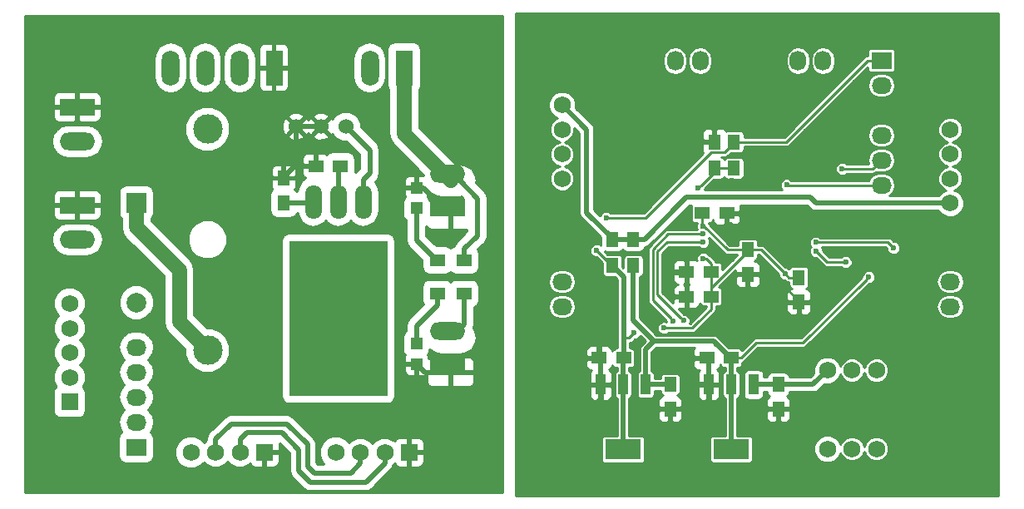
<source format=gbr>
G04 #@! TF.FileFunction,Copper,L2,Bot,Signal*
%FSLAX46Y46*%
G04 Gerber Fmt 4.6, Leading zero omitted, Abs format (unit mm)*
G04 Created by KiCad (PCBNEW 4.0.5) date Thu Feb 16 15:30:16 2017*
%MOMM*%
%LPD*%
G01*
G04 APERTURE LIST*
%ADD10C,0.100000*%
%ADD11R,1.750000X1.750000*%
%ADD12C,1.750000*%
%ADD13C,0.600000*%
%ADD14O,1.699260X3.500120*%
%ADD15R,10.000000X15.750000*%
%ADD16C,1.524000*%
%ADD17R,1.500000X1.300000*%
%ADD18R,1.198880X1.198880*%
%ADD19C,3.000000*%
%ADD20R,3.600000X1.800000*%
%ADD21O,3.600000X1.800000*%
%ADD22R,1.250000X1.500000*%
%ADD23R,1.500000X1.250000*%
%ADD24C,1.998980*%
%ADD25R,1.998980X1.998980*%
%ADD26R,2.032000X1.727200*%
%ADD27O,2.032000X1.727200*%
%ADD28R,1.800000X3.600000*%
%ADD29O,1.800000X3.600000*%
%ADD30C,4.064000*%
%ADD31R,1.727200X2.032000*%
%ADD32O,1.727200X2.032000*%
%ADD33R,1.300000X1.500000*%
%ADD34R,3.657600X2.032000*%
%ADD35R,1.016000X2.032000*%
%ADD36C,0.500000*%
%ADD37C,0.250000*%
%ADD38C,1.500000*%
%ADD39C,0.350000*%
G04 APERTURE END LIST*
D10*
D11*
X125050000Y-95175000D03*
D12*
X122550000Y-95175000D03*
X120050000Y-95175000D03*
X117550000Y-95175000D03*
D13*
X115000000Y-95000000D03*
X110000000Y-95000000D03*
X145000000Y-90000000D03*
X140000000Y-90000000D03*
X125000000Y-90000000D03*
X115000000Y-90000000D03*
X115000000Y-85000000D03*
X140000000Y-80000000D03*
X125000000Y-80000000D03*
X110000000Y-80000000D03*
X140000000Y-75000000D03*
X110000000Y-75000000D03*
X125000000Y-70000000D03*
X120000000Y-70000000D03*
X115000000Y-70000000D03*
X145000000Y-65000000D03*
X125000000Y-65000000D03*
X120000000Y-65000000D03*
X115000000Y-65000000D03*
X130000000Y-60000000D03*
X125000000Y-60000000D03*
X130000000Y-55000000D03*
X110000000Y-55000000D03*
D14*
X132550000Y-69636000D03*
X135090000Y-69636000D03*
X130010000Y-69636000D03*
D15*
X132550000Y-81550000D03*
D16*
X135550000Y-83136000D03*
X135550000Y-81136000D03*
X135550000Y-79136000D03*
X135550000Y-77136000D03*
X135550000Y-75136000D03*
X133550000Y-77136000D03*
X133550000Y-75136000D03*
X133550000Y-79136000D03*
X133550000Y-81136000D03*
X133550000Y-83136000D03*
X131550000Y-75136000D03*
X129550000Y-79136000D03*
X131550000Y-79136000D03*
X131550000Y-77136000D03*
X129550000Y-75136000D03*
X129550000Y-77136000D03*
X129550000Y-81136000D03*
X131550000Y-83136000D03*
X131550000Y-81136000D03*
X129550000Y-83136000D03*
X135550000Y-85136000D03*
X135550000Y-87636000D03*
X129550000Y-85136000D03*
X129550000Y-87636000D03*
D17*
X145350000Y-75600000D03*
X142650000Y-75600000D03*
D18*
X140500000Y-70299020D03*
X140500000Y-68200980D03*
X140500000Y-84050980D03*
X140500000Y-86149020D03*
D17*
X145350000Y-79000000D03*
X142650000Y-79000000D03*
D19*
X119250000Y-84750000D03*
X119250000Y-62250000D03*
D20*
X143650000Y-86250000D03*
D21*
X143650000Y-82750000D03*
D11*
X139775000Y-95175000D03*
D12*
X137275000Y-95175000D03*
X134775000Y-95175000D03*
X132275000Y-95175000D03*
D11*
X105200000Y-90000000D03*
D12*
X105200000Y-87500000D03*
X105200000Y-85000000D03*
X105200000Y-82500000D03*
X105200000Y-80000000D03*
D22*
X127000000Y-69750000D03*
X127000000Y-67250000D03*
D23*
X132750000Y-66000000D03*
X130250000Y-66000000D03*
D24*
X112007620Y-79910000D03*
D25*
X112007620Y-69750000D03*
D26*
X112000000Y-94620000D03*
D27*
X112000000Y-92080000D03*
X112000000Y-89540000D03*
X112000000Y-87000000D03*
X112000000Y-84460000D03*
D16*
X130790000Y-62000000D03*
X128250000Y-62000000D03*
X133330000Y-62000000D03*
D20*
X106000000Y-60000000D03*
D21*
X106000000Y-63500000D03*
D20*
X106000000Y-70000000D03*
D21*
X106000000Y-73500000D03*
D28*
X126000000Y-56000000D03*
D29*
X122500000Y-56000000D03*
X119000000Y-56000000D03*
X115500000Y-56000000D03*
D28*
X139250000Y-56000000D03*
D29*
X135750000Y-56000000D03*
D20*
X143650000Y-70250000D03*
D21*
X143650000Y-66750000D03*
D30*
X104000000Y-96000000D03*
X104000000Y-54000000D03*
X146000000Y-96000000D03*
X146000000Y-54000000D03*
D13*
X180150000Y-62500000D03*
X185150000Y-57500000D03*
X177650000Y-60000000D03*
X182650000Y-60000000D03*
X180150000Y-60000000D03*
X185150000Y-62500000D03*
X185150000Y-60000000D03*
X185150000Y-65000000D03*
X192650000Y-68500000D03*
X185150000Y-70800000D03*
X192650000Y-62500000D03*
X181400000Y-79500000D03*
X187650000Y-77500000D03*
X190150000Y-77500000D03*
X190150000Y-80000000D03*
X192650000Y-80000000D03*
X192650000Y-77500000D03*
X175150000Y-85000000D03*
X177650000Y-85000000D03*
X170150000Y-82500000D03*
X175150000Y-82500000D03*
X177650000Y-82500000D03*
X180150000Y-82500000D03*
X182650000Y-82500000D03*
X185150000Y-77500000D03*
X182650000Y-77500000D03*
X187650000Y-72500000D03*
X190150000Y-75000000D03*
X192650000Y-72500000D03*
X190150000Y-72500000D03*
X183150000Y-72500000D03*
X190150000Y-82500000D03*
X185150000Y-85000000D03*
X156650000Y-66000000D03*
X156650000Y-63500000D03*
X159150000Y-66000000D03*
X159150000Y-63500000D03*
X181150000Y-71000000D03*
X176150000Y-77000000D03*
X178150000Y-66000000D03*
X165650000Y-66000000D03*
X165650000Y-63500000D03*
X182650000Y-57500000D03*
X192650000Y-97500000D03*
X190150000Y-97500000D03*
X187650000Y-97500000D03*
X185150000Y-97500000D03*
X182650000Y-97500000D03*
X180150000Y-97500000D03*
X177650000Y-97500000D03*
X175150000Y-97500000D03*
X172650000Y-97500000D03*
X170150000Y-97500000D03*
X167650000Y-97500000D03*
X165150000Y-97500000D03*
X162650000Y-97500000D03*
X160150000Y-97500000D03*
X157650000Y-97500000D03*
X192650000Y-95000000D03*
X180150000Y-95000000D03*
X177650000Y-95000000D03*
X175150000Y-95000000D03*
X167650000Y-95000000D03*
X165150000Y-95000000D03*
X157650000Y-95000000D03*
X197650000Y-92500000D03*
X195150000Y-92500000D03*
X192650000Y-92500000D03*
X180150000Y-92500000D03*
X177650000Y-92500000D03*
X175150000Y-92500000D03*
X170150000Y-92500000D03*
X167650000Y-92500000D03*
X165150000Y-92500000D03*
X162650000Y-92500000D03*
X160150000Y-92500000D03*
X157650000Y-92500000D03*
X155150000Y-92500000D03*
X152650000Y-92500000D03*
X197650000Y-90000000D03*
X195150000Y-90000000D03*
X192650000Y-90000000D03*
X180150000Y-90000000D03*
X175150000Y-90000000D03*
X170150000Y-90000000D03*
X157650000Y-90000000D03*
X155150000Y-90000000D03*
X152650000Y-90000000D03*
X197650000Y-87500000D03*
X195150000Y-87500000D03*
X192650000Y-87500000D03*
X157650000Y-87500000D03*
X155150000Y-87500000D03*
X152650000Y-87500000D03*
X197650000Y-85000000D03*
X195150000Y-85000000D03*
X192650000Y-85000000D03*
X190150000Y-85000000D03*
X182650000Y-85000000D03*
X180150000Y-85000000D03*
X157650000Y-85000000D03*
X155150000Y-85000000D03*
X152650000Y-85000000D03*
X197650000Y-82500000D03*
X195150000Y-82500000D03*
X192650000Y-82500000D03*
X160150000Y-82500000D03*
X157650000Y-82500000D03*
X155150000Y-82500000D03*
X152650000Y-82500000D03*
X197650000Y-80000000D03*
X152650000Y-80000000D03*
X197650000Y-77500000D03*
X157650000Y-77500000D03*
X152650000Y-77500000D03*
X197650000Y-75000000D03*
X192650000Y-75000000D03*
X157650000Y-75000000D03*
X155150000Y-75000000D03*
X152650000Y-75000000D03*
X197650000Y-72500000D03*
X195150000Y-72500000D03*
X175150000Y-72500000D03*
X157650000Y-72500000D03*
X155150000Y-72500000D03*
X152650000Y-72500000D03*
X197650000Y-70000000D03*
X162650000Y-70000000D03*
X152650000Y-70000000D03*
X197650000Y-67500000D03*
X172650000Y-67500000D03*
X152650000Y-67500000D03*
X197650000Y-65000000D03*
X190150000Y-65000000D03*
X182650000Y-65000000D03*
X152650000Y-65000000D03*
X197650000Y-62500000D03*
X190150000Y-62500000D03*
X152650000Y-62500000D03*
X197650000Y-60000000D03*
X192650000Y-60000000D03*
X190150000Y-60000000D03*
X175150000Y-60000000D03*
X170150000Y-60000000D03*
X167650000Y-60000000D03*
X165150000Y-60000000D03*
X162650000Y-60000000D03*
X160150000Y-60000000D03*
X157650000Y-60000000D03*
X152650000Y-60000000D03*
X197650000Y-57500000D03*
X195150000Y-57500000D03*
X192650000Y-57500000D03*
X190150000Y-57500000D03*
X177650000Y-57500000D03*
X175150000Y-57500000D03*
X172650000Y-57500000D03*
X167650000Y-57500000D03*
X165150000Y-57500000D03*
X162650000Y-57500000D03*
X160150000Y-57500000D03*
X157650000Y-57500000D03*
X155150000Y-57500000D03*
X152650000Y-57500000D03*
X192650000Y-55000000D03*
X190150000Y-55000000D03*
X185150000Y-55000000D03*
X175150000Y-55000000D03*
X172650000Y-55000000D03*
X162650000Y-55000000D03*
X160150000Y-55000000D03*
X157650000Y-55000000D03*
X192650000Y-52500000D03*
X190150000Y-52500000D03*
X187650000Y-52500000D03*
X185150000Y-52500000D03*
X182650000Y-52500000D03*
X180150000Y-52500000D03*
X177650000Y-52500000D03*
X175150000Y-52500000D03*
X172650000Y-52500000D03*
X170150000Y-52500000D03*
X167650000Y-52500000D03*
X165150000Y-52500000D03*
X162650000Y-52500000D03*
X160150000Y-52500000D03*
X157650000Y-52500000D03*
D30*
X196150000Y-54000000D03*
X154150000Y-54000000D03*
X154150000Y-96000000D03*
X196150000Y-96000000D03*
D11*
X189810000Y-86780000D03*
D12*
X187310000Y-86780000D03*
X184810000Y-86780000D03*
X182310000Y-86780000D03*
D22*
X177310000Y-88230000D03*
X177310000Y-90730000D03*
D23*
X172530000Y-85510000D03*
X170030000Y-85510000D03*
D22*
X166310000Y-88230000D03*
X166310000Y-90730000D03*
D23*
X161560000Y-85530000D03*
X159060000Y-85530000D03*
D11*
X155310000Y-69780000D03*
D12*
X155310000Y-67280000D03*
X155310000Y-64780000D03*
X155310000Y-62280000D03*
X155310000Y-59780000D03*
D26*
X155310000Y-75240000D03*
D27*
X155310000Y-77780000D03*
X155310000Y-80320000D03*
D11*
X194810000Y-59780000D03*
D12*
X194810000Y-62280000D03*
X194810000Y-64780000D03*
X194810000Y-67280000D03*
X194810000Y-69780000D03*
D26*
X194810000Y-75240000D03*
D27*
X194810000Y-77780000D03*
X194810000Y-80320000D03*
D26*
X187810000Y-55240000D03*
D27*
X187810000Y-57780000D03*
X187810000Y-60320000D03*
X187810000Y-62860000D03*
X187810000Y-65400000D03*
X187810000Y-67940000D03*
D11*
X189810000Y-94780000D03*
D12*
X187310000Y-94780000D03*
X184810000Y-94780000D03*
X182310000Y-94780000D03*
D31*
X164270000Y-55280000D03*
D32*
X166810000Y-55280000D03*
X169350000Y-55280000D03*
D31*
X176770000Y-55280000D03*
D32*
X179310000Y-55280000D03*
X181850000Y-55280000D03*
D33*
X160406106Y-76137512D03*
X160406106Y-73437512D03*
X162563572Y-76137512D03*
X162563572Y-73437512D03*
X172810000Y-63530000D03*
X172810000Y-66230000D03*
X170810000Y-66230000D03*
X170810000Y-63530000D03*
D34*
X172524000Y-94843112D03*
D35*
X172524000Y-88239112D03*
X174810000Y-88239112D03*
X170238000Y-88239112D03*
D34*
X161520000Y-94851112D03*
D35*
X161520000Y-88247112D03*
X163806000Y-88247112D03*
X159234000Y-88247112D03*
D23*
X170460000Y-76780000D03*
X167960000Y-76780000D03*
X170460000Y-79280000D03*
X167960000Y-79280000D03*
D22*
X174210000Y-74530000D03*
X174210000Y-77030000D03*
D23*
X169560000Y-70780000D03*
X172060000Y-70780000D03*
D22*
X179410000Y-77330000D03*
X179410000Y-79830000D03*
D13*
X166166678Y-76338172D03*
X177658008Y-75005888D03*
X177660000Y-77955000D03*
X172410000Y-71980000D03*
X169682240Y-75426289D03*
X165680472Y-82487168D03*
X162650000Y-83000000D03*
X169666550Y-72122754D03*
X159810000Y-71280000D03*
X158810000Y-74580000D03*
X178010000Y-76980000D03*
X186519941Y-77291929D03*
X183810000Y-66280000D03*
X189040546Y-74340150D03*
X181149998Y-73773183D03*
X184183014Y-75779825D03*
X181150000Y-74642647D03*
X178161882Y-67927110D03*
X167658134Y-81731526D03*
X169672917Y-73722755D03*
X169175010Y-68249990D03*
X166634752Y-81768740D03*
X169660686Y-72922744D03*
D36*
X145350000Y-79000000D02*
X145350000Y-82150000D01*
X145350000Y-82150000D02*
X144000000Y-83500000D01*
X132550000Y-69636000D02*
X132550000Y-66200000D01*
X132550000Y-66200000D02*
X132750000Y-66000000D01*
X177310000Y-88230000D02*
X180860000Y-88230000D01*
X177310000Y-88230000D02*
X174819112Y-88230000D01*
X174819112Y-88230000D02*
X174810000Y-88239112D01*
X174810888Y-88240000D02*
X174810000Y-88239112D01*
X180860000Y-88230000D02*
X182310000Y-86780000D01*
X134775000Y-96293868D02*
X134775000Y-95056432D01*
X127318393Y-92231420D02*
X129400011Y-94313038D01*
X120050000Y-95056432D02*
X120050000Y-93818996D01*
X120050000Y-93818996D02*
X121637576Y-92231420D01*
X121637576Y-92231420D02*
X127318393Y-92231420D01*
X129400011Y-94313038D02*
X129400011Y-96549808D01*
X129400011Y-96549808D02*
X130081635Y-97231432D01*
X130081635Y-97231432D02*
X133837436Y-97231432D01*
X133837436Y-97231432D02*
X134775000Y-96293868D01*
X126765001Y-93131431D02*
X123237565Y-93131431D01*
X137275000Y-96293868D02*
X135337436Y-98231432D01*
X135337436Y-98231432D02*
X129681595Y-98231432D01*
X123237565Y-93131431D02*
X122550000Y-93818996D01*
X137275000Y-95056432D02*
X137275000Y-96293868D01*
X122550000Y-93818996D02*
X122550000Y-95056432D01*
X128500000Y-94866430D02*
X126765001Y-93131431D01*
X129681595Y-98231432D02*
X128500000Y-97049837D01*
X128500000Y-97049837D02*
X128500000Y-94866430D01*
X144000000Y-87000000D02*
X141350980Y-87000000D01*
X141350980Y-87000000D02*
X140500000Y-86149020D01*
X140500000Y-68200980D02*
X141200980Y-68200980D01*
X141200980Y-68200980D02*
X144000000Y-71000000D01*
X127000000Y-67250000D02*
X127000000Y-67125000D01*
X127000000Y-67125000D02*
X128250000Y-65875000D01*
X128250000Y-65875000D02*
X128250000Y-65250000D01*
X130250000Y-66000000D02*
X129000000Y-66000000D01*
X129000000Y-66000000D02*
X128250000Y-65250000D01*
X128250000Y-65250000D02*
X128250000Y-63077630D01*
X128250000Y-63077630D02*
X128250000Y-62000000D01*
X128250000Y-62000000D02*
X130790000Y-62000000D01*
X168015000Y-88900000D02*
X168675888Y-88239112D01*
X167435000Y-90730000D02*
X168015000Y-90150000D01*
X166310000Y-90730000D02*
X167435000Y-90730000D01*
X168015000Y-90150000D02*
X168015000Y-88900000D01*
X168675888Y-88239112D02*
X170238000Y-88239112D01*
D37*
X166466677Y-76638171D02*
X166166678Y-76338172D01*
X166608506Y-76780000D02*
X166466677Y-76638171D01*
X167960000Y-76780000D02*
X166608506Y-76780000D01*
X174632120Y-71980000D02*
X177358009Y-74705889D01*
X172410000Y-71980000D02*
X174632120Y-71980000D01*
X177358009Y-74705889D02*
X177658008Y-75005888D01*
X188715000Y-97000000D02*
X180598086Y-97000000D01*
X180598086Y-97000000D02*
X177310000Y-93711914D01*
X189810000Y-94780000D02*
X189810000Y-95905000D01*
X189810000Y-95905000D02*
X188715000Y-97000000D01*
D36*
X166310000Y-90730000D02*
X166310000Y-92160000D01*
X166310000Y-92160000D02*
X170750000Y-96600000D01*
X177310000Y-93711914D02*
X177310000Y-91980000D01*
X170750000Y-96600000D02*
X174421914Y-96600000D01*
X174421914Y-96600000D02*
X177310000Y-93711914D01*
X177310000Y-91980000D02*
X177310000Y-90730000D01*
D37*
X164270000Y-55280000D02*
X164270000Y-57890000D01*
X164270000Y-57890000D02*
X169910000Y-63530000D01*
X169910000Y-63530000D02*
X170810000Y-63530000D01*
X176735000Y-77030000D02*
X177660000Y-77955000D01*
X177660000Y-77955000D02*
X179410000Y-79705000D01*
X174210000Y-77030000D02*
X176735000Y-77030000D01*
X179410000Y-79705000D02*
X179410000Y-79830000D01*
X167960000Y-79280000D02*
X167960000Y-76780000D01*
X172060000Y-70780000D02*
X172060000Y-71630000D01*
X172060000Y-71630000D02*
X172410000Y-71980000D01*
D36*
X159234000Y-88247112D02*
X159234000Y-89763112D01*
X159234000Y-89763112D02*
X157810000Y-91187112D01*
X157810000Y-91187112D02*
X157810000Y-95155914D01*
X157810000Y-95155914D02*
X159171199Y-96517113D01*
X159171199Y-96517113D02*
X163868801Y-96517113D01*
X163868801Y-96517113D02*
X166310000Y-94075914D01*
X166310000Y-94075914D02*
X166310000Y-91980000D01*
X166310000Y-91980000D02*
X166310000Y-90730000D01*
X159234000Y-88247112D02*
X159234000Y-85704000D01*
X159234000Y-85704000D02*
X159060000Y-85530000D01*
X170238000Y-88239112D02*
X170238000Y-85718000D01*
X170238000Y-85718000D02*
X170030000Y-85510000D01*
D38*
X119250000Y-84750000D02*
X116349999Y-81849999D01*
X116349999Y-81849999D02*
X116349999Y-76591869D01*
X116349999Y-76591869D02*
X112007620Y-72249490D01*
X112007620Y-72249490D02*
X112007620Y-69750000D01*
D36*
X142650000Y-79000000D02*
X142650000Y-80150000D01*
X142650000Y-80150000D02*
X140500000Y-82300000D01*
X140500000Y-82300000D02*
X140500000Y-82951540D01*
X140500000Y-82951540D02*
X140500000Y-84050980D01*
X140650000Y-83800980D02*
X140500000Y-83950980D01*
X142650000Y-75600000D02*
X142550000Y-75600000D01*
X142550000Y-75600000D02*
X140500000Y-73550000D01*
X140500000Y-73550000D02*
X140500000Y-72650000D01*
X140500000Y-72650000D02*
X140500000Y-70299020D01*
X145350000Y-75600000D02*
X145350000Y-74450000D01*
X145350000Y-74450000D02*
X146700001Y-73099999D01*
X146700001Y-73099999D02*
X146700001Y-69300001D01*
X144900000Y-67500000D02*
X144000000Y-67500000D01*
X146700001Y-69300001D02*
X144900000Y-67500000D01*
D38*
X139250000Y-62750000D02*
X144000000Y-67500000D01*
X139250000Y-62750000D02*
X139250000Y-56000000D01*
D36*
X135750000Y-66725940D02*
X135750000Y-64420000D01*
X135750000Y-64420000D02*
X133330000Y-62000000D01*
X135090000Y-69636000D02*
X135090000Y-67385940D01*
X135090000Y-67385940D02*
X135750000Y-66725940D01*
X135104000Y-69650000D02*
X135090000Y-69636000D01*
X135090000Y-69636000D02*
X135090000Y-70536430D01*
X135040000Y-69586000D02*
X135090000Y-69636000D01*
D37*
X135180000Y-69546000D02*
X135090000Y-69636000D01*
D36*
X129896000Y-69750000D02*
X130010000Y-69636000D01*
X127000000Y-69750000D02*
X129896000Y-69750000D01*
X129874000Y-69500000D02*
X130010000Y-69636000D01*
D37*
X130275000Y-69371000D02*
X130010000Y-69636000D01*
X170460000Y-75905000D02*
X169981289Y-75426289D01*
X169981289Y-75426289D02*
X169682240Y-75426289D01*
X170460000Y-76780000D02*
X170460000Y-75905000D01*
X187810000Y-55240000D02*
X186410000Y-55240000D01*
X186410000Y-55240000D02*
X178120000Y-63530000D01*
X178120000Y-63530000D02*
X173710000Y-63530000D01*
X173710000Y-63530000D02*
X172810000Y-63530000D01*
X165680472Y-82487168D02*
X168556836Y-82487168D01*
X170460000Y-80584004D02*
X169150000Y-81894004D01*
X168556836Y-82487168D02*
X169150000Y-81894004D01*
X170460000Y-79280000D02*
X170460000Y-80584004D01*
D36*
X161560000Y-83500000D02*
X161560000Y-80891406D01*
X161560000Y-85530000D02*
X161560000Y-83500000D01*
D37*
X161560000Y-83500000D02*
X162150000Y-83500000D01*
X162150000Y-83500000D02*
X162650000Y-83000000D01*
X160406106Y-76137512D02*
X160406106Y-76037512D01*
X169560000Y-70780000D02*
X169560000Y-72016204D01*
X169560000Y-72016204D02*
X169666550Y-72122754D01*
X172178766Y-74530000D02*
X169771520Y-72122754D01*
X174210000Y-74530000D02*
X172178766Y-74530000D01*
X169771520Y-72122754D02*
X169666550Y-72122754D01*
X159810000Y-71280000D02*
X163810000Y-71280000D01*
X163810000Y-71280000D02*
X170484999Y-64605001D01*
X170484999Y-64605001D02*
X171834999Y-64605001D01*
X171834999Y-64605001D02*
X172810000Y-63630000D01*
X172810000Y-63630000D02*
X172810000Y-63530000D01*
X160406106Y-76137512D02*
X160367512Y-76137512D01*
X160367512Y-76137512D02*
X158810000Y-74580000D01*
D36*
X161560000Y-85530000D02*
X161560000Y-77291406D01*
X161560000Y-77291406D02*
X160406106Y-76137512D01*
D37*
X178360000Y-77330000D02*
X178010000Y-76980000D01*
X179410000Y-77330000D02*
X178360000Y-77330000D01*
X175560000Y-74530000D02*
X178010000Y-76980000D01*
X174210000Y-74530000D02*
X175560000Y-74530000D01*
X174210000Y-74530000D02*
X174210000Y-74655000D01*
X174210000Y-74655000D02*
X170460000Y-78405000D01*
X170460000Y-78405000D02*
X170460000Y-79280000D01*
X170460000Y-78405000D02*
X173010000Y-75855000D01*
X170460000Y-79280000D02*
X170460000Y-76780000D01*
D36*
X161685000Y-85530000D02*
X161560000Y-85530000D01*
X161520000Y-88247112D02*
X161520000Y-94851112D01*
X161520000Y-88247112D02*
X161520000Y-85570000D01*
X161520000Y-85570000D02*
X161560000Y-85530000D01*
X179450000Y-69200000D02*
X167951084Y-69200000D01*
X180150000Y-69200000D02*
X179450000Y-69200000D01*
X194810000Y-69780000D02*
X181150000Y-69780000D01*
X179450000Y-69200000D02*
X180570000Y-69200000D01*
X180570000Y-69200000D02*
X181150000Y-69780000D01*
X163713572Y-73437512D02*
X167451084Y-69700000D01*
X167951084Y-69200000D02*
X167451084Y-69700000D01*
X167451084Y-69700000D02*
X167646085Y-69504999D01*
X162563572Y-73437512D02*
X163713572Y-73437512D01*
X157810000Y-62280000D02*
X157810000Y-69380000D01*
X157810000Y-69380000D02*
X157810000Y-70280000D01*
X160406106Y-73437512D02*
X160406106Y-73337512D01*
X160406106Y-73337512D02*
X157810000Y-70741406D01*
X157810000Y-70741406D02*
X157810000Y-69380000D01*
X160406106Y-73437512D02*
X162563572Y-73437512D01*
X155310000Y-59780000D02*
X157810000Y-62280000D01*
D37*
X186219942Y-77591928D02*
X186519941Y-77291929D01*
X175040000Y-84000000D02*
X179811870Y-84000000D01*
X173530000Y-85510000D02*
X175040000Y-84000000D01*
X172530000Y-85510000D02*
X173530000Y-85510000D01*
X179811870Y-84000000D02*
X186219942Y-77591928D01*
D36*
X164659799Y-83822201D02*
X170717201Y-83822201D01*
X170717201Y-83822201D02*
X172405000Y-85510000D01*
X172405000Y-85510000D02*
X172530000Y-85510000D01*
X170798996Y-83903996D02*
X171675000Y-84780000D01*
X172524000Y-94843112D02*
X172524000Y-88239112D01*
X162563572Y-76137512D02*
X162563572Y-81725974D01*
X162563572Y-81725974D02*
X164659799Y-83822201D01*
X164659799Y-83822201D02*
X163806000Y-84676000D01*
X163806000Y-84676000D02*
X163806000Y-88247112D01*
X172405000Y-85510000D02*
X171675000Y-84780000D01*
X171675000Y-84780000D02*
X170950010Y-84055010D01*
X166310000Y-88230000D02*
X163823112Y-88230000D01*
X163823112Y-88230000D02*
X163806000Y-88247112D01*
X163838888Y-88280000D02*
X163806000Y-88247112D01*
X172524000Y-88239112D02*
X172524000Y-89755112D01*
X172524000Y-88239112D02*
X172524000Y-85516000D01*
D37*
X183810000Y-66280000D02*
X186930000Y-66280000D01*
X186930000Y-66280000D02*
X187810000Y-65400000D01*
X188740547Y-74040151D02*
X189040546Y-74340150D01*
X188473579Y-73773183D02*
X188740547Y-74040151D01*
X181149998Y-73773183D02*
X188473579Y-73773183D01*
X181150000Y-74642647D02*
X182287178Y-75779825D01*
X182287178Y-75779825D02*
X183758750Y-75779825D01*
X183758750Y-75779825D02*
X184183014Y-75779825D01*
X178174772Y-67940000D02*
X178161882Y-67927110D01*
X187810000Y-67940000D02*
X178174772Y-67940000D01*
X194810000Y-77780000D02*
X194657600Y-77780000D01*
X165010000Y-79083392D02*
X167358135Y-81431527D01*
X169672917Y-73722755D02*
X165967245Y-73722755D01*
X165967245Y-73722755D02*
X165010000Y-74680000D01*
X167358135Y-81431527D02*
X167658134Y-81731526D01*
X165010000Y-74680000D02*
X165010000Y-79083392D01*
X170810000Y-66350446D02*
X170810000Y-66615000D01*
X169475009Y-67949991D02*
X169175010Y-68249990D01*
X170810000Y-66615000D02*
X169475009Y-67949991D01*
X170810000Y-66230000D02*
X172810000Y-66230000D01*
X166334753Y-81468741D02*
X166634752Y-81768740D01*
X164559989Y-74493600D02*
X164559989Y-79693977D01*
X166130845Y-72922744D02*
X164559989Y-74493600D01*
X164559989Y-79693977D02*
X166334753Y-81468741D01*
X169660686Y-72922744D02*
X166130845Y-72922744D01*
D39*
G36*
X149242000Y-99242000D02*
X100758000Y-99242000D01*
X100758000Y-89125000D01*
X103483838Y-89125000D01*
X103483838Y-90875000D01*
X103541364Y-91180727D01*
X103722049Y-91461518D01*
X103997741Y-91649890D01*
X104325000Y-91716162D01*
X106075000Y-91716162D01*
X106380727Y-91658636D01*
X106661518Y-91477951D01*
X106849890Y-91202259D01*
X106916162Y-90875000D01*
X106916162Y-89125000D01*
X106858636Y-88819273D01*
X106677951Y-88538482D01*
X106611471Y-88493058D01*
X106640350Y-88464230D01*
X106899704Y-87839634D01*
X106900294Y-87163333D01*
X106642030Y-86538285D01*
X106354164Y-86249916D01*
X106640350Y-85964230D01*
X106899704Y-85339634D01*
X106900294Y-84663333D01*
X106816279Y-84460000D01*
X110122933Y-84460000D01*
X110251470Y-85106199D01*
X110617512Y-85654021D01*
X110731223Y-85730000D01*
X110617512Y-85805979D01*
X110251470Y-86353801D01*
X110122933Y-87000000D01*
X110251470Y-87646199D01*
X110617512Y-88194021D01*
X110731223Y-88270000D01*
X110617512Y-88345979D01*
X110251470Y-88893801D01*
X110122933Y-89540000D01*
X110251470Y-90186199D01*
X110617512Y-90734021D01*
X110731223Y-90810000D01*
X110617512Y-90885979D01*
X110251470Y-91433801D01*
X110122933Y-92080000D01*
X110251470Y-92726199D01*
X110495014Y-93090689D01*
X110397482Y-93153449D01*
X110209110Y-93429141D01*
X110142838Y-93756400D01*
X110142838Y-95483600D01*
X110200364Y-95789327D01*
X110381049Y-96070118D01*
X110656741Y-96258490D01*
X110984000Y-96324762D01*
X113016000Y-96324762D01*
X113321727Y-96267236D01*
X113602518Y-96086551D01*
X113790890Y-95810859D01*
X113851478Y-95511667D01*
X115849706Y-95511667D01*
X116107970Y-96136715D01*
X116585770Y-96615350D01*
X117210366Y-96874704D01*
X117886667Y-96875294D01*
X118511715Y-96617030D01*
X118900581Y-96228843D01*
X119166312Y-96495038D01*
X119738735Y-96732729D01*
X120358546Y-96733270D01*
X120931383Y-96496578D01*
X121300259Y-96128345D01*
X121666312Y-96495038D01*
X122238735Y-96732729D01*
X122858546Y-96733270D01*
X123431383Y-96496578D01*
X123565322Y-96362872D01*
X123595981Y-96436889D01*
X123788112Y-96629019D01*
X124039143Y-96733000D01*
X124800250Y-96733000D01*
X124971000Y-96562250D01*
X124971000Y-95254000D01*
X125129000Y-95254000D01*
X125129000Y-96562250D01*
X125299750Y-96733000D01*
X126060857Y-96733000D01*
X126311888Y-96629019D01*
X126504019Y-96436889D01*
X126608000Y-96185857D01*
X126608000Y-95424750D01*
X126437250Y-95254000D01*
X125129000Y-95254000D01*
X124971000Y-95254000D01*
X124951000Y-95254000D01*
X124951000Y-95096000D01*
X124971000Y-95096000D01*
X124971000Y-95076000D01*
X125129000Y-95076000D01*
X125129000Y-95096000D01*
X126437250Y-95096000D01*
X126608000Y-94925250D01*
X126608000Y-94293892D01*
X127567000Y-95252892D01*
X127567000Y-97049832D01*
X127566999Y-97049837D01*
X127638020Y-97406881D01*
X127840269Y-97709568D01*
X129021862Y-98891160D01*
X129021864Y-98891163D01*
X129324551Y-99093412D01*
X129383789Y-99105195D01*
X129681595Y-99164433D01*
X129681600Y-99164432D01*
X135337431Y-99164432D01*
X135337436Y-99164433D01*
X135694480Y-99093412D01*
X135997167Y-98891163D01*
X137934728Y-96953601D01*
X137934731Y-96953599D01*
X138136980Y-96650912D01*
X138170477Y-96482508D01*
X138290322Y-96362872D01*
X138320981Y-96436889D01*
X138513112Y-96629019D01*
X138764143Y-96733000D01*
X139525250Y-96733000D01*
X139696000Y-96562250D01*
X139696000Y-95254000D01*
X139854000Y-95254000D01*
X139854000Y-96562250D01*
X140024750Y-96733000D01*
X140785857Y-96733000D01*
X141036888Y-96629019D01*
X141229019Y-96436889D01*
X141333000Y-96185857D01*
X141333000Y-95424750D01*
X141162250Y-95254000D01*
X139854000Y-95254000D01*
X139696000Y-95254000D01*
X139676000Y-95254000D01*
X139676000Y-95096000D01*
X139696000Y-95096000D01*
X139696000Y-93787750D01*
X139854000Y-93787750D01*
X139854000Y-95096000D01*
X141162250Y-95096000D01*
X141333000Y-94925250D01*
X141333000Y-94164143D01*
X141229019Y-93913111D01*
X141036888Y-93720981D01*
X140785857Y-93617000D01*
X140024750Y-93617000D01*
X139854000Y-93787750D01*
X139696000Y-93787750D01*
X139525250Y-93617000D01*
X138764143Y-93617000D01*
X138513112Y-93720981D01*
X138320981Y-93913111D01*
X138290410Y-93986915D01*
X138158688Y-93854962D01*
X137586265Y-93617271D01*
X136966454Y-93616730D01*
X136393617Y-93853422D01*
X136024741Y-94221655D01*
X135658688Y-93854962D01*
X135086265Y-93617271D01*
X134466454Y-93616730D01*
X133893617Y-93853422D01*
X133625238Y-94121333D01*
X133239230Y-93734650D01*
X132614634Y-93475296D01*
X131938333Y-93474706D01*
X131313285Y-93732970D01*
X130834650Y-94210770D01*
X130575296Y-94835366D01*
X130574706Y-95511667D01*
X130832970Y-96136715D01*
X130994405Y-96298432D01*
X130468097Y-96298432D01*
X130333011Y-96163346D01*
X130333011Y-94313038D01*
X130261991Y-93955994D01*
X130059742Y-93653307D01*
X130059739Y-93653305D01*
X127978124Y-91571689D01*
X127675437Y-91369440D01*
X127318393Y-91298419D01*
X127318388Y-91298420D01*
X121637581Y-91298420D01*
X121637576Y-91298419D01*
X121339770Y-91357657D01*
X121280532Y-91369440D01*
X120977845Y-91571689D01*
X120977843Y-91571692D01*
X119390269Y-93159265D01*
X119188020Y-93461952D01*
X119116999Y-93818996D01*
X119117000Y-93819001D01*
X119117000Y-93904949D01*
X118900238Y-94121333D01*
X118514230Y-93734650D01*
X117889634Y-93475296D01*
X117213333Y-93474706D01*
X116588285Y-93732970D01*
X116109650Y-94210770D01*
X115850296Y-94835366D01*
X115849706Y-95511667D01*
X113851478Y-95511667D01*
X113857162Y-95483600D01*
X113857162Y-93756400D01*
X113799636Y-93450673D01*
X113618951Y-93169882D01*
X113504379Y-93091598D01*
X113748530Y-92726199D01*
X113877067Y-92080000D01*
X113748530Y-91433801D01*
X113382488Y-90885979D01*
X113268777Y-90810000D01*
X113382488Y-90734021D01*
X113748530Y-90186199D01*
X113877067Y-89540000D01*
X113748530Y-88893801D01*
X113382488Y-88345979D01*
X113268777Y-88270000D01*
X113382488Y-88194021D01*
X113748530Y-87646199D01*
X113877067Y-87000000D01*
X113748530Y-86353801D01*
X113382488Y-85805979D01*
X113268777Y-85730000D01*
X113382488Y-85654021D01*
X113748530Y-85106199D01*
X113877067Y-84460000D01*
X113748530Y-83813801D01*
X113382488Y-83265979D01*
X112834666Y-82899937D01*
X112188467Y-82771400D01*
X111811533Y-82771400D01*
X111165334Y-82899937D01*
X110617512Y-83265979D01*
X110251470Y-83813801D01*
X110122933Y-84460000D01*
X106816279Y-84460000D01*
X106642030Y-84038285D01*
X106354164Y-83749916D01*
X106640350Y-83464230D01*
X106899704Y-82839634D01*
X106900294Y-82163333D01*
X106642030Y-81538285D01*
X106354164Y-81249916D01*
X106640350Y-80964230D01*
X106899704Y-80339634D01*
X106899763Y-80271321D01*
X110182814Y-80271321D01*
X110459991Y-80942140D01*
X110972780Y-81455826D01*
X111643114Y-81734173D01*
X112368941Y-81734806D01*
X113039760Y-81457629D01*
X113553446Y-80944840D01*
X113831793Y-80274506D01*
X113832426Y-79548679D01*
X113555249Y-78877860D01*
X113042460Y-78364174D01*
X112372126Y-78085827D01*
X111646299Y-78085194D01*
X110975480Y-78362371D01*
X110461794Y-78875160D01*
X110183447Y-79545494D01*
X110182814Y-80271321D01*
X106899763Y-80271321D01*
X106900294Y-79663333D01*
X106642030Y-79038285D01*
X106164230Y-78559650D01*
X105539634Y-78300296D01*
X104863333Y-78299706D01*
X104238285Y-78557970D01*
X103759650Y-79035770D01*
X103500296Y-79660366D01*
X103499706Y-80336667D01*
X103757970Y-80961715D01*
X104045836Y-81250084D01*
X103759650Y-81535770D01*
X103500296Y-82160366D01*
X103499706Y-82836667D01*
X103757970Y-83461715D01*
X104045836Y-83750084D01*
X103759650Y-84035770D01*
X103500296Y-84660366D01*
X103499706Y-85336667D01*
X103757970Y-85961715D01*
X104045836Y-86250084D01*
X103759650Y-86535770D01*
X103500296Y-87160366D01*
X103499706Y-87836667D01*
X103757970Y-88461715D01*
X103787020Y-88490816D01*
X103738482Y-88522049D01*
X103550110Y-88797741D01*
X103483838Y-89125000D01*
X100758000Y-89125000D01*
X100758000Y-73500000D01*
X103323573Y-73500000D01*
X103454881Y-74160129D01*
X103828814Y-74719759D01*
X104388444Y-75093692D01*
X105048573Y-75225000D01*
X106951427Y-75225000D01*
X107611556Y-75093692D01*
X108171186Y-74719759D01*
X108545119Y-74160129D01*
X108676427Y-73500000D01*
X108545119Y-72839871D01*
X108171186Y-72280241D01*
X107611556Y-71906308D01*
X106951427Y-71775000D01*
X105048573Y-71775000D01*
X104388444Y-71906308D01*
X103828814Y-72280241D01*
X103454881Y-72839871D01*
X103323573Y-73500000D01*
X100758000Y-73500000D01*
X100758000Y-70249750D01*
X103517000Y-70249750D01*
X103517000Y-71035857D01*
X103620981Y-71286888D01*
X103813111Y-71479019D01*
X104064143Y-71583000D01*
X105750250Y-71583000D01*
X105921000Y-71412250D01*
X105921000Y-70079000D01*
X106079000Y-70079000D01*
X106079000Y-71412250D01*
X106249750Y-71583000D01*
X107935857Y-71583000D01*
X108186889Y-71479019D01*
X108379019Y-71286888D01*
X108483000Y-71035857D01*
X108483000Y-70249750D01*
X108312250Y-70079000D01*
X106079000Y-70079000D01*
X105921000Y-70079000D01*
X103687750Y-70079000D01*
X103517000Y-70249750D01*
X100758000Y-70249750D01*
X100758000Y-68964143D01*
X103517000Y-68964143D01*
X103517000Y-69750250D01*
X103687750Y-69921000D01*
X105921000Y-69921000D01*
X105921000Y-68587750D01*
X106079000Y-68587750D01*
X106079000Y-69921000D01*
X108312250Y-69921000D01*
X108483000Y-69750250D01*
X108483000Y-68964143D01*
X108394510Y-68750510D01*
X110166968Y-68750510D01*
X110166968Y-70749490D01*
X110224494Y-71055217D01*
X110405179Y-71336008D01*
X110432620Y-71354758D01*
X110432620Y-72249490D01*
X110552510Y-72852217D01*
X110893927Y-73363183D01*
X114774999Y-77244255D01*
X114774999Y-81849999D01*
X114894889Y-82452726D01*
X115236306Y-82963692D01*
X116925085Y-84652471D01*
X116924598Y-85210442D01*
X117277812Y-86065286D01*
X117931274Y-86719889D01*
X118785500Y-87074595D01*
X119710442Y-87075402D01*
X120565286Y-86722188D01*
X121219889Y-86068726D01*
X121574595Y-85214500D01*
X121575402Y-84289558D01*
X121222188Y-83434714D01*
X120568726Y-82780111D01*
X119714500Y-82425405D01*
X119152300Y-82424914D01*
X117924999Y-81197613D01*
X117924999Y-76591869D01*
X117805109Y-75989143D01*
X117805109Y-75989142D01*
X117463692Y-75478176D01*
X115888131Y-73902615D01*
X117216648Y-73902615D01*
X117525501Y-74650098D01*
X118096894Y-75222489D01*
X118843837Y-75532647D01*
X119652615Y-75533352D01*
X120400098Y-75224499D01*
X120972489Y-74653106D01*
X121282647Y-73906163D01*
X121282848Y-73675000D01*
X126708838Y-73675000D01*
X126708838Y-89425000D01*
X126766364Y-89730727D01*
X126947049Y-90011518D01*
X127222741Y-90199890D01*
X127550000Y-90266162D01*
X137550000Y-90266162D01*
X137855727Y-90208636D01*
X138136518Y-90027951D01*
X138324890Y-89752259D01*
X138391162Y-89425000D01*
X138391162Y-86398770D01*
X139217560Y-86398770D01*
X139217560Y-86884317D01*
X139321541Y-87135348D01*
X139513671Y-87327479D01*
X139764703Y-87431460D01*
X140250250Y-87431460D01*
X140421000Y-87260710D01*
X140421000Y-86228020D01*
X139388310Y-86228020D01*
X139217560Y-86398770D01*
X138391162Y-86398770D01*
X138391162Y-83451540D01*
X139059398Y-83451540D01*
X139059398Y-84650420D01*
X139116924Y-84956147D01*
X139293459Y-85230488D01*
X139217560Y-85413723D01*
X139217560Y-85899270D01*
X139388310Y-86070020D01*
X140421000Y-86070020D01*
X140421000Y-86050020D01*
X140579000Y-86050020D01*
X140579000Y-86070020D01*
X140599000Y-86070020D01*
X140599000Y-86228020D01*
X140579000Y-86228020D01*
X140579000Y-87260710D01*
X140749750Y-87431460D01*
X141235297Y-87431460D01*
X141486329Y-87327479D01*
X141517000Y-87296808D01*
X141517000Y-88035857D01*
X141620981Y-88286888D01*
X141813111Y-88479019D01*
X142064143Y-88583000D01*
X143750250Y-88583000D01*
X143921000Y-88412250D01*
X143921000Y-87079000D01*
X144079000Y-87079000D01*
X144079000Y-88412250D01*
X144249750Y-88583000D01*
X145935857Y-88583000D01*
X146186889Y-88479019D01*
X146379019Y-88286888D01*
X146483000Y-88035857D01*
X146483000Y-87249750D01*
X146312250Y-87079000D01*
X144079000Y-87079000D01*
X143921000Y-87079000D01*
X143901000Y-87079000D01*
X143901000Y-86921000D01*
X143921000Y-86921000D01*
X143921000Y-85587750D01*
X144079000Y-85587750D01*
X144079000Y-86921000D01*
X146312250Y-86921000D01*
X146483000Y-86750250D01*
X146483000Y-85964143D01*
X146379019Y-85713112D01*
X146186889Y-85520981D01*
X145935857Y-85417000D01*
X144249750Y-85417000D01*
X144079000Y-85587750D01*
X143921000Y-85587750D01*
X143750250Y-85417000D01*
X142064143Y-85417000D01*
X141813111Y-85520981D01*
X141782440Y-85551652D01*
X141782440Y-85413723D01*
X141704674Y-85225980D01*
X141874330Y-84977679D01*
X141914911Y-84777287D01*
X142388444Y-85093692D01*
X143048573Y-85225000D01*
X144951427Y-85225000D01*
X145611556Y-85093692D01*
X146171186Y-84719759D01*
X146545119Y-84160129D01*
X146676427Y-83500000D01*
X146545119Y-82839871D01*
X146346811Y-82543082D01*
X146425000Y-82150000D01*
X146425000Y-80421234D01*
X146686518Y-80252951D01*
X146874890Y-79977259D01*
X146941162Y-79650000D01*
X146941162Y-78350000D01*
X146883636Y-78044273D01*
X146702951Y-77763482D01*
X146427259Y-77575110D01*
X146100000Y-77508838D01*
X144600000Y-77508838D01*
X144294273Y-77566364D01*
X144013482Y-77747049D01*
X144002476Y-77763157D01*
X143727259Y-77575110D01*
X143400000Y-77508838D01*
X141900000Y-77508838D01*
X141594273Y-77566364D01*
X141313482Y-77747049D01*
X141125110Y-78022741D01*
X141058838Y-78350000D01*
X141058838Y-79650000D01*
X141116364Y-79955727D01*
X141197658Y-80082062D01*
X139739860Y-81539860D01*
X139506830Y-81888615D01*
X139425000Y-82300000D01*
X139425000Y-82777189D01*
X139314042Y-82848589D01*
X139125670Y-83124281D01*
X139059398Y-83451540D01*
X138391162Y-83451540D01*
X138391162Y-73675000D01*
X138333636Y-73369273D01*
X138152951Y-73088482D01*
X137877259Y-72900110D01*
X137550000Y-72833838D01*
X127550000Y-72833838D01*
X127244273Y-72891364D01*
X126963482Y-73072049D01*
X126775110Y-73347741D01*
X126708838Y-73675000D01*
X121282848Y-73675000D01*
X121283352Y-73097385D01*
X120974499Y-72349902D01*
X120403106Y-71777511D01*
X119656163Y-71467353D01*
X118847385Y-71466648D01*
X118099902Y-71775501D01*
X117527511Y-72346894D01*
X117217353Y-73093837D01*
X117216648Y-73902615D01*
X115888131Y-73902615D01*
X113582620Y-71597104D01*
X113582620Y-71359524D01*
X113593628Y-71352441D01*
X113782000Y-71076749D01*
X113848272Y-70749490D01*
X113848272Y-69000000D01*
X125533838Y-69000000D01*
X125533838Y-70500000D01*
X125591364Y-70805727D01*
X125772049Y-71086518D01*
X126047741Y-71274890D01*
X126375000Y-71341162D01*
X127625000Y-71341162D01*
X127930727Y-71283636D01*
X128211518Y-71102951D01*
X128386952Y-70846195D01*
X128462844Y-71227731D01*
X128825858Y-71771020D01*
X129369147Y-72134034D01*
X130010000Y-72261508D01*
X130650853Y-72134034D01*
X131194142Y-71771020D01*
X131280000Y-71642524D01*
X131365858Y-71771020D01*
X131909147Y-72134034D01*
X132550000Y-72261508D01*
X133190853Y-72134034D01*
X133734142Y-71771020D01*
X133820000Y-71642524D01*
X133905858Y-71771020D01*
X134449147Y-72134034D01*
X135090000Y-72261508D01*
X135730853Y-72134034D01*
X136274142Y-71771020D01*
X136637156Y-71227731D01*
X136764630Y-70586878D01*
X136764630Y-68685122D01*
X136637156Y-68044269D01*
X136362701Y-67633519D01*
X136510140Y-67486080D01*
X136523768Y-67465683D01*
X139217560Y-67465683D01*
X139217560Y-67951230D01*
X139388310Y-68121980D01*
X140421000Y-68121980D01*
X140421000Y-67089290D01*
X140250250Y-66918540D01*
X139764703Y-66918540D01*
X139513671Y-67022521D01*
X139321541Y-67214652D01*
X139217560Y-67465683D01*
X136523768Y-67465683D01*
X136629129Y-67308000D01*
X136743170Y-67137325D01*
X136825000Y-66725940D01*
X136825000Y-64420000D01*
X136743170Y-64008615D01*
X136510140Y-63659860D01*
X134916943Y-62066663D01*
X134917275Y-61685711D01*
X134676177Y-61102211D01*
X134230137Y-60655392D01*
X133647059Y-60413276D01*
X133015711Y-60412725D01*
X132432211Y-60653823D01*
X131985392Y-61099863D01*
X131951623Y-61181187D01*
X131765214Y-61136509D01*
X130901723Y-62000000D01*
X131765214Y-62863491D01*
X131951230Y-62818908D01*
X131983823Y-62897789D01*
X132429863Y-63344608D01*
X133012941Y-63586724D01*
X133396779Y-63587059D01*
X134675000Y-64865280D01*
X134675000Y-66280660D01*
X134341162Y-66614498D01*
X134341162Y-65375000D01*
X134283636Y-65069273D01*
X134102951Y-64788482D01*
X133827259Y-64600110D01*
X133500000Y-64533838D01*
X132000000Y-64533838D01*
X131694273Y-64591364D01*
X131413482Y-64772049D01*
X131392973Y-64802066D01*
X131386888Y-64795981D01*
X131135857Y-64692000D01*
X130499750Y-64692000D01*
X130329000Y-64862750D01*
X130329000Y-65921000D01*
X130349000Y-65921000D01*
X130349000Y-66079000D01*
X130329000Y-66079000D01*
X130329000Y-66099000D01*
X130171000Y-66099000D01*
X130171000Y-66079000D01*
X128987750Y-66079000D01*
X128817000Y-66249750D01*
X128817000Y-66760857D01*
X128920981Y-67011889D01*
X129113112Y-67204019D01*
X129210141Y-67244210D01*
X128825858Y-67500980D01*
X128462844Y-68044269D01*
X128351280Y-68605139D01*
X128227951Y-68413482D01*
X128197934Y-68392973D01*
X128204019Y-68386888D01*
X128308000Y-68135857D01*
X128308000Y-67499750D01*
X128137250Y-67329000D01*
X127079000Y-67329000D01*
X127079000Y-67349000D01*
X126921000Y-67349000D01*
X126921000Y-67329000D01*
X125862750Y-67329000D01*
X125692000Y-67499750D01*
X125692000Y-68135857D01*
X125795981Y-68386888D01*
X125799227Y-68390134D01*
X125788482Y-68397049D01*
X125600110Y-68672741D01*
X125533838Y-69000000D01*
X113848272Y-69000000D01*
X113848272Y-68750510D01*
X113790746Y-68444783D01*
X113610061Y-68163992D01*
X113334369Y-67975620D01*
X113007110Y-67909348D01*
X111008130Y-67909348D01*
X110702403Y-67966874D01*
X110421612Y-68147559D01*
X110233240Y-68423251D01*
X110166968Y-68750510D01*
X108394510Y-68750510D01*
X108379019Y-68713112D01*
X108186889Y-68520981D01*
X107935857Y-68417000D01*
X106249750Y-68417000D01*
X106079000Y-68587750D01*
X105921000Y-68587750D01*
X105750250Y-68417000D01*
X104064143Y-68417000D01*
X103813111Y-68520981D01*
X103620981Y-68713112D01*
X103517000Y-68964143D01*
X100758000Y-68964143D01*
X100758000Y-66364143D01*
X125692000Y-66364143D01*
X125692000Y-67000250D01*
X125862750Y-67171000D01*
X126921000Y-67171000D01*
X126921000Y-65987750D01*
X127079000Y-65987750D01*
X127079000Y-67171000D01*
X128137250Y-67171000D01*
X128308000Y-67000250D01*
X128308000Y-66364143D01*
X128204019Y-66113112D01*
X128011889Y-65920981D01*
X127760857Y-65817000D01*
X127249750Y-65817000D01*
X127079000Y-65987750D01*
X126921000Y-65987750D01*
X126750250Y-65817000D01*
X126239143Y-65817000D01*
X125988111Y-65920981D01*
X125795981Y-66113112D01*
X125692000Y-66364143D01*
X100758000Y-66364143D01*
X100758000Y-65239143D01*
X128817000Y-65239143D01*
X128817000Y-65750250D01*
X128987750Y-65921000D01*
X130171000Y-65921000D01*
X130171000Y-64862750D01*
X130000250Y-64692000D01*
X129364143Y-64692000D01*
X129113112Y-64795981D01*
X128920981Y-64988111D01*
X128817000Y-65239143D01*
X100758000Y-65239143D01*
X100758000Y-63500000D01*
X103323573Y-63500000D01*
X103454881Y-64160129D01*
X103828814Y-64719759D01*
X104388444Y-65093692D01*
X105048573Y-65225000D01*
X106951427Y-65225000D01*
X107611556Y-65093692D01*
X108171186Y-64719759D01*
X108545119Y-64160129D01*
X108676427Y-63500000D01*
X108545119Y-62839871D01*
X108458638Y-62710442D01*
X116924598Y-62710442D01*
X117277812Y-63565286D01*
X117931274Y-64219889D01*
X118785500Y-64574595D01*
X119710442Y-64575402D01*
X120565286Y-64222188D01*
X121219889Y-63568726D01*
X121466336Y-62975214D01*
X127386509Y-62975214D01*
X127449169Y-63236652D01*
X127983375Y-63448983D01*
X128558172Y-63440718D01*
X129050831Y-63236652D01*
X129113491Y-62975214D01*
X129926509Y-62975214D01*
X129989169Y-63236652D01*
X130523375Y-63448983D01*
X131098172Y-63440718D01*
X131590831Y-63236652D01*
X131653491Y-62975214D01*
X130790000Y-62111723D01*
X129926509Y-62975214D01*
X129113491Y-62975214D01*
X128250000Y-62111723D01*
X127386509Y-62975214D01*
X121466336Y-62975214D01*
X121574595Y-62714500D01*
X121575402Y-61789558D01*
X121552188Y-61733375D01*
X126801017Y-61733375D01*
X126809282Y-62308172D01*
X127013348Y-62800831D01*
X127274786Y-62863491D01*
X128138277Y-62000000D01*
X128361723Y-62000000D01*
X129225214Y-62863491D01*
X129486652Y-62800831D01*
X129519312Y-62718661D01*
X129553348Y-62800831D01*
X129814786Y-62863491D01*
X130678277Y-62000000D01*
X129814786Y-61136509D01*
X129553348Y-61199169D01*
X129520688Y-61281339D01*
X129486652Y-61199169D01*
X129225214Y-61136509D01*
X128361723Y-62000000D01*
X128138277Y-62000000D01*
X127274786Y-61136509D01*
X127013348Y-61199169D01*
X126801017Y-61733375D01*
X121552188Y-61733375D01*
X121259405Y-61024786D01*
X127386509Y-61024786D01*
X128250000Y-61888277D01*
X129113491Y-61024786D01*
X129926509Y-61024786D01*
X130790000Y-61888277D01*
X131653491Y-61024786D01*
X131590831Y-60763348D01*
X131056625Y-60551017D01*
X130481828Y-60559282D01*
X129989169Y-60763348D01*
X129926509Y-61024786D01*
X129113491Y-61024786D01*
X129050831Y-60763348D01*
X128516625Y-60551017D01*
X127941828Y-60559282D01*
X127449169Y-60763348D01*
X127386509Y-61024786D01*
X121259405Y-61024786D01*
X121222188Y-60934714D01*
X120568726Y-60280111D01*
X119714500Y-59925405D01*
X118789558Y-59924598D01*
X117934714Y-60277812D01*
X117280111Y-60931274D01*
X116925405Y-61785500D01*
X116924598Y-62710442D01*
X108458638Y-62710442D01*
X108171186Y-62280241D01*
X107611556Y-61906308D01*
X106951427Y-61775000D01*
X105048573Y-61775000D01*
X104388444Y-61906308D01*
X103828814Y-62280241D01*
X103454881Y-62839871D01*
X103323573Y-63500000D01*
X100758000Y-63500000D01*
X100758000Y-60249750D01*
X103517000Y-60249750D01*
X103517000Y-61035857D01*
X103620981Y-61286888D01*
X103813111Y-61479019D01*
X104064143Y-61583000D01*
X105750250Y-61583000D01*
X105921000Y-61412250D01*
X105921000Y-60079000D01*
X106079000Y-60079000D01*
X106079000Y-61412250D01*
X106249750Y-61583000D01*
X107935857Y-61583000D01*
X108186889Y-61479019D01*
X108379019Y-61286888D01*
X108483000Y-61035857D01*
X108483000Y-60249750D01*
X108312250Y-60079000D01*
X106079000Y-60079000D01*
X105921000Y-60079000D01*
X103687750Y-60079000D01*
X103517000Y-60249750D01*
X100758000Y-60249750D01*
X100758000Y-58964143D01*
X103517000Y-58964143D01*
X103517000Y-59750250D01*
X103687750Y-59921000D01*
X105921000Y-59921000D01*
X105921000Y-58587750D01*
X106079000Y-58587750D01*
X106079000Y-59921000D01*
X108312250Y-59921000D01*
X108483000Y-59750250D01*
X108483000Y-58964143D01*
X108379019Y-58713112D01*
X108186889Y-58520981D01*
X107935857Y-58417000D01*
X106249750Y-58417000D01*
X106079000Y-58587750D01*
X105921000Y-58587750D01*
X105750250Y-58417000D01*
X104064143Y-58417000D01*
X103813111Y-58520981D01*
X103620981Y-58713112D01*
X103517000Y-58964143D01*
X100758000Y-58964143D01*
X100758000Y-55048573D01*
X113775000Y-55048573D01*
X113775000Y-56951427D01*
X113906308Y-57611556D01*
X114280241Y-58171186D01*
X114839871Y-58545119D01*
X115500000Y-58676427D01*
X116160129Y-58545119D01*
X116719759Y-58171186D01*
X117093692Y-57611556D01*
X117225000Y-56951427D01*
X117225000Y-55048573D01*
X117275000Y-55048573D01*
X117275000Y-56951427D01*
X117406308Y-57611556D01*
X117780241Y-58171186D01*
X118339871Y-58545119D01*
X119000000Y-58676427D01*
X119660129Y-58545119D01*
X120219759Y-58171186D01*
X120593692Y-57611556D01*
X120725000Y-56951427D01*
X120725000Y-55048573D01*
X120775000Y-55048573D01*
X120775000Y-56951427D01*
X120906308Y-57611556D01*
X121280241Y-58171186D01*
X121839871Y-58545119D01*
X122500000Y-58676427D01*
X123160129Y-58545119D01*
X123719759Y-58171186D01*
X124093692Y-57611556D01*
X124225000Y-56951427D01*
X124225000Y-56249750D01*
X124417000Y-56249750D01*
X124417000Y-57935857D01*
X124520981Y-58186889D01*
X124713112Y-58379019D01*
X124964143Y-58483000D01*
X125750250Y-58483000D01*
X125921000Y-58312250D01*
X125921000Y-56079000D01*
X126079000Y-56079000D01*
X126079000Y-58312250D01*
X126249750Y-58483000D01*
X127035857Y-58483000D01*
X127286888Y-58379019D01*
X127479019Y-58186889D01*
X127583000Y-57935857D01*
X127583000Y-56249750D01*
X127412250Y-56079000D01*
X126079000Y-56079000D01*
X125921000Y-56079000D01*
X124587750Y-56079000D01*
X124417000Y-56249750D01*
X124225000Y-56249750D01*
X124225000Y-55048573D01*
X124093692Y-54388444D01*
X123877001Y-54064143D01*
X124417000Y-54064143D01*
X124417000Y-55750250D01*
X124587750Y-55921000D01*
X125921000Y-55921000D01*
X125921000Y-53687750D01*
X126079000Y-53687750D01*
X126079000Y-55921000D01*
X127412250Y-55921000D01*
X127583000Y-55750250D01*
X127583000Y-55048573D01*
X134025000Y-55048573D01*
X134025000Y-56951427D01*
X134156308Y-57611556D01*
X134530241Y-58171186D01*
X135089871Y-58545119D01*
X135750000Y-58676427D01*
X136410129Y-58545119D01*
X136969759Y-58171186D01*
X137343692Y-57611556D01*
X137475000Y-56951427D01*
X137475000Y-55048573D01*
X137343692Y-54388444D01*
X137217778Y-54200000D01*
X137508838Y-54200000D01*
X137508838Y-57800000D01*
X137566364Y-58105727D01*
X137675000Y-58274551D01*
X137675000Y-62750000D01*
X137794890Y-63352727D01*
X138136307Y-63863693D01*
X141191154Y-66918540D01*
X140749750Y-66918540D01*
X140579000Y-67089290D01*
X140579000Y-68121980D01*
X140599000Y-68121980D01*
X140599000Y-68279980D01*
X140579000Y-68279980D01*
X140579000Y-68299980D01*
X140421000Y-68299980D01*
X140421000Y-68279980D01*
X139388310Y-68279980D01*
X139217560Y-68450730D01*
X139217560Y-68936277D01*
X139295326Y-69124020D01*
X139125670Y-69372321D01*
X139059398Y-69699580D01*
X139059398Y-70898460D01*
X139116924Y-71204187D01*
X139297609Y-71484978D01*
X139425000Y-71572020D01*
X139425000Y-73550000D01*
X139506830Y-73961385D01*
X139558434Y-74038616D01*
X139739860Y-74310140D01*
X141058838Y-75629118D01*
X141058838Y-76250000D01*
X141116364Y-76555727D01*
X141297049Y-76836518D01*
X141572741Y-77024890D01*
X141900000Y-77091162D01*
X143400000Y-77091162D01*
X143705727Y-77033636D01*
X143986518Y-76852951D01*
X143997524Y-76836843D01*
X144272741Y-77024890D01*
X144600000Y-77091162D01*
X146100000Y-77091162D01*
X146405727Y-77033636D01*
X146686518Y-76852951D01*
X146874890Y-76577259D01*
X146941162Y-76250000D01*
X146941162Y-74950000D01*
X146883636Y-74644273D01*
X146802342Y-74517938D01*
X147460141Y-73860139D01*
X147693172Y-73511383D01*
X147775001Y-73099999D01*
X147775001Y-69300001D01*
X147693171Y-68888616D01*
X147460141Y-68539861D01*
X146633929Y-67713649D01*
X146676427Y-67500000D01*
X146545119Y-66839871D01*
X146171186Y-66280241D01*
X145611556Y-65906308D01*
X144951427Y-65775000D01*
X144502386Y-65775000D01*
X140825000Y-62097614D01*
X140825000Y-58273453D01*
X140924890Y-58127259D01*
X140991162Y-57800000D01*
X140991162Y-54200000D01*
X140933636Y-53894273D01*
X140752951Y-53613482D01*
X140477259Y-53425110D01*
X140150000Y-53358838D01*
X138350000Y-53358838D01*
X138044273Y-53416364D01*
X137763482Y-53597049D01*
X137575110Y-53872741D01*
X137508838Y-54200000D01*
X137217778Y-54200000D01*
X136969759Y-53828814D01*
X136410129Y-53454881D01*
X135750000Y-53323573D01*
X135089871Y-53454881D01*
X134530241Y-53828814D01*
X134156308Y-54388444D01*
X134025000Y-55048573D01*
X127583000Y-55048573D01*
X127583000Y-54064143D01*
X127479019Y-53813111D01*
X127286888Y-53620981D01*
X127035857Y-53517000D01*
X126249750Y-53517000D01*
X126079000Y-53687750D01*
X125921000Y-53687750D01*
X125750250Y-53517000D01*
X124964143Y-53517000D01*
X124713112Y-53620981D01*
X124520981Y-53813111D01*
X124417000Y-54064143D01*
X123877001Y-54064143D01*
X123719759Y-53828814D01*
X123160129Y-53454881D01*
X122500000Y-53323573D01*
X121839871Y-53454881D01*
X121280241Y-53828814D01*
X120906308Y-54388444D01*
X120775000Y-55048573D01*
X120725000Y-55048573D01*
X120593692Y-54388444D01*
X120219759Y-53828814D01*
X119660129Y-53454881D01*
X119000000Y-53323573D01*
X118339871Y-53454881D01*
X117780241Y-53828814D01*
X117406308Y-54388444D01*
X117275000Y-55048573D01*
X117225000Y-55048573D01*
X117093692Y-54388444D01*
X116719759Y-53828814D01*
X116160129Y-53454881D01*
X115500000Y-53323573D01*
X114839871Y-53454881D01*
X114280241Y-53828814D01*
X113906308Y-54388444D01*
X113775000Y-55048573D01*
X100758000Y-55048573D01*
X100758000Y-50758000D01*
X149242000Y-50758000D01*
X149242000Y-99242000D01*
X149242000Y-99242000D01*
G37*
X149242000Y-99242000D02*
X100758000Y-99242000D01*
X100758000Y-89125000D01*
X103483838Y-89125000D01*
X103483838Y-90875000D01*
X103541364Y-91180727D01*
X103722049Y-91461518D01*
X103997741Y-91649890D01*
X104325000Y-91716162D01*
X106075000Y-91716162D01*
X106380727Y-91658636D01*
X106661518Y-91477951D01*
X106849890Y-91202259D01*
X106916162Y-90875000D01*
X106916162Y-89125000D01*
X106858636Y-88819273D01*
X106677951Y-88538482D01*
X106611471Y-88493058D01*
X106640350Y-88464230D01*
X106899704Y-87839634D01*
X106900294Y-87163333D01*
X106642030Y-86538285D01*
X106354164Y-86249916D01*
X106640350Y-85964230D01*
X106899704Y-85339634D01*
X106900294Y-84663333D01*
X106816279Y-84460000D01*
X110122933Y-84460000D01*
X110251470Y-85106199D01*
X110617512Y-85654021D01*
X110731223Y-85730000D01*
X110617512Y-85805979D01*
X110251470Y-86353801D01*
X110122933Y-87000000D01*
X110251470Y-87646199D01*
X110617512Y-88194021D01*
X110731223Y-88270000D01*
X110617512Y-88345979D01*
X110251470Y-88893801D01*
X110122933Y-89540000D01*
X110251470Y-90186199D01*
X110617512Y-90734021D01*
X110731223Y-90810000D01*
X110617512Y-90885979D01*
X110251470Y-91433801D01*
X110122933Y-92080000D01*
X110251470Y-92726199D01*
X110495014Y-93090689D01*
X110397482Y-93153449D01*
X110209110Y-93429141D01*
X110142838Y-93756400D01*
X110142838Y-95483600D01*
X110200364Y-95789327D01*
X110381049Y-96070118D01*
X110656741Y-96258490D01*
X110984000Y-96324762D01*
X113016000Y-96324762D01*
X113321727Y-96267236D01*
X113602518Y-96086551D01*
X113790890Y-95810859D01*
X113851478Y-95511667D01*
X115849706Y-95511667D01*
X116107970Y-96136715D01*
X116585770Y-96615350D01*
X117210366Y-96874704D01*
X117886667Y-96875294D01*
X118511715Y-96617030D01*
X118900581Y-96228843D01*
X119166312Y-96495038D01*
X119738735Y-96732729D01*
X120358546Y-96733270D01*
X120931383Y-96496578D01*
X121300259Y-96128345D01*
X121666312Y-96495038D01*
X122238735Y-96732729D01*
X122858546Y-96733270D01*
X123431383Y-96496578D01*
X123565322Y-96362872D01*
X123595981Y-96436889D01*
X123788112Y-96629019D01*
X124039143Y-96733000D01*
X124800250Y-96733000D01*
X124971000Y-96562250D01*
X124971000Y-95254000D01*
X125129000Y-95254000D01*
X125129000Y-96562250D01*
X125299750Y-96733000D01*
X126060857Y-96733000D01*
X126311888Y-96629019D01*
X126504019Y-96436889D01*
X126608000Y-96185857D01*
X126608000Y-95424750D01*
X126437250Y-95254000D01*
X125129000Y-95254000D01*
X124971000Y-95254000D01*
X124951000Y-95254000D01*
X124951000Y-95096000D01*
X124971000Y-95096000D01*
X124971000Y-95076000D01*
X125129000Y-95076000D01*
X125129000Y-95096000D01*
X126437250Y-95096000D01*
X126608000Y-94925250D01*
X126608000Y-94293892D01*
X127567000Y-95252892D01*
X127567000Y-97049832D01*
X127566999Y-97049837D01*
X127638020Y-97406881D01*
X127840269Y-97709568D01*
X129021862Y-98891160D01*
X129021864Y-98891163D01*
X129324551Y-99093412D01*
X129383789Y-99105195D01*
X129681595Y-99164433D01*
X129681600Y-99164432D01*
X135337431Y-99164432D01*
X135337436Y-99164433D01*
X135694480Y-99093412D01*
X135997167Y-98891163D01*
X137934728Y-96953601D01*
X137934731Y-96953599D01*
X138136980Y-96650912D01*
X138170477Y-96482508D01*
X138290322Y-96362872D01*
X138320981Y-96436889D01*
X138513112Y-96629019D01*
X138764143Y-96733000D01*
X139525250Y-96733000D01*
X139696000Y-96562250D01*
X139696000Y-95254000D01*
X139854000Y-95254000D01*
X139854000Y-96562250D01*
X140024750Y-96733000D01*
X140785857Y-96733000D01*
X141036888Y-96629019D01*
X141229019Y-96436889D01*
X141333000Y-96185857D01*
X141333000Y-95424750D01*
X141162250Y-95254000D01*
X139854000Y-95254000D01*
X139696000Y-95254000D01*
X139676000Y-95254000D01*
X139676000Y-95096000D01*
X139696000Y-95096000D01*
X139696000Y-93787750D01*
X139854000Y-93787750D01*
X139854000Y-95096000D01*
X141162250Y-95096000D01*
X141333000Y-94925250D01*
X141333000Y-94164143D01*
X141229019Y-93913111D01*
X141036888Y-93720981D01*
X140785857Y-93617000D01*
X140024750Y-93617000D01*
X139854000Y-93787750D01*
X139696000Y-93787750D01*
X139525250Y-93617000D01*
X138764143Y-93617000D01*
X138513112Y-93720981D01*
X138320981Y-93913111D01*
X138290410Y-93986915D01*
X138158688Y-93854962D01*
X137586265Y-93617271D01*
X136966454Y-93616730D01*
X136393617Y-93853422D01*
X136024741Y-94221655D01*
X135658688Y-93854962D01*
X135086265Y-93617271D01*
X134466454Y-93616730D01*
X133893617Y-93853422D01*
X133625238Y-94121333D01*
X133239230Y-93734650D01*
X132614634Y-93475296D01*
X131938333Y-93474706D01*
X131313285Y-93732970D01*
X130834650Y-94210770D01*
X130575296Y-94835366D01*
X130574706Y-95511667D01*
X130832970Y-96136715D01*
X130994405Y-96298432D01*
X130468097Y-96298432D01*
X130333011Y-96163346D01*
X130333011Y-94313038D01*
X130261991Y-93955994D01*
X130059742Y-93653307D01*
X130059739Y-93653305D01*
X127978124Y-91571689D01*
X127675437Y-91369440D01*
X127318393Y-91298419D01*
X127318388Y-91298420D01*
X121637581Y-91298420D01*
X121637576Y-91298419D01*
X121339770Y-91357657D01*
X121280532Y-91369440D01*
X120977845Y-91571689D01*
X120977843Y-91571692D01*
X119390269Y-93159265D01*
X119188020Y-93461952D01*
X119116999Y-93818996D01*
X119117000Y-93819001D01*
X119117000Y-93904949D01*
X118900238Y-94121333D01*
X118514230Y-93734650D01*
X117889634Y-93475296D01*
X117213333Y-93474706D01*
X116588285Y-93732970D01*
X116109650Y-94210770D01*
X115850296Y-94835366D01*
X115849706Y-95511667D01*
X113851478Y-95511667D01*
X113857162Y-95483600D01*
X113857162Y-93756400D01*
X113799636Y-93450673D01*
X113618951Y-93169882D01*
X113504379Y-93091598D01*
X113748530Y-92726199D01*
X113877067Y-92080000D01*
X113748530Y-91433801D01*
X113382488Y-90885979D01*
X113268777Y-90810000D01*
X113382488Y-90734021D01*
X113748530Y-90186199D01*
X113877067Y-89540000D01*
X113748530Y-88893801D01*
X113382488Y-88345979D01*
X113268777Y-88270000D01*
X113382488Y-88194021D01*
X113748530Y-87646199D01*
X113877067Y-87000000D01*
X113748530Y-86353801D01*
X113382488Y-85805979D01*
X113268777Y-85730000D01*
X113382488Y-85654021D01*
X113748530Y-85106199D01*
X113877067Y-84460000D01*
X113748530Y-83813801D01*
X113382488Y-83265979D01*
X112834666Y-82899937D01*
X112188467Y-82771400D01*
X111811533Y-82771400D01*
X111165334Y-82899937D01*
X110617512Y-83265979D01*
X110251470Y-83813801D01*
X110122933Y-84460000D01*
X106816279Y-84460000D01*
X106642030Y-84038285D01*
X106354164Y-83749916D01*
X106640350Y-83464230D01*
X106899704Y-82839634D01*
X106900294Y-82163333D01*
X106642030Y-81538285D01*
X106354164Y-81249916D01*
X106640350Y-80964230D01*
X106899704Y-80339634D01*
X106899763Y-80271321D01*
X110182814Y-80271321D01*
X110459991Y-80942140D01*
X110972780Y-81455826D01*
X111643114Y-81734173D01*
X112368941Y-81734806D01*
X113039760Y-81457629D01*
X113553446Y-80944840D01*
X113831793Y-80274506D01*
X113832426Y-79548679D01*
X113555249Y-78877860D01*
X113042460Y-78364174D01*
X112372126Y-78085827D01*
X111646299Y-78085194D01*
X110975480Y-78362371D01*
X110461794Y-78875160D01*
X110183447Y-79545494D01*
X110182814Y-80271321D01*
X106899763Y-80271321D01*
X106900294Y-79663333D01*
X106642030Y-79038285D01*
X106164230Y-78559650D01*
X105539634Y-78300296D01*
X104863333Y-78299706D01*
X104238285Y-78557970D01*
X103759650Y-79035770D01*
X103500296Y-79660366D01*
X103499706Y-80336667D01*
X103757970Y-80961715D01*
X104045836Y-81250084D01*
X103759650Y-81535770D01*
X103500296Y-82160366D01*
X103499706Y-82836667D01*
X103757970Y-83461715D01*
X104045836Y-83750084D01*
X103759650Y-84035770D01*
X103500296Y-84660366D01*
X103499706Y-85336667D01*
X103757970Y-85961715D01*
X104045836Y-86250084D01*
X103759650Y-86535770D01*
X103500296Y-87160366D01*
X103499706Y-87836667D01*
X103757970Y-88461715D01*
X103787020Y-88490816D01*
X103738482Y-88522049D01*
X103550110Y-88797741D01*
X103483838Y-89125000D01*
X100758000Y-89125000D01*
X100758000Y-73500000D01*
X103323573Y-73500000D01*
X103454881Y-74160129D01*
X103828814Y-74719759D01*
X104388444Y-75093692D01*
X105048573Y-75225000D01*
X106951427Y-75225000D01*
X107611556Y-75093692D01*
X108171186Y-74719759D01*
X108545119Y-74160129D01*
X108676427Y-73500000D01*
X108545119Y-72839871D01*
X108171186Y-72280241D01*
X107611556Y-71906308D01*
X106951427Y-71775000D01*
X105048573Y-71775000D01*
X104388444Y-71906308D01*
X103828814Y-72280241D01*
X103454881Y-72839871D01*
X103323573Y-73500000D01*
X100758000Y-73500000D01*
X100758000Y-70249750D01*
X103517000Y-70249750D01*
X103517000Y-71035857D01*
X103620981Y-71286888D01*
X103813111Y-71479019D01*
X104064143Y-71583000D01*
X105750250Y-71583000D01*
X105921000Y-71412250D01*
X105921000Y-70079000D01*
X106079000Y-70079000D01*
X106079000Y-71412250D01*
X106249750Y-71583000D01*
X107935857Y-71583000D01*
X108186889Y-71479019D01*
X108379019Y-71286888D01*
X108483000Y-71035857D01*
X108483000Y-70249750D01*
X108312250Y-70079000D01*
X106079000Y-70079000D01*
X105921000Y-70079000D01*
X103687750Y-70079000D01*
X103517000Y-70249750D01*
X100758000Y-70249750D01*
X100758000Y-68964143D01*
X103517000Y-68964143D01*
X103517000Y-69750250D01*
X103687750Y-69921000D01*
X105921000Y-69921000D01*
X105921000Y-68587750D01*
X106079000Y-68587750D01*
X106079000Y-69921000D01*
X108312250Y-69921000D01*
X108483000Y-69750250D01*
X108483000Y-68964143D01*
X108394510Y-68750510D01*
X110166968Y-68750510D01*
X110166968Y-70749490D01*
X110224494Y-71055217D01*
X110405179Y-71336008D01*
X110432620Y-71354758D01*
X110432620Y-72249490D01*
X110552510Y-72852217D01*
X110893927Y-73363183D01*
X114774999Y-77244255D01*
X114774999Y-81849999D01*
X114894889Y-82452726D01*
X115236306Y-82963692D01*
X116925085Y-84652471D01*
X116924598Y-85210442D01*
X117277812Y-86065286D01*
X117931274Y-86719889D01*
X118785500Y-87074595D01*
X119710442Y-87075402D01*
X120565286Y-86722188D01*
X121219889Y-86068726D01*
X121574595Y-85214500D01*
X121575402Y-84289558D01*
X121222188Y-83434714D01*
X120568726Y-82780111D01*
X119714500Y-82425405D01*
X119152300Y-82424914D01*
X117924999Y-81197613D01*
X117924999Y-76591869D01*
X117805109Y-75989143D01*
X117805109Y-75989142D01*
X117463692Y-75478176D01*
X115888131Y-73902615D01*
X117216648Y-73902615D01*
X117525501Y-74650098D01*
X118096894Y-75222489D01*
X118843837Y-75532647D01*
X119652615Y-75533352D01*
X120400098Y-75224499D01*
X120972489Y-74653106D01*
X121282647Y-73906163D01*
X121282848Y-73675000D01*
X126708838Y-73675000D01*
X126708838Y-89425000D01*
X126766364Y-89730727D01*
X126947049Y-90011518D01*
X127222741Y-90199890D01*
X127550000Y-90266162D01*
X137550000Y-90266162D01*
X137855727Y-90208636D01*
X138136518Y-90027951D01*
X138324890Y-89752259D01*
X138391162Y-89425000D01*
X138391162Y-86398770D01*
X139217560Y-86398770D01*
X139217560Y-86884317D01*
X139321541Y-87135348D01*
X139513671Y-87327479D01*
X139764703Y-87431460D01*
X140250250Y-87431460D01*
X140421000Y-87260710D01*
X140421000Y-86228020D01*
X139388310Y-86228020D01*
X139217560Y-86398770D01*
X138391162Y-86398770D01*
X138391162Y-83451540D01*
X139059398Y-83451540D01*
X139059398Y-84650420D01*
X139116924Y-84956147D01*
X139293459Y-85230488D01*
X139217560Y-85413723D01*
X139217560Y-85899270D01*
X139388310Y-86070020D01*
X140421000Y-86070020D01*
X140421000Y-86050020D01*
X140579000Y-86050020D01*
X140579000Y-86070020D01*
X140599000Y-86070020D01*
X140599000Y-86228020D01*
X140579000Y-86228020D01*
X140579000Y-87260710D01*
X140749750Y-87431460D01*
X141235297Y-87431460D01*
X141486329Y-87327479D01*
X141517000Y-87296808D01*
X141517000Y-88035857D01*
X141620981Y-88286888D01*
X141813111Y-88479019D01*
X142064143Y-88583000D01*
X143750250Y-88583000D01*
X143921000Y-88412250D01*
X143921000Y-87079000D01*
X144079000Y-87079000D01*
X144079000Y-88412250D01*
X144249750Y-88583000D01*
X145935857Y-88583000D01*
X146186889Y-88479019D01*
X146379019Y-88286888D01*
X146483000Y-88035857D01*
X146483000Y-87249750D01*
X146312250Y-87079000D01*
X144079000Y-87079000D01*
X143921000Y-87079000D01*
X143901000Y-87079000D01*
X143901000Y-86921000D01*
X143921000Y-86921000D01*
X143921000Y-85587750D01*
X144079000Y-85587750D01*
X144079000Y-86921000D01*
X146312250Y-86921000D01*
X146483000Y-86750250D01*
X146483000Y-85964143D01*
X146379019Y-85713112D01*
X146186889Y-85520981D01*
X145935857Y-85417000D01*
X144249750Y-85417000D01*
X144079000Y-85587750D01*
X143921000Y-85587750D01*
X143750250Y-85417000D01*
X142064143Y-85417000D01*
X141813111Y-85520981D01*
X141782440Y-85551652D01*
X141782440Y-85413723D01*
X141704674Y-85225980D01*
X141874330Y-84977679D01*
X141914911Y-84777287D01*
X142388444Y-85093692D01*
X143048573Y-85225000D01*
X144951427Y-85225000D01*
X145611556Y-85093692D01*
X146171186Y-84719759D01*
X146545119Y-84160129D01*
X146676427Y-83500000D01*
X146545119Y-82839871D01*
X146346811Y-82543082D01*
X146425000Y-82150000D01*
X146425000Y-80421234D01*
X146686518Y-80252951D01*
X146874890Y-79977259D01*
X146941162Y-79650000D01*
X146941162Y-78350000D01*
X146883636Y-78044273D01*
X146702951Y-77763482D01*
X146427259Y-77575110D01*
X146100000Y-77508838D01*
X144600000Y-77508838D01*
X144294273Y-77566364D01*
X144013482Y-77747049D01*
X144002476Y-77763157D01*
X143727259Y-77575110D01*
X143400000Y-77508838D01*
X141900000Y-77508838D01*
X141594273Y-77566364D01*
X141313482Y-77747049D01*
X141125110Y-78022741D01*
X141058838Y-78350000D01*
X141058838Y-79650000D01*
X141116364Y-79955727D01*
X141197658Y-80082062D01*
X139739860Y-81539860D01*
X139506830Y-81888615D01*
X139425000Y-82300000D01*
X139425000Y-82777189D01*
X139314042Y-82848589D01*
X139125670Y-83124281D01*
X139059398Y-83451540D01*
X138391162Y-83451540D01*
X138391162Y-73675000D01*
X138333636Y-73369273D01*
X138152951Y-73088482D01*
X137877259Y-72900110D01*
X137550000Y-72833838D01*
X127550000Y-72833838D01*
X127244273Y-72891364D01*
X126963482Y-73072049D01*
X126775110Y-73347741D01*
X126708838Y-73675000D01*
X121282848Y-73675000D01*
X121283352Y-73097385D01*
X120974499Y-72349902D01*
X120403106Y-71777511D01*
X119656163Y-71467353D01*
X118847385Y-71466648D01*
X118099902Y-71775501D01*
X117527511Y-72346894D01*
X117217353Y-73093837D01*
X117216648Y-73902615D01*
X115888131Y-73902615D01*
X113582620Y-71597104D01*
X113582620Y-71359524D01*
X113593628Y-71352441D01*
X113782000Y-71076749D01*
X113848272Y-70749490D01*
X113848272Y-69000000D01*
X125533838Y-69000000D01*
X125533838Y-70500000D01*
X125591364Y-70805727D01*
X125772049Y-71086518D01*
X126047741Y-71274890D01*
X126375000Y-71341162D01*
X127625000Y-71341162D01*
X127930727Y-71283636D01*
X128211518Y-71102951D01*
X128386952Y-70846195D01*
X128462844Y-71227731D01*
X128825858Y-71771020D01*
X129369147Y-72134034D01*
X130010000Y-72261508D01*
X130650853Y-72134034D01*
X131194142Y-71771020D01*
X131280000Y-71642524D01*
X131365858Y-71771020D01*
X131909147Y-72134034D01*
X132550000Y-72261508D01*
X133190853Y-72134034D01*
X133734142Y-71771020D01*
X133820000Y-71642524D01*
X133905858Y-71771020D01*
X134449147Y-72134034D01*
X135090000Y-72261508D01*
X135730853Y-72134034D01*
X136274142Y-71771020D01*
X136637156Y-71227731D01*
X136764630Y-70586878D01*
X136764630Y-68685122D01*
X136637156Y-68044269D01*
X136362701Y-67633519D01*
X136510140Y-67486080D01*
X136523768Y-67465683D01*
X139217560Y-67465683D01*
X139217560Y-67951230D01*
X139388310Y-68121980D01*
X140421000Y-68121980D01*
X140421000Y-67089290D01*
X140250250Y-66918540D01*
X139764703Y-66918540D01*
X139513671Y-67022521D01*
X139321541Y-67214652D01*
X139217560Y-67465683D01*
X136523768Y-67465683D01*
X136629129Y-67308000D01*
X136743170Y-67137325D01*
X136825000Y-66725940D01*
X136825000Y-64420000D01*
X136743170Y-64008615D01*
X136510140Y-63659860D01*
X134916943Y-62066663D01*
X134917275Y-61685711D01*
X134676177Y-61102211D01*
X134230137Y-60655392D01*
X133647059Y-60413276D01*
X133015711Y-60412725D01*
X132432211Y-60653823D01*
X131985392Y-61099863D01*
X131951623Y-61181187D01*
X131765214Y-61136509D01*
X130901723Y-62000000D01*
X131765214Y-62863491D01*
X131951230Y-62818908D01*
X131983823Y-62897789D01*
X132429863Y-63344608D01*
X133012941Y-63586724D01*
X133396779Y-63587059D01*
X134675000Y-64865280D01*
X134675000Y-66280660D01*
X134341162Y-66614498D01*
X134341162Y-65375000D01*
X134283636Y-65069273D01*
X134102951Y-64788482D01*
X133827259Y-64600110D01*
X133500000Y-64533838D01*
X132000000Y-64533838D01*
X131694273Y-64591364D01*
X131413482Y-64772049D01*
X131392973Y-64802066D01*
X131386888Y-64795981D01*
X131135857Y-64692000D01*
X130499750Y-64692000D01*
X130329000Y-64862750D01*
X130329000Y-65921000D01*
X130349000Y-65921000D01*
X130349000Y-66079000D01*
X130329000Y-66079000D01*
X130329000Y-66099000D01*
X130171000Y-66099000D01*
X130171000Y-66079000D01*
X128987750Y-66079000D01*
X128817000Y-66249750D01*
X128817000Y-66760857D01*
X128920981Y-67011889D01*
X129113112Y-67204019D01*
X129210141Y-67244210D01*
X128825858Y-67500980D01*
X128462844Y-68044269D01*
X128351280Y-68605139D01*
X128227951Y-68413482D01*
X128197934Y-68392973D01*
X128204019Y-68386888D01*
X128308000Y-68135857D01*
X128308000Y-67499750D01*
X128137250Y-67329000D01*
X127079000Y-67329000D01*
X127079000Y-67349000D01*
X126921000Y-67349000D01*
X126921000Y-67329000D01*
X125862750Y-67329000D01*
X125692000Y-67499750D01*
X125692000Y-68135857D01*
X125795981Y-68386888D01*
X125799227Y-68390134D01*
X125788482Y-68397049D01*
X125600110Y-68672741D01*
X125533838Y-69000000D01*
X113848272Y-69000000D01*
X113848272Y-68750510D01*
X113790746Y-68444783D01*
X113610061Y-68163992D01*
X113334369Y-67975620D01*
X113007110Y-67909348D01*
X111008130Y-67909348D01*
X110702403Y-67966874D01*
X110421612Y-68147559D01*
X110233240Y-68423251D01*
X110166968Y-68750510D01*
X108394510Y-68750510D01*
X108379019Y-68713112D01*
X108186889Y-68520981D01*
X107935857Y-68417000D01*
X106249750Y-68417000D01*
X106079000Y-68587750D01*
X105921000Y-68587750D01*
X105750250Y-68417000D01*
X104064143Y-68417000D01*
X103813111Y-68520981D01*
X103620981Y-68713112D01*
X103517000Y-68964143D01*
X100758000Y-68964143D01*
X100758000Y-66364143D01*
X125692000Y-66364143D01*
X125692000Y-67000250D01*
X125862750Y-67171000D01*
X126921000Y-67171000D01*
X126921000Y-65987750D01*
X127079000Y-65987750D01*
X127079000Y-67171000D01*
X128137250Y-67171000D01*
X128308000Y-67000250D01*
X128308000Y-66364143D01*
X128204019Y-66113112D01*
X128011889Y-65920981D01*
X127760857Y-65817000D01*
X127249750Y-65817000D01*
X127079000Y-65987750D01*
X126921000Y-65987750D01*
X126750250Y-65817000D01*
X126239143Y-65817000D01*
X125988111Y-65920981D01*
X125795981Y-66113112D01*
X125692000Y-66364143D01*
X100758000Y-66364143D01*
X100758000Y-65239143D01*
X128817000Y-65239143D01*
X128817000Y-65750250D01*
X128987750Y-65921000D01*
X130171000Y-65921000D01*
X130171000Y-64862750D01*
X130000250Y-64692000D01*
X129364143Y-64692000D01*
X129113112Y-64795981D01*
X128920981Y-64988111D01*
X128817000Y-65239143D01*
X100758000Y-65239143D01*
X100758000Y-63500000D01*
X103323573Y-63500000D01*
X103454881Y-64160129D01*
X103828814Y-64719759D01*
X104388444Y-65093692D01*
X105048573Y-65225000D01*
X106951427Y-65225000D01*
X107611556Y-65093692D01*
X108171186Y-64719759D01*
X108545119Y-64160129D01*
X108676427Y-63500000D01*
X108545119Y-62839871D01*
X108458638Y-62710442D01*
X116924598Y-62710442D01*
X117277812Y-63565286D01*
X117931274Y-64219889D01*
X118785500Y-64574595D01*
X119710442Y-64575402D01*
X120565286Y-64222188D01*
X121219889Y-63568726D01*
X121466336Y-62975214D01*
X127386509Y-62975214D01*
X127449169Y-63236652D01*
X127983375Y-63448983D01*
X128558172Y-63440718D01*
X129050831Y-63236652D01*
X129113491Y-62975214D01*
X129926509Y-62975214D01*
X129989169Y-63236652D01*
X130523375Y-63448983D01*
X131098172Y-63440718D01*
X131590831Y-63236652D01*
X131653491Y-62975214D01*
X130790000Y-62111723D01*
X129926509Y-62975214D01*
X129113491Y-62975214D01*
X128250000Y-62111723D01*
X127386509Y-62975214D01*
X121466336Y-62975214D01*
X121574595Y-62714500D01*
X121575402Y-61789558D01*
X121552188Y-61733375D01*
X126801017Y-61733375D01*
X126809282Y-62308172D01*
X127013348Y-62800831D01*
X127274786Y-62863491D01*
X128138277Y-62000000D01*
X128361723Y-62000000D01*
X129225214Y-62863491D01*
X129486652Y-62800831D01*
X129519312Y-62718661D01*
X129553348Y-62800831D01*
X129814786Y-62863491D01*
X130678277Y-62000000D01*
X129814786Y-61136509D01*
X129553348Y-61199169D01*
X129520688Y-61281339D01*
X129486652Y-61199169D01*
X129225214Y-61136509D01*
X128361723Y-62000000D01*
X128138277Y-62000000D01*
X127274786Y-61136509D01*
X127013348Y-61199169D01*
X126801017Y-61733375D01*
X121552188Y-61733375D01*
X121259405Y-61024786D01*
X127386509Y-61024786D01*
X128250000Y-61888277D01*
X129113491Y-61024786D01*
X129926509Y-61024786D01*
X130790000Y-61888277D01*
X131653491Y-61024786D01*
X131590831Y-60763348D01*
X131056625Y-60551017D01*
X130481828Y-60559282D01*
X129989169Y-60763348D01*
X129926509Y-61024786D01*
X129113491Y-61024786D01*
X129050831Y-60763348D01*
X128516625Y-60551017D01*
X127941828Y-60559282D01*
X127449169Y-60763348D01*
X127386509Y-61024786D01*
X121259405Y-61024786D01*
X121222188Y-60934714D01*
X120568726Y-60280111D01*
X119714500Y-59925405D01*
X118789558Y-59924598D01*
X117934714Y-60277812D01*
X117280111Y-60931274D01*
X116925405Y-61785500D01*
X116924598Y-62710442D01*
X108458638Y-62710442D01*
X108171186Y-62280241D01*
X107611556Y-61906308D01*
X106951427Y-61775000D01*
X105048573Y-61775000D01*
X104388444Y-61906308D01*
X103828814Y-62280241D01*
X103454881Y-62839871D01*
X103323573Y-63500000D01*
X100758000Y-63500000D01*
X100758000Y-60249750D01*
X103517000Y-60249750D01*
X103517000Y-61035857D01*
X103620981Y-61286888D01*
X103813111Y-61479019D01*
X104064143Y-61583000D01*
X105750250Y-61583000D01*
X105921000Y-61412250D01*
X105921000Y-60079000D01*
X106079000Y-60079000D01*
X106079000Y-61412250D01*
X106249750Y-61583000D01*
X107935857Y-61583000D01*
X108186889Y-61479019D01*
X108379019Y-61286888D01*
X108483000Y-61035857D01*
X108483000Y-60249750D01*
X108312250Y-60079000D01*
X106079000Y-60079000D01*
X105921000Y-60079000D01*
X103687750Y-60079000D01*
X103517000Y-60249750D01*
X100758000Y-60249750D01*
X100758000Y-58964143D01*
X103517000Y-58964143D01*
X103517000Y-59750250D01*
X103687750Y-59921000D01*
X105921000Y-59921000D01*
X105921000Y-58587750D01*
X106079000Y-58587750D01*
X106079000Y-59921000D01*
X108312250Y-59921000D01*
X108483000Y-59750250D01*
X108483000Y-58964143D01*
X108379019Y-58713112D01*
X108186889Y-58520981D01*
X107935857Y-58417000D01*
X106249750Y-58417000D01*
X106079000Y-58587750D01*
X105921000Y-58587750D01*
X105750250Y-58417000D01*
X104064143Y-58417000D01*
X103813111Y-58520981D01*
X103620981Y-58713112D01*
X103517000Y-58964143D01*
X100758000Y-58964143D01*
X100758000Y-55048573D01*
X113775000Y-55048573D01*
X113775000Y-56951427D01*
X113906308Y-57611556D01*
X114280241Y-58171186D01*
X114839871Y-58545119D01*
X115500000Y-58676427D01*
X116160129Y-58545119D01*
X116719759Y-58171186D01*
X117093692Y-57611556D01*
X117225000Y-56951427D01*
X117225000Y-55048573D01*
X117275000Y-55048573D01*
X117275000Y-56951427D01*
X117406308Y-57611556D01*
X117780241Y-58171186D01*
X118339871Y-58545119D01*
X119000000Y-58676427D01*
X119660129Y-58545119D01*
X120219759Y-58171186D01*
X120593692Y-57611556D01*
X120725000Y-56951427D01*
X120725000Y-55048573D01*
X120775000Y-55048573D01*
X120775000Y-56951427D01*
X120906308Y-57611556D01*
X121280241Y-58171186D01*
X121839871Y-58545119D01*
X122500000Y-58676427D01*
X123160129Y-58545119D01*
X123719759Y-58171186D01*
X124093692Y-57611556D01*
X124225000Y-56951427D01*
X124225000Y-56249750D01*
X124417000Y-56249750D01*
X124417000Y-57935857D01*
X124520981Y-58186889D01*
X124713112Y-58379019D01*
X124964143Y-58483000D01*
X125750250Y-58483000D01*
X125921000Y-58312250D01*
X125921000Y-56079000D01*
X126079000Y-56079000D01*
X126079000Y-58312250D01*
X126249750Y-58483000D01*
X127035857Y-58483000D01*
X127286888Y-58379019D01*
X127479019Y-58186889D01*
X127583000Y-57935857D01*
X127583000Y-56249750D01*
X127412250Y-56079000D01*
X126079000Y-56079000D01*
X125921000Y-56079000D01*
X124587750Y-56079000D01*
X124417000Y-56249750D01*
X124225000Y-56249750D01*
X124225000Y-55048573D01*
X124093692Y-54388444D01*
X123877001Y-54064143D01*
X124417000Y-54064143D01*
X124417000Y-55750250D01*
X124587750Y-55921000D01*
X125921000Y-55921000D01*
X125921000Y-53687750D01*
X126079000Y-53687750D01*
X126079000Y-55921000D01*
X127412250Y-55921000D01*
X127583000Y-55750250D01*
X127583000Y-55048573D01*
X134025000Y-55048573D01*
X134025000Y-56951427D01*
X134156308Y-57611556D01*
X134530241Y-58171186D01*
X135089871Y-58545119D01*
X135750000Y-58676427D01*
X136410129Y-58545119D01*
X136969759Y-58171186D01*
X137343692Y-57611556D01*
X137475000Y-56951427D01*
X137475000Y-55048573D01*
X137343692Y-54388444D01*
X137217778Y-54200000D01*
X137508838Y-54200000D01*
X137508838Y-57800000D01*
X137566364Y-58105727D01*
X137675000Y-58274551D01*
X137675000Y-62750000D01*
X137794890Y-63352727D01*
X138136307Y-63863693D01*
X141191154Y-66918540D01*
X140749750Y-66918540D01*
X140579000Y-67089290D01*
X140579000Y-68121980D01*
X140599000Y-68121980D01*
X140599000Y-68279980D01*
X140579000Y-68279980D01*
X140579000Y-68299980D01*
X140421000Y-68299980D01*
X140421000Y-68279980D01*
X139388310Y-68279980D01*
X139217560Y-68450730D01*
X139217560Y-68936277D01*
X139295326Y-69124020D01*
X139125670Y-69372321D01*
X139059398Y-69699580D01*
X139059398Y-70898460D01*
X139116924Y-71204187D01*
X139297609Y-71484978D01*
X139425000Y-71572020D01*
X139425000Y-73550000D01*
X139506830Y-73961385D01*
X139558434Y-74038616D01*
X139739860Y-74310140D01*
X141058838Y-75629118D01*
X141058838Y-76250000D01*
X141116364Y-76555727D01*
X141297049Y-76836518D01*
X141572741Y-77024890D01*
X141900000Y-77091162D01*
X143400000Y-77091162D01*
X143705727Y-77033636D01*
X143986518Y-76852951D01*
X143997524Y-76836843D01*
X144272741Y-77024890D01*
X144600000Y-77091162D01*
X146100000Y-77091162D01*
X146405727Y-77033636D01*
X146686518Y-76852951D01*
X146874890Y-76577259D01*
X146941162Y-76250000D01*
X146941162Y-74950000D01*
X146883636Y-74644273D01*
X146802342Y-74517938D01*
X147460141Y-73860139D01*
X147693172Y-73511383D01*
X147775001Y-73099999D01*
X147775001Y-69300001D01*
X147693171Y-68888616D01*
X147460141Y-68539861D01*
X146633929Y-67713649D01*
X146676427Y-67500000D01*
X146545119Y-66839871D01*
X146171186Y-66280241D01*
X145611556Y-65906308D01*
X144951427Y-65775000D01*
X144502386Y-65775000D01*
X140825000Y-62097614D01*
X140825000Y-58273453D01*
X140924890Y-58127259D01*
X140991162Y-57800000D01*
X140991162Y-54200000D01*
X140933636Y-53894273D01*
X140752951Y-53613482D01*
X140477259Y-53425110D01*
X140150000Y-53358838D01*
X138350000Y-53358838D01*
X138044273Y-53416364D01*
X137763482Y-53597049D01*
X137575110Y-53872741D01*
X137508838Y-54200000D01*
X137217778Y-54200000D01*
X136969759Y-53828814D01*
X136410129Y-53454881D01*
X135750000Y-53323573D01*
X135089871Y-53454881D01*
X134530241Y-53828814D01*
X134156308Y-54388444D01*
X134025000Y-55048573D01*
X127583000Y-55048573D01*
X127583000Y-54064143D01*
X127479019Y-53813111D01*
X127286888Y-53620981D01*
X127035857Y-53517000D01*
X126249750Y-53517000D01*
X126079000Y-53687750D01*
X125921000Y-53687750D01*
X125750250Y-53517000D01*
X124964143Y-53517000D01*
X124713112Y-53620981D01*
X124520981Y-53813111D01*
X124417000Y-54064143D01*
X123877001Y-54064143D01*
X123719759Y-53828814D01*
X123160129Y-53454881D01*
X122500000Y-53323573D01*
X121839871Y-53454881D01*
X121280241Y-53828814D01*
X120906308Y-54388444D01*
X120775000Y-55048573D01*
X120725000Y-55048573D01*
X120593692Y-54388444D01*
X120219759Y-53828814D01*
X119660129Y-53454881D01*
X119000000Y-53323573D01*
X118339871Y-53454881D01*
X117780241Y-53828814D01*
X117406308Y-54388444D01*
X117275000Y-55048573D01*
X117225000Y-55048573D01*
X117093692Y-54388444D01*
X116719759Y-53828814D01*
X116160129Y-53454881D01*
X115500000Y-53323573D01*
X114839871Y-53454881D01*
X114280241Y-53828814D01*
X113906308Y-54388444D01*
X113775000Y-55048573D01*
X100758000Y-55048573D01*
X100758000Y-50758000D01*
X149242000Y-50758000D01*
X149242000Y-99242000D01*
G36*
X141828814Y-68719759D02*
X142388444Y-69093692D01*
X143048573Y-69225000D01*
X144951427Y-69225000D01*
X145079287Y-69199567D01*
X145296720Y-69417000D01*
X144249750Y-69417000D01*
X144079000Y-69587750D01*
X144079000Y-70921000D01*
X144099000Y-70921000D01*
X144099000Y-71079000D01*
X144079000Y-71079000D01*
X144079000Y-72412250D01*
X144249750Y-72583000D01*
X145625001Y-72583000D01*
X145625001Y-72654719D01*
X144589860Y-73689860D01*
X144356830Y-74038615D01*
X144332863Y-74159103D01*
X144294273Y-74166364D01*
X144013482Y-74347049D01*
X144002476Y-74363157D01*
X143727259Y-74175110D01*
X143400000Y-74108838D01*
X142579118Y-74108838D01*
X141575000Y-73104720D01*
X141575000Y-72175881D01*
X141620981Y-72286888D01*
X141813111Y-72479019D01*
X142064143Y-72583000D01*
X143750250Y-72583000D01*
X143921000Y-72412250D01*
X143921000Y-71079000D01*
X143901000Y-71079000D01*
X143901000Y-70921000D01*
X143921000Y-70921000D01*
X143921000Y-69587750D01*
X143750250Y-69417000D01*
X142064143Y-69417000D01*
X141900208Y-69484904D01*
X141883076Y-69393853D01*
X141706541Y-69119512D01*
X141782440Y-68936277D01*
X141782440Y-68650355D01*
X141828814Y-68719759D01*
X141828814Y-68719759D01*
G37*
X141828814Y-68719759D02*
X142388444Y-69093692D01*
X143048573Y-69225000D01*
X144951427Y-69225000D01*
X145079287Y-69199567D01*
X145296720Y-69417000D01*
X144249750Y-69417000D01*
X144079000Y-69587750D01*
X144079000Y-70921000D01*
X144099000Y-70921000D01*
X144099000Y-71079000D01*
X144079000Y-71079000D01*
X144079000Y-72412250D01*
X144249750Y-72583000D01*
X145625001Y-72583000D01*
X145625001Y-72654719D01*
X144589860Y-73689860D01*
X144356830Y-74038615D01*
X144332863Y-74159103D01*
X144294273Y-74166364D01*
X144013482Y-74347049D01*
X144002476Y-74363157D01*
X143727259Y-74175110D01*
X143400000Y-74108838D01*
X142579118Y-74108838D01*
X141575000Y-73104720D01*
X141575000Y-72175881D01*
X141620981Y-72286888D01*
X141813111Y-72479019D01*
X142064143Y-72583000D01*
X143750250Y-72583000D01*
X143921000Y-72412250D01*
X143921000Y-71079000D01*
X143901000Y-71079000D01*
X143901000Y-70921000D01*
X143921000Y-70921000D01*
X143921000Y-69587750D01*
X143750250Y-69417000D01*
X142064143Y-69417000D01*
X141900208Y-69484904D01*
X141883076Y-69393853D01*
X141706541Y-69119512D01*
X141782440Y-68936277D01*
X141782440Y-68650355D01*
X141828814Y-68719759D01*
D37*
G36*
X199700000Y-99550000D02*
X150600000Y-99550000D01*
X150600000Y-88534362D01*
X158093000Y-88534362D01*
X158093000Y-89389024D01*
X158189369Y-89621678D01*
X158367435Y-89799744D01*
X158600089Y-89896112D01*
X158946750Y-89896112D01*
X159105000Y-89737862D01*
X159105000Y-88376112D01*
X159363000Y-88376112D01*
X159363000Y-89737862D01*
X159521250Y-89896112D01*
X159867911Y-89896112D01*
X160100565Y-89799744D01*
X160278631Y-89621678D01*
X160375000Y-89389024D01*
X160375000Y-88534362D01*
X160216750Y-88376112D01*
X159363000Y-88376112D01*
X159105000Y-88376112D01*
X158251250Y-88376112D01*
X158093000Y-88534362D01*
X150600000Y-88534362D01*
X150600000Y-84779088D01*
X157677000Y-84779088D01*
X157677000Y-85242750D01*
X157835250Y-85401000D01*
X158931000Y-85401000D01*
X158931000Y-84430250D01*
X158772750Y-84272000D01*
X158184089Y-84272000D01*
X157951435Y-84368368D01*
X157773369Y-84546434D01*
X157677000Y-84779088D01*
X150600000Y-84779088D01*
X150600000Y-80320000D01*
X153891749Y-80320000D01*
X153986032Y-80793992D01*
X154254527Y-81195822D01*
X154656357Y-81464317D01*
X155130349Y-81558600D01*
X155489651Y-81558600D01*
X155963643Y-81464317D01*
X156365473Y-81195822D01*
X156633968Y-80793992D01*
X156728251Y-80320000D01*
X156633968Y-79846008D01*
X156365473Y-79444178D01*
X155963643Y-79175683D01*
X155489651Y-79081400D01*
X155130349Y-79081400D01*
X154656357Y-79175683D01*
X154254527Y-79444178D01*
X153986032Y-79846008D01*
X153891749Y-80320000D01*
X150600000Y-80320000D01*
X150600000Y-77780000D01*
X153891749Y-77780000D01*
X153986032Y-78253992D01*
X154254527Y-78655822D01*
X154656357Y-78924317D01*
X155130349Y-79018600D01*
X155489651Y-79018600D01*
X155963643Y-78924317D01*
X156365473Y-78655822D01*
X156633968Y-78253992D01*
X156728251Y-77780000D01*
X156633968Y-77306008D01*
X156365473Y-76904178D01*
X155963643Y-76635683D01*
X155489651Y-76541400D01*
X155130349Y-76541400D01*
X154656357Y-76635683D01*
X154254527Y-76904178D01*
X153986032Y-77306008D01*
X153891749Y-77780000D01*
X150600000Y-77780000D01*
X150600000Y-60057256D01*
X153909757Y-60057256D01*
X154122445Y-60572000D01*
X154515928Y-60966170D01*
X154865302Y-61111243D01*
X154602857Y-61219684D01*
X154250919Y-61571007D01*
X154060217Y-62030269D01*
X154059783Y-62527550D01*
X154249684Y-62987143D01*
X154601007Y-63339081D01*
X155060269Y-63529783D01*
X155062445Y-63529785D01*
X154602857Y-63719684D01*
X154250919Y-64071007D01*
X154060217Y-64530269D01*
X154059783Y-65027550D01*
X154249684Y-65487143D01*
X154601007Y-65839081D01*
X155060269Y-66029783D01*
X155062445Y-66029785D01*
X154602857Y-66219684D01*
X154250919Y-66571007D01*
X154060217Y-67030269D01*
X154059783Y-67527550D01*
X154249684Y-67987143D01*
X154601007Y-68339081D01*
X155060269Y-68529783D01*
X155557550Y-68530217D01*
X156017143Y-68340316D01*
X156369081Y-67988993D01*
X156559783Y-67529731D01*
X156560217Y-67032450D01*
X156370316Y-66572857D01*
X156018993Y-66220919D01*
X155559731Y-66030217D01*
X155557555Y-66030215D01*
X156017143Y-65840316D01*
X156369081Y-65488993D01*
X156559783Y-65029731D01*
X156560217Y-64532450D01*
X156370316Y-64072857D01*
X156018993Y-63720919D01*
X155559731Y-63530217D01*
X155557555Y-63530215D01*
X156017143Y-63340316D01*
X156369081Y-62988993D01*
X156559783Y-62529731D01*
X156560135Y-62126151D01*
X157035000Y-62601016D01*
X157035000Y-70741406D01*
X157093993Y-71037986D01*
X157261992Y-71289414D01*
X159220821Y-73248243D01*
X159220821Y-74036111D01*
X159192856Y-74008097D01*
X158944855Y-73905117D01*
X158676323Y-73904883D01*
X158428143Y-74007429D01*
X158238097Y-74197144D01*
X158135117Y-74445145D01*
X158134883Y-74713677D01*
X158237429Y-74961857D01*
X158427144Y-75151903D01*
X158675145Y-75254883D01*
X158777866Y-75254973D01*
X159373760Y-75850867D01*
X159373760Y-76887512D01*
X159399908Y-77026478D01*
X159482037Y-77154111D01*
X159607352Y-77239735D01*
X159756106Y-77269858D01*
X160654569Y-77269858D01*
X160935000Y-77550289D01*
X160935000Y-84522654D01*
X160810000Y-84522654D01*
X160671034Y-84548802D01*
X160543401Y-84630931D01*
X160457777Y-84756246D01*
X160443000Y-84829218D01*
X160443000Y-84779088D01*
X160346631Y-84546434D01*
X160168565Y-84368368D01*
X159935911Y-84272000D01*
X159347250Y-84272000D01*
X159189000Y-84430250D01*
X159189000Y-85401000D01*
X159209000Y-85401000D01*
X159209000Y-85659000D01*
X159189000Y-85659000D01*
X159189000Y-85679000D01*
X158931000Y-85679000D01*
X158931000Y-85659000D01*
X157835250Y-85659000D01*
X157677000Y-85817250D01*
X157677000Y-86280912D01*
X157773369Y-86513566D01*
X157951435Y-86691632D01*
X158184089Y-86788000D01*
X158273915Y-86788000D01*
X158189369Y-86872546D01*
X158093000Y-87105200D01*
X158093000Y-87959862D01*
X158251250Y-88118112D01*
X159105000Y-88118112D01*
X159105000Y-88098112D01*
X159363000Y-88098112D01*
X159363000Y-88118112D01*
X160216750Y-88118112D01*
X160375000Y-87959862D01*
X160375000Y-87105200D01*
X160278631Y-86872546D01*
X160118468Y-86712383D01*
X160168565Y-86691632D01*
X160346631Y-86513566D01*
X160443000Y-86280912D01*
X160443000Y-86236558D01*
X160453802Y-86293966D01*
X160535931Y-86421599D01*
X160661246Y-86507223D01*
X160810000Y-86537346D01*
X160895000Y-86537346D01*
X160895000Y-86870781D01*
X160873034Y-86874914D01*
X160745401Y-86957043D01*
X160659777Y-87082358D01*
X160629654Y-87231112D01*
X160629654Y-89263112D01*
X160655802Y-89402078D01*
X160737931Y-89529711D01*
X160863246Y-89615335D01*
X160895000Y-89621765D01*
X160895000Y-93452766D01*
X159691200Y-93452766D01*
X159552234Y-93478914D01*
X159424601Y-93561043D01*
X159338977Y-93686358D01*
X159308854Y-93835112D01*
X159308854Y-95867112D01*
X159335002Y-96006078D01*
X159417131Y-96133711D01*
X159542446Y-96219335D01*
X159691200Y-96249458D01*
X163348800Y-96249458D01*
X163487766Y-96223310D01*
X163615399Y-96141181D01*
X163701023Y-96015866D01*
X163731146Y-95867112D01*
X163731146Y-93835112D01*
X163704998Y-93696146D01*
X163622869Y-93568513D01*
X163497554Y-93482889D01*
X163348800Y-93452766D01*
X162145000Y-93452766D01*
X162145000Y-91017250D01*
X165052000Y-91017250D01*
X165052000Y-91605911D01*
X165148368Y-91838565D01*
X165326434Y-92016631D01*
X165559088Y-92113000D01*
X166022750Y-92113000D01*
X166181000Y-91954750D01*
X166181000Y-90859000D01*
X166439000Y-90859000D01*
X166439000Y-91954750D01*
X166597250Y-92113000D01*
X167060912Y-92113000D01*
X167293566Y-92016631D01*
X167471632Y-91838565D01*
X167568000Y-91605911D01*
X167568000Y-91017250D01*
X167409750Y-90859000D01*
X166439000Y-90859000D01*
X166181000Y-90859000D01*
X165210250Y-90859000D01*
X165052000Y-91017250D01*
X162145000Y-91017250D01*
X162145000Y-89623443D01*
X162166966Y-89619310D01*
X162294599Y-89537181D01*
X162380223Y-89411866D01*
X162410346Y-89263112D01*
X162410346Y-87231112D01*
X162384198Y-87092146D01*
X162302069Y-86964513D01*
X162176754Y-86878889D01*
X162145000Y-86872459D01*
X162145000Y-86537346D01*
X162310000Y-86537346D01*
X162448966Y-86511198D01*
X162576599Y-86429069D01*
X162662223Y-86303754D01*
X162692346Y-86155000D01*
X162692346Y-84905000D01*
X162666198Y-84766034D01*
X162584069Y-84638401D01*
X162458754Y-84552777D01*
X162310000Y-84522654D01*
X162185000Y-84522654D01*
X162185000Y-83993038D01*
X162341342Y-83961940D01*
X162503553Y-83853553D01*
X162682078Y-83675028D01*
X162783677Y-83675117D01*
X163031857Y-83572571D01*
X163221903Y-83382856D01*
X163255547Y-83301833D01*
X163775915Y-83822201D01*
X163364058Y-84234058D01*
X163228575Y-84436823D01*
X163181000Y-84676000D01*
X163181000Y-86870781D01*
X163159034Y-86874914D01*
X163031401Y-86957043D01*
X162945777Y-87082358D01*
X162915654Y-87231112D01*
X162915654Y-89263112D01*
X162941802Y-89402078D01*
X163023931Y-89529711D01*
X163149246Y-89615335D01*
X163298000Y-89645458D01*
X164314000Y-89645458D01*
X164452966Y-89619310D01*
X164580599Y-89537181D01*
X164666223Y-89411866D01*
X164696346Y-89263112D01*
X164696346Y-88855000D01*
X165302654Y-88855000D01*
X165302654Y-88980000D01*
X165328802Y-89118966D01*
X165410931Y-89246599D01*
X165536246Y-89332223D01*
X165609218Y-89347000D01*
X165559088Y-89347000D01*
X165326434Y-89443369D01*
X165148368Y-89621435D01*
X165052000Y-89854089D01*
X165052000Y-90442750D01*
X165210250Y-90601000D01*
X166181000Y-90601000D01*
X166181000Y-90581000D01*
X166439000Y-90581000D01*
X166439000Y-90601000D01*
X167409750Y-90601000D01*
X167568000Y-90442750D01*
X167568000Y-89854089D01*
X167471632Y-89621435D01*
X167293566Y-89443369D01*
X167060912Y-89347000D01*
X167016558Y-89347000D01*
X167073966Y-89336198D01*
X167201599Y-89254069D01*
X167287223Y-89128754D01*
X167317346Y-88980000D01*
X167317346Y-88526362D01*
X169097000Y-88526362D01*
X169097000Y-89381024D01*
X169193369Y-89613678D01*
X169371435Y-89791744D01*
X169604089Y-89888112D01*
X169950750Y-89888112D01*
X170109000Y-89729862D01*
X170109000Y-88368112D01*
X170367000Y-88368112D01*
X170367000Y-89729862D01*
X170525250Y-89888112D01*
X170871911Y-89888112D01*
X171104565Y-89791744D01*
X171282631Y-89613678D01*
X171379000Y-89381024D01*
X171379000Y-88526362D01*
X171220750Y-88368112D01*
X170367000Y-88368112D01*
X170109000Y-88368112D01*
X169255250Y-88368112D01*
X169097000Y-88526362D01*
X167317346Y-88526362D01*
X167317346Y-87480000D01*
X167291198Y-87341034D01*
X167209069Y-87213401D01*
X167083754Y-87127777D01*
X166935000Y-87097654D01*
X165685000Y-87097654D01*
X165546034Y-87123802D01*
X165418401Y-87205931D01*
X165332777Y-87331246D01*
X165302654Y-87480000D01*
X165302654Y-87605000D01*
X164696346Y-87605000D01*
X164696346Y-87231112D01*
X164670198Y-87092146D01*
X164588069Y-86964513D01*
X164462754Y-86878889D01*
X164431000Y-86872459D01*
X164431000Y-84934884D01*
X164918683Y-84447201D01*
X168822602Y-84447201D01*
X168743369Y-84526434D01*
X168647000Y-84759088D01*
X168647000Y-85222750D01*
X168805250Y-85381000D01*
X169901000Y-85381000D01*
X169901000Y-85361000D01*
X170159000Y-85361000D01*
X170159000Y-85381000D01*
X170179000Y-85381000D01*
X170179000Y-85639000D01*
X170159000Y-85639000D01*
X170159000Y-85659000D01*
X169901000Y-85659000D01*
X169901000Y-85639000D01*
X168805250Y-85639000D01*
X168647000Y-85797250D01*
X168647000Y-86260912D01*
X168743369Y-86493566D01*
X168921435Y-86671632D01*
X169154089Y-86768000D01*
X169289915Y-86768000D01*
X169193369Y-86864546D01*
X169097000Y-87097200D01*
X169097000Y-87951862D01*
X169255250Y-88110112D01*
X170109000Y-88110112D01*
X170109000Y-88090112D01*
X170367000Y-88090112D01*
X170367000Y-88110112D01*
X171220750Y-88110112D01*
X171379000Y-87951862D01*
X171379000Y-87097200D01*
X171282631Y-86864546D01*
X171104565Y-86686480D01*
X171103642Y-86686098D01*
X171138565Y-86671632D01*
X171316631Y-86493566D01*
X171413000Y-86260912D01*
X171413000Y-86216558D01*
X171423802Y-86273966D01*
X171505931Y-86401599D01*
X171631246Y-86487223D01*
X171780000Y-86517346D01*
X171899000Y-86517346D01*
X171899000Y-86862781D01*
X171877034Y-86866914D01*
X171749401Y-86949043D01*
X171663777Y-87074358D01*
X171633654Y-87223112D01*
X171633654Y-89255112D01*
X171659802Y-89394078D01*
X171741931Y-89521711D01*
X171867246Y-89607335D01*
X171899000Y-89613765D01*
X171899000Y-93444766D01*
X170695200Y-93444766D01*
X170556234Y-93470914D01*
X170428601Y-93553043D01*
X170342977Y-93678358D01*
X170312854Y-93827112D01*
X170312854Y-95859112D01*
X170339002Y-95998078D01*
X170421131Y-96125711D01*
X170546446Y-96211335D01*
X170695200Y-96241458D01*
X174352800Y-96241458D01*
X174491766Y-96215310D01*
X174619399Y-96133181D01*
X174705023Y-96007866D01*
X174735146Y-95859112D01*
X174735146Y-95057256D01*
X180909757Y-95057256D01*
X181122445Y-95572000D01*
X181515928Y-95966170D01*
X182030301Y-96179757D01*
X182587256Y-96180243D01*
X183102000Y-95967555D01*
X183496170Y-95574072D01*
X183641243Y-95224698D01*
X183749684Y-95487143D01*
X184101007Y-95839081D01*
X184560269Y-96029783D01*
X185057550Y-96030217D01*
X185517143Y-95840316D01*
X185869081Y-95488993D01*
X186059783Y-95029731D01*
X186059785Y-95027555D01*
X186249684Y-95487143D01*
X186601007Y-95839081D01*
X187060269Y-96029783D01*
X187557550Y-96030217D01*
X188017143Y-95840316D01*
X188369081Y-95488993D01*
X188559783Y-95029731D01*
X188560217Y-94532450D01*
X188370316Y-94072857D01*
X188018993Y-93720919D01*
X187559731Y-93530217D01*
X187062450Y-93529783D01*
X186602857Y-93719684D01*
X186250919Y-94071007D01*
X186060217Y-94530269D01*
X186060215Y-94532445D01*
X185870316Y-94072857D01*
X185518993Y-93720919D01*
X185059731Y-93530217D01*
X184562450Y-93529783D01*
X184102857Y-93719684D01*
X183750919Y-94071007D01*
X183641116Y-94335443D01*
X183497555Y-93988000D01*
X183104072Y-93593830D01*
X182589699Y-93380243D01*
X182032744Y-93379757D01*
X181518000Y-93592445D01*
X181123830Y-93985928D01*
X180910243Y-94500301D01*
X180909757Y-95057256D01*
X174735146Y-95057256D01*
X174735146Y-93827112D01*
X174708998Y-93688146D01*
X174626869Y-93560513D01*
X174501554Y-93474889D01*
X174352800Y-93444766D01*
X173149000Y-93444766D01*
X173149000Y-91017250D01*
X176052000Y-91017250D01*
X176052000Y-91605911D01*
X176148368Y-91838565D01*
X176326434Y-92016631D01*
X176559088Y-92113000D01*
X177022750Y-92113000D01*
X177181000Y-91954750D01*
X177181000Y-90859000D01*
X177439000Y-90859000D01*
X177439000Y-91954750D01*
X177597250Y-92113000D01*
X178060912Y-92113000D01*
X178293566Y-92016631D01*
X178471632Y-91838565D01*
X178568000Y-91605911D01*
X178568000Y-91017250D01*
X178409750Y-90859000D01*
X177439000Y-90859000D01*
X177181000Y-90859000D01*
X176210250Y-90859000D01*
X176052000Y-91017250D01*
X173149000Y-91017250D01*
X173149000Y-89615443D01*
X173170966Y-89611310D01*
X173298599Y-89529181D01*
X173384223Y-89403866D01*
X173414346Y-89255112D01*
X173414346Y-87223112D01*
X173766715Y-87223112D01*
X173766715Y-89255112D01*
X173803323Y-89449665D01*
X173918304Y-89628351D01*
X174093744Y-89748224D01*
X174302000Y-89790397D01*
X175318000Y-89790397D01*
X175512553Y-89753789D01*
X175691239Y-89638808D01*
X175811112Y-89463368D01*
X175853285Y-89255112D01*
X175853285Y-89005000D01*
X176154419Y-89005000D01*
X176186323Y-89174553D01*
X176301304Y-89353239D01*
X176392913Y-89415832D01*
X176326434Y-89443369D01*
X176148368Y-89621435D01*
X176052000Y-89854089D01*
X176052000Y-90442750D01*
X176210250Y-90601000D01*
X177181000Y-90601000D01*
X177181000Y-90581000D01*
X177439000Y-90581000D01*
X177439000Y-90601000D01*
X178409750Y-90601000D01*
X178568000Y-90442750D01*
X178568000Y-89854089D01*
X178471632Y-89621435D01*
X178293566Y-89443369D01*
X178227166Y-89415865D01*
X178308239Y-89363696D01*
X178428112Y-89188256D01*
X178465222Y-89005000D01*
X180860000Y-89005000D01*
X181156580Y-88946007D01*
X181408008Y-88778008D01*
X182013313Y-88172703D01*
X182030301Y-88179757D01*
X182587256Y-88180243D01*
X183102000Y-87967555D01*
X183496170Y-87574072D01*
X183641243Y-87224698D01*
X183749684Y-87487143D01*
X184101007Y-87839081D01*
X184560269Y-88029783D01*
X185057550Y-88030217D01*
X185517143Y-87840316D01*
X185869081Y-87488993D01*
X186059783Y-87029731D01*
X186059785Y-87027555D01*
X186249684Y-87487143D01*
X186601007Y-87839081D01*
X187060269Y-88029783D01*
X187557550Y-88030217D01*
X188017143Y-87840316D01*
X188369081Y-87488993D01*
X188559783Y-87029731D01*
X188560217Y-86532450D01*
X188370316Y-86072857D01*
X188018993Y-85720919D01*
X187559731Y-85530217D01*
X187062450Y-85529783D01*
X186602857Y-85719684D01*
X186250919Y-86071007D01*
X186060217Y-86530269D01*
X186060215Y-86532445D01*
X185870316Y-86072857D01*
X185518993Y-85720919D01*
X185059731Y-85530217D01*
X184562450Y-85529783D01*
X184102857Y-85719684D01*
X183750919Y-86071007D01*
X183641116Y-86335443D01*
X183497555Y-85988000D01*
X183104072Y-85593830D01*
X182589699Y-85380243D01*
X182032744Y-85379757D01*
X181518000Y-85592445D01*
X181123830Y-85985928D01*
X180910243Y-86500301D01*
X180909757Y-87057256D01*
X180917643Y-87076341D01*
X180538984Y-87455000D01*
X178465581Y-87455000D01*
X178433677Y-87285447D01*
X178318696Y-87106761D01*
X178143256Y-86986888D01*
X177935000Y-86944715D01*
X176685000Y-86944715D01*
X176490447Y-86981323D01*
X176311761Y-87096304D01*
X176191888Y-87271744D01*
X176154778Y-87455000D01*
X175853285Y-87455000D01*
X175853285Y-87223112D01*
X175816677Y-87028559D01*
X175701696Y-86849873D01*
X175526256Y-86730000D01*
X175318000Y-86687827D01*
X174302000Y-86687827D01*
X174107447Y-86724435D01*
X173928761Y-86839416D01*
X173808888Y-87014856D01*
X173766715Y-87223112D01*
X173414346Y-87223112D01*
X173388198Y-87084146D01*
X173306069Y-86956513D01*
X173180754Y-86870889D01*
X173149000Y-86864459D01*
X173149000Y-86517346D01*
X173280000Y-86517346D01*
X173418966Y-86491198D01*
X173546599Y-86409069D01*
X173632223Y-86283754D01*
X173662346Y-86135000D01*
X173662346Y-85983675D01*
X173721342Y-85971940D01*
X173883553Y-85863553D01*
X175247107Y-84500000D01*
X179811870Y-84500000D01*
X180003212Y-84461940D01*
X180165423Y-84353553D01*
X184198976Y-80320000D01*
X193391749Y-80320000D01*
X193486032Y-80793992D01*
X193754527Y-81195822D01*
X194156357Y-81464317D01*
X194630349Y-81558600D01*
X194989651Y-81558600D01*
X195463643Y-81464317D01*
X195865473Y-81195822D01*
X196133968Y-80793992D01*
X196228251Y-80320000D01*
X196133968Y-79846008D01*
X195865473Y-79444178D01*
X195463643Y-79175683D01*
X194989651Y-79081400D01*
X194630349Y-79081400D01*
X194156357Y-79175683D01*
X193754527Y-79444178D01*
X193486032Y-79846008D01*
X193391749Y-80320000D01*
X184198976Y-80320000D01*
X186552020Y-77966957D01*
X186653618Y-77967046D01*
X186901798Y-77864500D01*
X186986445Y-77780000D01*
X193391749Y-77780000D01*
X193486032Y-78253992D01*
X193754527Y-78655822D01*
X194156357Y-78924317D01*
X194630349Y-79018600D01*
X194989651Y-79018600D01*
X195463643Y-78924317D01*
X195865473Y-78655822D01*
X196133968Y-78253992D01*
X196228251Y-77780000D01*
X196133968Y-77306008D01*
X195865473Y-76904178D01*
X195463643Y-76635683D01*
X194989651Y-76541400D01*
X194630349Y-76541400D01*
X194156357Y-76635683D01*
X193754527Y-76904178D01*
X193486032Y-77306008D01*
X193391749Y-77780000D01*
X186986445Y-77780000D01*
X187091844Y-77674785D01*
X187194824Y-77426784D01*
X187195058Y-77158252D01*
X187092512Y-76910072D01*
X186902797Y-76720026D01*
X186654796Y-76617046D01*
X186386264Y-76616812D01*
X186138084Y-76719358D01*
X185948038Y-76909073D01*
X185845058Y-77157074D01*
X185844968Y-77259795D01*
X179604764Y-83500000D01*
X175040000Y-83500000D01*
X174848658Y-83538060D01*
X174686446Y-83646447D01*
X173616880Y-84716013D01*
X173554069Y-84618401D01*
X173428754Y-84532777D01*
X173280000Y-84502654D01*
X172281538Y-84502654D01*
X171159143Y-83380259D01*
X170956378Y-83244776D01*
X170717201Y-83197201D01*
X164918682Y-83197201D01*
X163188572Y-81467090D01*
X163188572Y-77269858D01*
X163213572Y-77269858D01*
X163352538Y-77243710D01*
X163480171Y-77161581D01*
X163565795Y-77036266D01*
X163595918Y-76887512D01*
X163595918Y-75387512D01*
X163569770Y-75248546D01*
X163487641Y-75120913D01*
X163362326Y-75035289D01*
X163213572Y-75005166D01*
X161913572Y-75005166D01*
X161774606Y-75031314D01*
X161646973Y-75113443D01*
X161561349Y-75238758D01*
X161531226Y-75387512D01*
X161531226Y-76378749D01*
X161438452Y-76285975D01*
X161438452Y-75387512D01*
X161412304Y-75248546D01*
X161330175Y-75120913D01*
X161204860Y-75035289D01*
X161056106Y-75005166D01*
X159942272Y-75005166D01*
X159635475Y-74698369D01*
X159756106Y-74722797D01*
X161056106Y-74722797D01*
X161250659Y-74686189D01*
X161429345Y-74571208D01*
X161484583Y-74490364D01*
X161529876Y-74560751D01*
X161705316Y-74680624D01*
X161913572Y-74722797D01*
X163213572Y-74722797D01*
X163408125Y-74686189D01*
X163586811Y-74571208D01*
X163706684Y-74395768D01*
X163745063Y-74206248D01*
X164010152Y-74153519D01*
X164261580Y-73985520D01*
X168272100Y-69975000D01*
X168479126Y-69975000D01*
X168457777Y-70006246D01*
X168427654Y-70155000D01*
X168427654Y-71405000D01*
X168453802Y-71543966D01*
X168535931Y-71671599D01*
X168661246Y-71757223D01*
X168810000Y-71787346D01*
X169060000Y-71787346D01*
X169060000Y-71823336D01*
X168991667Y-71987899D01*
X168991433Y-72256431D01*
X169060152Y-72422744D01*
X166130845Y-72422744D01*
X165939503Y-72460804D01*
X165777292Y-72569191D01*
X164206436Y-74140047D01*
X164098049Y-74302258D01*
X164059989Y-74493600D01*
X164059989Y-79693977D01*
X164077100Y-79780000D01*
X164098049Y-79885319D01*
X164206436Y-80047530D01*
X165959724Y-81800819D01*
X165959661Y-81872218D01*
X165815327Y-81812285D01*
X165546795Y-81812051D01*
X165298615Y-81914597D01*
X165108569Y-82104312D01*
X165005589Y-82352313D01*
X165005355Y-82620845D01*
X165107901Y-82869025D01*
X165297616Y-83059071D01*
X165545617Y-83162051D01*
X165814149Y-83162285D01*
X166062329Y-83059739D01*
X166135027Y-82987168D01*
X168556836Y-82987168D01*
X168748178Y-82949108D01*
X168910389Y-82840721D01*
X169503554Y-82247557D01*
X169503556Y-82247554D01*
X170813554Y-80937557D01*
X170921940Y-80775346D01*
X170960000Y-80584004D01*
X170960000Y-80287346D01*
X171210000Y-80287346D01*
X171348966Y-80261198D01*
X171476599Y-80179069D01*
X171518838Y-80117250D01*
X178152000Y-80117250D01*
X178152000Y-80705911D01*
X178248368Y-80938565D01*
X178426434Y-81116631D01*
X178659088Y-81213000D01*
X179122750Y-81213000D01*
X179281000Y-81054750D01*
X179281000Y-79959000D01*
X179539000Y-79959000D01*
X179539000Y-81054750D01*
X179697250Y-81213000D01*
X180160912Y-81213000D01*
X180393566Y-81116631D01*
X180571632Y-80938565D01*
X180668000Y-80705911D01*
X180668000Y-80117250D01*
X180509750Y-79959000D01*
X179539000Y-79959000D01*
X179281000Y-79959000D01*
X178310250Y-79959000D01*
X178152000Y-80117250D01*
X171518838Y-80117250D01*
X171562223Y-80053754D01*
X171592346Y-79905000D01*
X171592346Y-78655000D01*
X171566198Y-78516034D01*
X171484069Y-78388401D01*
X171358754Y-78302777D01*
X171284388Y-78287718D01*
X172254856Y-77317250D01*
X172952000Y-77317250D01*
X172952000Y-77905911D01*
X173048368Y-78138565D01*
X173226434Y-78316631D01*
X173459088Y-78413000D01*
X173922750Y-78413000D01*
X174081000Y-78254750D01*
X174081000Y-77159000D01*
X174339000Y-77159000D01*
X174339000Y-78254750D01*
X174497250Y-78413000D01*
X174960912Y-78413000D01*
X175193566Y-78316631D01*
X175371632Y-78138565D01*
X175468000Y-77905911D01*
X175468000Y-77317250D01*
X175309750Y-77159000D01*
X174339000Y-77159000D01*
X174081000Y-77159000D01*
X173110250Y-77159000D01*
X172952000Y-77317250D01*
X172254856Y-77317250D01*
X172952000Y-76620107D01*
X172952000Y-76742750D01*
X173110250Y-76901000D01*
X174081000Y-76901000D01*
X174081000Y-76881000D01*
X174339000Y-76881000D01*
X174339000Y-76901000D01*
X175309750Y-76901000D01*
X175468000Y-76742750D01*
X175468000Y-76154089D01*
X175371632Y-75921435D01*
X175193566Y-75743369D01*
X174960912Y-75647000D01*
X174916558Y-75647000D01*
X174973966Y-75636198D01*
X175101599Y-75554069D01*
X175187223Y-75428754D01*
X175217346Y-75280000D01*
X175217346Y-75030000D01*
X175352894Y-75030000D01*
X177334972Y-77012078D01*
X177334883Y-77113677D01*
X177437429Y-77361857D01*
X177627144Y-77551903D01*
X177875145Y-77654883D01*
X177977866Y-77654973D01*
X178006447Y-77683554D01*
X178168658Y-77791940D01*
X178360000Y-77830000D01*
X178402654Y-77830000D01*
X178402654Y-78080000D01*
X178428802Y-78218966D01*
X178510931Y-78346599D01*
X178636246Y-78432223D01*
X178709218Y-78447000D01*
X178659088Y-78447000D01*
X178426434Y-78543369D01*
X178248368Y-78721435D01*
X178152000Y-78954089D01*
X178152000Y-79542750D01*
X178310250Y-79701000D01*
X179281000Y-79701000D01*
X179281000Y-79681000D01*
X179539000Y-79681000D01*
X179539000Y-79701000D01*
X180509750Y-79701000D01*
X180668000Y-79542750D01*
X180668000Y-78954089D01*
X180571632Y-78721435D01*
X180393566Y-78543369D01*
X180160912Y-78447000D01*
X180116558Y-78447000D01*
X180173966Y-78436198D01*
X180301599Y-78354069D01*
X180387223Y-78228754D01*
X180417346Y-78080000D01*
X180417346Y-76580000D01*
X180391198Y-76441034D01*
X180309069Y-76313401D01*
X180183754Y-76227777D01*
X180035000Y-76197654D01*
X178785000Y-76197654D01*
X178646034Y-76223802D01*
X178518401Y-76305931D01*
X178432777Y-76431246D01*
X178429942Y-76445247D01*
X178392856Y-76408097D01*
X178144855Y-76305117D01*
X178042134Y-76305027D01*
X175913553Y-74176447D01*
X175751342Y-74068060D01*
X175560000Y-74030000D01*
X175217346Y-74030000D01*
X175217346Y-73906860D01*
X180474881Y-73906860D01*
X180577427Y-74155040D01*
X180630137Y-74207842D01*
X180578097Y-74259791D01*
X180475117Y-74507792D01*
X180474883Y-74776324D01*
X180577429Y-75024504D01*
X180767144Y-75214550D01*
X181015145Y-75317530D01*
X181117866Y-75317620D01*
X181933625Y-76133379D01*
X182029820Y-76197654D01*
X182095836Y-76241765D01*
X182287178Y-76279825D01*
X183728380Y-76279825D01*
X183800158Y-76351728D01*
X184048159Y-76454708D01*
X184316691Y-76454942D01*
X184564871Y-76352396D01*
X184754917Y-76162681D01*
X184857897Y-75914680D01*
X184858131Y-75646148D01*
X184755585Y-75397968D01*
X184565870Y-75207922D01*
X184317869Y-75104942D01*
X184049337Y-75104708D01*
X183801157Y-75207254D01*
X183728459Y-75279825D01*
X182494285Y-75279825D01*
X181825028Y-74610569D01*
X181825117Y-74508970D01*
X181727692Y-74273183D01*
X188266472Y-74273183D01*
X188365518Y-74372228D01*
X188365429Y-74473827D01*
X188467975Y-74722007D01*
X188657690Y-74912053D01*
X188905691Y-75015033D01*
X189174223Y-75015267D01*
X189422403Y-74912721D01*
X189612449Y-74723006D01*
X189715429Y-74475005D01*
X189715663Y-74206473D01*
X189613117Y-73958293D01*
X189423402Y-73768247D01*
X189175401Y-73665267D01*
X189072680Y-73665177D01*
X188827132Y-73419630D01*
X188664921Y-73311243D01*
X188473579Y-73273183D01*
X181604632Y-73273183D01*
X181532854Y-73201280D01*
X181284853Y-73098300D01*
X181016321Y-73098066D01*
X180768141Y-73200612D01*
X180578095Y-73390327D01*
X180475115Y-73638328D01*
X180474881Y-73906860D01*
X175217346Y-73906860D01*
X175217346Y-73780000D01*
X175191198Y-73641034D01*
X175109069Y-73513401D01*
X174983754Y-73427777D01*
X174835000Y-73397654D01*
X173585000Y-73397654D01*
X173446034Y-73423802D01*
X173318401Y-73505931D01*
X173232777Y-73631246D01*
X173202654Y-73780000D01*
X173202654Y-74030000D01*
X172385872Y-74030000D01*
X170339356Y-71983484D01*
X170258313Y-71787346D01*
X170310000Y-71787346D01*
X170448966Y-71761198D01*
X170576599Y-71679069D01*
X170662223Y-71553754D01*
X170677000Y-71480782D01*
X170677000Y-71530912D01*
X170773369Y-71763566D01*
X170951435Y-71941632D01*
X171184089Y-72038000D01*
X171772750Y-72038000D01*
X171931000Y-71879750D01*
X171931000Y-70909000D01*
X172189000Y-70909000D01*
X172189000Y-71879750D01*
X172347250Y-72038000D01*
X172935911Y-72038000D01*
X173168565Y-71941632D01*
X173346631Y-71763566D01*
X173443000Y-71530912D01*
X173443000Y-71067250D01*
X173284750Y-70909000D01*
X172189000Y-70909000D01*
X171931000Y-70909000D01*
X171911000Y-70909000D01*
X171911000Y-70651000D01*
X171931000Y-70651000D01*
X171931000Y-70631000D01*
X172189000Y-70631000D01*
X172189000Y-70651000D01*
X173284750Y-70651000D01*
X173443000Y-70492750D01*
X173443000Y-70029088D01*
X173420596Y-69975000D01*
X180248984Y-69975000D01*
X180601992Y-70328008D01*
X180853420Y-70496007D01*
X181150000Y-70555000D01*
X193615421Y-70555000D01*
X193622445Y-70572000D01*
X194015928Y-70966170D01*
X194530301Y-71179757D01*
X195087256Y-71180243D01*
X195602000Y-70967555D01*
X195996170Y-70574072D01*
X196209757Y-70059699D01*
X196210243Y-69502744D01*
X195997555Y-68988000D01*
X195604072Y-68593830D01*
X195254698Y-68448757D01*
X195517143Y-68340316D01*
X195869081Y-67988993D01*
X196059783Y-67529731D01*
X196060217Y-67032450D01*
X195870316Y-66572857D01*
X195518993Y-66220919D01*
X195059731Y-66030217D01*
X195057555Y-66030215D01*
X195517143Y-65840316D01*
X195869081Y-65488993D01*
X196059783Y-65029731D01*
X196060217Y-64532450D01*
X195870316Y-64072857D01*
X195518993Y-63720919D01*
X195059731Y-63530217D01*
X195057555Y-63530215D01*
X195517143Y-63340316D01*
X195869081Y-62988993D01*
X196059783Y-62529731D01*
X196060217Y-62032450D01*
X195870316Y-61572857D01*
X195518993Y-61220919D01*
X195059731Y-61030217D01*
X194562450Y-61029783D01*
X194102857Y-61219684D01*
X193750919Y-61571007D01*
X193560217Y-62030269D01*
X193559783Y-62527550D01*
X193749684Y-62987143D01*
X194101007Y-63339081D01*
X194560269Y-63529783D01*
X194562445Y-63529785D01*
X194102857Y-63719684D01*
X193750919Y-64071007D01*
X193560217Y-64530269D01*
X193559783Y-65027550D01*
X193749684Y-65487143D01*
X194101007Y-65839081D01*
X194560269Y-66029783D01*
X194562445Y-66029785D01*
X194102857Y-66219684D01*
X193750919Y-66571007D01*
X193560217Y-67030269D01*
X193559783Y-67527550D01*
X193749684Y-67987143D01*
X194101007Y-68339081D01*
X194365443Y-68448884D01*
X194018000Y-68592445D01*
X193623830Y-68985928D01*
X193615911Y-69005000D01*
X188582349Y-69005000D01*
X188865473Y-68815822D01*
X189133968Y-68413992D01*
X189228251Y-67940000D01*
X189133968Y-67466008D01*
X188865473Y-67064178D01*
X188463643Y-66795683D01*
X187989651Y-66701400D01*
X187630349Y-66701400D01*
X187156357Y-66795683D01*
X186754527Y-67064178D01*
X186503410Y-67440000D01*
X178629383Y-67440000D01*
X178544738Y-67355207D01*
X178296737Y-67252227D01*
X178028205Y-67251993D01*
X177780025Y-67354539D01*
X177589979Y-67544254D01*
X177486999Y-67792255D01*
X177486765Y-68060787D01*
X177589311Y-68308967D01*
X177705142Y-68425000D01*
X169833219Y-68425000D01*
X169849893Y-68384845D01*
X169849983Y-68282124D01*
X170769761Y-67362346D01*
X171460000Y-67362346D01*
X171598966Y-67336198D01*
X171726599Y-67254069D01*
X171811130Y-67130354D01*
X171885931Y-67246599D01*
X172011246Y-67332223D01*
X172160000Y-67362346D01*
X173460000Y-67362346D01*
X173598966Y-67336198D01*
X173726599Y-67254069D01*
X173812223Y-67128754D01*
X173842346Y-66980000D01*
X173842346Y-66413677D01*
X183134883Y-66413677D01*
X183237429Y-66661857D01*
X183427144Y-66851903D01*
X183675145Y-66954883D01*
X183943677Y-66955117D01*
X184191857Y-66852571D01*
X184264555Y-66780000D01*
X186930000Y-66780000D01*
X187121342Y-66741940D01*
X187283553Y-66633553D01*
X187336881Y-66580225D01*
X187630349Y-66638600D01*
X187989651Y-66638600D01*
X188463643Y-66544317D01*
X188865473Y-66275822D01*
X189133968Y-65873992D01*
X189228251Y-65400000D01*
X189133968Y-64926008D01*
X188865473Y-64524178D01*
X188463643Y-64255683D01*
X187989651Y-64161400D01*
X187630349Y-64161400D01*
X187156357Y-64255683D01*
X186754527Y-64524178D01*
X186486032Y-64926008D01*
X186391749Y-65400000D01*
X186467336Y-65780000D01*
X184264634Y-65780000D01*
X184192856Y-65708097D01*
X183944855Y-65605117D01*
X183676323Y-65604883D01*
X183428143Y-65707429D01*
X183238097Y-65897144D01*
X183135117Y-66145145D01*
X183134883Y-66413677D01*
X173842346Y-66413677D01*
X173842346Y-65480000D01*
X173816198Y-65341034D01*
X173734069Y-65213401D01*
X173608754Y-65127777D01*
X173460000Y-65097654D01*
X172160000Y-65097654D01*
X172021034Y-65123802D01*
X171893401Y-65205931D01*
X171808870Y-65329646D01*
X171734069Y-65213401D01*
X171608754Y-65127777D01*
X171496281Y-65105001D01*
X171834999Y-65105001D01*
X172026341Y-65066941D01*
X172188552Y-64958554D01*
X172484760Y-64662346D01*
X173460000Y-64662346D01*
X173598966Y-64636198D01*
X173726599Y-64554069D01*
X173812223Y-64428754D01*
X173842346Y-64280000D01*
X173842346Y-64030000D01*
X178120000Y-64030000D01*
X178311342Y-63991940D01*
X178473553Y-63883553D01*
X179497106Y-62860000D01*
X186391749Y-62860000D01*
X186486032Y-63333992D01*
X186754527Y-63735822D01*
X187156357Y-64004317D01*
X187630349Y-64098600D01*
X187989651Y-64098600D01*
X188463643Y-64004317D01*
X188865473Y-63735822D01*
X189133968Y-63333992D01*
X189228251Y-62860000D01*
X189133968Y-62386008D01*
X188865473Y-61984178D01*
X188463643Y-61715683D01*
X187989651Y-61621400D01*
X187630349Y-61621400D01*
X187156357Y-61715683D01*
X186754527Y-61984178D01*
X186486032Y-62386008D01*
X186391749Y-62860000D01*
X179497106Y-62860000D01*
X184577106Y-57780000D01*
X186391749Y-57780000D01*
X186486032Y-58253992D01*
X186754527Y-58655822D01*
X187156357Y-58924317D01*
X187630349Y-59018600D01*
X187989651Y-59018600D01*
X188463643Y-58924317D01*
X188865473Y-58655822D01*
X189133968Y-58253992D01*
X189228251Y-57780000D01*
X189133968Y-57306008D01*
X188865473Y-56904178D01*
X188463643Y-56635683D01*
X187989651Y-56541400D01*
X187630349Y-56541400D01*
X187156357Y-56635683D01*
X186754527Y-56904178D01*
X186486032Y-57306008D01*
X186391749Y-57780000D01*
X184577106Y-57780000D01*
X186411654Y-55945453D01*
X186411654Y-56103600D01*
X186437802Y-56242566D01*
X186519931Y-56370199D01*
X186645246Y-56455823D01*
X186794000Y-56485946D01*
X188826000Y-56485946D01*
X188964966Y-56459798D01*
X189092599Y-56377669D01*
X189178223Y-56252354D01*
X189208346Y-56103600D01*
X189208346Y-54376400D01*
X189182198Y-54237434D01*
X189100069Y-54109801D01*
X188974754Y-54024177D01*
X188826000Y-53994054D01*
X186794000Y-53994054D01*
X186655034Y-54020202D01*
X186527401Y-54102331D01*
X186441777Y-54227646D01*
X186411654Y-54376400D01*
X186411654Y-54740000D01*
X186410000Y-54740000D01*
X186218658Y-54778060D01*
X186056446Y-54886447D01*
X177912894Y-63030000D01*
X173842346Y-63030000D01*
X173842346Y-62780000D01*
X173816198Y-62641034D01*
X173734069Y-62513401D01*
X173608754Y-62427777D01*
X173460000Y-62397654D01*
X172160000Y-62397654D01*
X172021034Y-62423802D01*
X172002541Y-62435702D01*
X171996632Y-62421435D01*
X171818566Y-62243369D01*
X171585912Y-62147000D01*
X171097250Y-62147000D01*
X170939000Y-62305250D01*
X170939000Y-63401000D01*
X170959000Y-63401000D01*
X170959000Y-63659000D01*
X170939000Y-63659000D01*
X170939000Y-63679000D01*
X170681000Y-63679000D01*
X170681000Y-63659000D01*
X169685250Y-63659000D01*
X169527000Y-63817250D01*
X169527000Y-64405911D01*
X169623368Y-64638565D01*
X169683849Y-64699046D01*
X163602894Y-70780000D01*
X160264634Y-70780000D01*
X160192856Y-70708097D01*
X159944855Y-70605117D01*
X159676323Y-70604883D01*
X159428143Y-70707429D01*
X159238097Y-70897144D01*
X159186357Y-71021747D01*
X158585000Y-70420390D01*
X158585000Y-62654089D01*
X169527000Y-62654089D01*
X169527000Y-63242750D01*
X169685250Y-63401000D01*
X170681000Y-63401000D01*
X170681000Y-62305250D01*
X170522750Y-62147000D01*
X170034088Y-62147000D01*
X169801434Y-62243369D01*
X169623368Y-62421435D01*
X169527000Y-62654089D01*
X158585000Y-62654089D01*
X158585000Y-62280000D01*
X158526007Y-61983420D01*
X158358008Y-61731992D01*
X156702703Y-60076687D01*
X156709757Y-60059699D01*
X156710243Y-59502744D01*
X156497555Y-58988000D01*
X156104072Y-58593830D01*
X155589699Y-58380243D01*
X155032744Y-58379757D01*
X154518000Y-58592445D01*
X154123830Y-58985928D01*
X153910243Y-59500301D01*
X153909757Y-60057256D01*
X150600000Y-60057256D01*
X150600000Y-55100349D01*
X165571400Y-55100349D01*
X165571400Y-55459651D01*
X165665683Y-55933643D01*
X165934178Y-56335473D01*
X166336008Y-56603968D01*
X166810000Y-56698251D01*
X167283992Y-56603968D01*
X167685822Y-56335473D01*
X167954317Y-55933643D01*
X168048600Y-55459651D01*
X168048600Y-55100349D01*
X168111400Y-55100349D01*
X168111400Y-55459651D01*
X168205683Y-55933643D01*
X168474178Y-56335473D01*
X168876008Y-56603968D01*
X169350000Y-56698251D01*
X169823992Y-56603968D01*
X170225822Y-56335473D01*
X170494317Y-55933643D01*
X170588600Y-55459651D01*
X170588600Y-55100349D01*
X178071400Y-55100349D01*
X178071400Y-55459651D01*
X178165683Y-55933643D01*
X178434178Y-56335473D01*
X178836008Y-56603968D01*
X179310000Y-56698251D01*
X179783992Y-56603968D01*
X180185822Y-56335473D01*
X180454317Y-55933643D01*
X180548600Y-55459651D01*
X180548600Y-55100349D01*
X180611400Y-55100349D01*
X180611400Y-55459651D01*
X180705683Y-55933643D01*
X180974178Y-56335473D01*
X181376008Y-56603968D01*
X181850000Y-56698251D01*
X182323992Y-56603968D01*
X182725822Y-56335473D01*
X182994317Y-55933643D01*
X183088600Y-55459651D01*
X183088600Y-55100349D01*
X182994317Y-54626357D01*
X182725822Y-54224527D01*
X182323992Y-53956032D01*
X181850000Y-53861749D01*
X181376008Y-53956032D01*
X180974178Y-54224527D01*
X180705683Y-54626357D01*
X180611400Y-55100349D01*
X180548600Y-55100349D01*
X180454317Y-54626357D01*
X180185822Y-54224527D01*
X179783992Y-53956032D01*
X179310000Y-53861749D01*
X178836008Y-53956032D01*
X178434178Y-54224527D01*
X178165683Y-54626357D01*
X178071400Y-55100349D01*
X170588600Y-55100349D01*
X170494317Y-54626357D01*
X170225822Y-54224527D01*
X169823992Y-53956032D01*
X169350000Y-53861749D01*
X168876008Y-53956032D01*
X168474178Y-54224527D01*
X168205683Y-54626357D01*
X168111400Y-55100349D01*
X168048600Y-55100349D01*
X167954317Y-54626357D01*
X167685822Y-54224527D01*
X167283992Y-53956032D01*
X166810000Y-53861749D01*
X166336008Y-53956032D01*
X165934178Y-54224527D01*
X165665683Y-54626357D01*
X165571400Y-55100349D01*
X150600000Y-55100349D01*
X150600000Y-50450000D01*
X199700000Y-50450000D01*
X199700000Y-99550000D01*
X199700000Y-99550000D01*
G37*
X199700000Y-99550000D02*
X150600000Y-99550000D01*
X150600000Y-88534362D01*
X158093000Y-88534362D01*
X158093000Y-89389024D01*
X158189369Y-89621678D01*
X158367435Y-89799744D01*
X158600089Y-89896112D01*
X158946750Y-89896112D01*
X159105000Y-89737862D01*
X159105000Y-88376112D01*
X159363000Y-88376112D01*
X159363000Y-89737862D01*
X159521250Y-89896112D01*
X159867911Y-89896112D01*
X160100565Y-89799744D01*
X160278631Y-89621678D01*
X160375000Y-89389024D01*
X160375000Y-88534362D01*
X160216750Y-88376112D01*
X159363000Y-88376112D01*
X159105000Y-88376112D01*
X158251250Y-88376112D01*
X158093000Y-88534362D01*
X150600000Y-88534362D01*
X150600000Y-84779088D01*
X157677000Y-84779088D01*
X157677000Y-85242750D01*
X157835250Y-85401000D01*
X158931000Y-85401000D01*
X158931000Y-84430250D01*
X158772750Y-84272000D01*
X158184089Y-84272000D01*
X157951435Y-84368368D01*
X157773369Y-84546434D01*
X157677000Y-84779088D01*
X150600000Y-84779088D01*
X150600000Y-80320000D01*
X153891749Y-80320000D01*
X153986032Y-80793992D01*
X154254527Y-81195822D01*
X154656357Y-81464317D01*
X155130349Y-81558600D01*
X155489651Y-81558600D01*
X155963643Y-81464317D01*
X156365473Y-81195822D01*
X156633968Y-80793992D01*
X156728251Y-80320000D01*
X156633968Y-79846008D01*
X156365473Y-79444178D01*
X155963643Y-79175683D01*
X155489651Y-79081400D01*
X155130349Y-79081400D01*
X154656357Y-79175683D01*
X154254527Y-79444178D01*
X153986032Y-79846008D01*
X153891749Y-80320000D01*
X150600000Y-80320000D01*
X150600000Y-77780000D01*
X153891749Y-77780000D01*
X153986032Y-78253992D01*
X154254527Y-78655822D01*
X154656357Y-78924317D01*
X155130349Y-79018600D01*
X155489651Y-79018600D01*
X155963643Y-78924317D01*
X156365473Y-78655822D01*
X156633968Y-78253992D01*
X156728251Y-77780000D01*
X156633968Y-77306008D01*
X156365473Y-76904178D01*
X155963643Y-76635683D01*
X155489651Y-76541400D01*
X155130349Y-76541400D01*
X154656357Y-76635683D01*
X154254527Y-76904178D01*
X153986032Y-77306008D01*
X153891749Y-77780000D01*
X150600000Y-77780000D01*
X150600000Y-60057256D01*
X153909757Y-60057256D01*
X154122445Y-60572000D01*
X154515928Y-60966170D01*
X154865302Y-61111243D01*
X154602857Y-61219684D01*
X154250919Y-61571007D01*
X154060217Y-62030269D01*
X154059783Y-62527550D01*
X154249684Y-62987143D01*
X154601007Y-63339081D01*
X155060269Y-63529783D01*
X155062445Y-63529785D01*
X154602857Y-63719684D01*
X154250919Y-64071007D01*
X154060217Y-64530269D01*
X154059783Y-65027550D01*
X154249684Y-65487143D01*
X154601007Y-65839081D01*
X155060269Y-66029783D01*
X155062445Y-66029785D01*
X154602857Y-66219684D01*
X154250919Y-66571007D01*
X154060217Y-67030269D01*
X154059783Y-67527550D01*
X154249684Y-67987143D01*
X154601007Y-68339081D01*
X155060269Y-68529783D01*
X155557550Y-68530217D01*
X156017143Y-68340316D01*
X156369081Y-67988993D01*
X156559783Y-67529731D01*
X156560217Y-67032450D01*
X156370316Y-66572857D01*
X156018993Y-66220919D01*
X155559731Y-66030217D01*
X155557555Y-66030215D01*
X156017143Y-65840316D01*
X156369081Y-65488993D01*
X156559783Y-65029731D01*
X156560217Y-64532450D01*
X156370316Y-64072857D01*
X156018993Y-63720919D01*
X155559731Y-63530217D01*
X155557555Y-63530215D01*
X156017143Y-63340316D01*
X156369081Y-62988993D01*
X156559783Y-62529731D01*
X156560135Y-62126151D01*
X157035000Y-62601016D01*
X157035000Y-70741406D01*
X157093993Y-71037986D01*
X157261992Y-71289414D01*
X159220821Y-73248243D01*
X159220821Y-74036111D01*
X159192856Y-74008097D01*
X158944855Y-73905117D01*
X158676323Y-73904883D01*
X158428143Y-74007429D01*
X158238097Y-74197144D01*
X158135117Y-74445145D01*
X158134883Y-74713677D01*
X158237429Y-74961857D01*
X158427144Y-75151903D01*
X158675145Y-75254883D01*
X158777866Y-75254973D01*
X159373760Y-75850867D01*
X159373760Y-76887512D01*
X159399908Y-77026478D01*
X159482037Y-77154111D01*
X159607352Y-77239735D01*
X159756106Y-77269858D01*
X160654569Y-77269858D01*
X160935000Y-77550289D01*
X160935000Y-84522654D01*
X160810000Y-84522654D01*
X160671034Y-84548802D01*
X160543401Y-84630931D01*
X160457777Y-84756246D01*
X160443000Y-84829218D01*
X160443000Y-84779088D01*
X160346631Y-84546434D01*
X160168565Y-84368368D01*
X159935911Y-84272000D01*
X159347250Y-84272000D01*
X159189000Y-84430250D01*
X159189000Y-85401000D01*
X159209000Y-85401000D01*
X159209000Y-85659000D01*
X159189000Y-85659000D01*
X159189000Y-85679000D01*
X158931000Y-85679000D01*
X158931000Y-85659000D01*
X157835250Y-85659000D01*
X157677000Y-85817250D01*
X157677000Y-86280912D01*
X157773369Y-86513566D01*
X157951435Y-86691632D01*
X158184089Y-86788000D01*
X158273915Y-86788000D01*
X158189369Y-86872546D01*
X158093000Y-87105200D01*
X158093000Y-87959862D01*
X158251250Y-88118112D01*
X159105000Y-88118112D01*
X159105000Y-88098112D01*
X159363000Y-88098112D01*
X159363000Y-88118112D01*
X160216750Y-88118112D01*
X160375000Y-87959862D01*
X160375000Y-87105200D01*
X160278631Y-86872546D01*
X160118468Y-86712383D01*
X160168565Y-86691632D01*
X160346631Y-86513566D01*
X160443000Y-86280912D01*
X160443000Y-86236558D01*
X160453802Y-86293966D01*
X160535931Y-86421599D01*
X160661246Y-86507223D01*
X160810000Y-86537346D01*
X160895000Y-86537346D01*
X160895000Y-86870781D01*
X160873034Y-86874914D01*
X160745401Y-86957043D01*
X160659777Y-87082358D01*
X160629654Y-87231112D01*
X160629654Y-89263112D01*
X160655802Y-89402078D01*
X160737931Y-89529711D01*
X160863246Y-89615335D01*
X160895000Y-89621765D01*
X160895000Y-93452766D01*
X159691200Y-93452766D01*
X159552234Y-93478914D01*
X159424601Y-93561043D01*
X159338977Y-93686358D01*
X159308854Y-93835112D01*
X159308854Y-95867112D01*
X159335002Y-96006078D01*
X159417131Y-96133711D01*
X159542446Y-96219335D01*
X159691200Y-96249458D01*
X163348800Y-96249458D01*
X163487766Y-96223310D01*
X163615399Y-96141181D01*
X163701023Y-96015866D01*
X163731146Y-95867112D01*
X163731146Y-93835112D01*
X163704998Y-93696146D01*
X163622869Y-93568513D01*
X163497554Y-93482889D01*
X163348800Y-93452766D01*
X162145000Y-93452766D01*
X162145000Y-91017250D01*
X165052000Y-91017250D01*
X165052000Y-91605911D01*
X165148368Y-91838565D01*
X165326434Y-92016631D01*
X165559088Y-92113000D01*
X166022750Y-92113000D01*
X166181000Y-91954750D01*
X166181000Y-90859000D01*
X166439000Y-90859000D01*
X166439000Y-91954750D01*
X166597250Y-92113000D01*
X167060912Y-92113000D01*
X167293566Y-92016631D01*
X167471632Y-91838565D01*
X167568000Y-91605911D01*
X167568000Y-91017250D01*
X167409750Y-90859000D01*
X166439000Y-90859000D01*
X166181000Y-90859000D01*
X165210250Y-90859000D01*
X165052000Y-91017250D01*
X162145000Y-91017250D01*
X162145000Y-89623443D01*
X162166966Y-89619310D01*
X162294599Y-89537181D01*
X162380223Y-89411866D01*
X162410346Y-89263112D01*
X162410346Y-87231112D01*
X162384198Y-87092146D01*
X162302069Y-86964513D01*
X162176754Y-86878889D01*
X162145000Y-86872459D01*
X162145000Y-86537346D01*
X162310000Y-86537346D01*
X162448966Y-86511198D01*
X162576599Y-86429069D01*
X162662223Y-86303754D01*
X162692346Y-86155000D01*
X162692346Y-84905000D01*
X162666198Y-84766034D01*
X162584069Y-84638401D01*
X162458754Y-84552777D01*
X162310000Y-84522654D01*
X162185000Y-84522654D01*
X162185000Y-83993038D01*
X162341342Y-83961940D01*
X162503553Y-83853553D01*
X162682078Y-83675028D01*
X162783677Y-83675117D01*
X163031857Y-83572571D01*
X163221903Y-83382856D01*
X163255547Y-83301833D01*
X163775915Y-83822201D01*
X163364058Y-84234058D01*
X163228575Y-84436823D01*
X163181000Y-84676000D01*
X163181000Y-86870781D01*
X163159034Y-86874914D01*
X163031401Y-86957043D01*
X162945777Y-87082358D01*
X162915654Y-87231112D01*
X162915654Y-89263112D01*
X162941802Y-89402078D01*
X163023931Y-89529711D01*
X163149246Y-89615335D01*
X163298000Y-89645458D01*
X164314000Y-89645458D01*
X164452966Y-89619310D01*
X164580599Y-89537181D01*
X164666223Y-89411866D01*
X164696346Y-89263112D01*
X164696346Y-88855000D01*
X165302654Y-88855000D01*
X165302654Y-88980000D01*
X165328802Y-89118966D01*
X165410931Y-89246599D01*
X165536246Y-89332223D01*
X165609218Y-89347000D01*
X165559088Y-89347000D01*
X165326434Y-89443369D01*
X165148368Y-89621435D01*
X165052000Y-89854089D01*
X165052000Y-90442750D01*
X165210250Y-90601000D01*
X166181000Y-90601000D01*
X166181000Y-90581000D01*
X166439000Y-90581000D01*
X166439000Y-90601000D01*
X167409750Y-90601000D01*
X167568000Y-90442750D01*
X167568000Y-89854089D01*
X167471632Y-89621435D01*
X167293566Y-89443369D01*
X167060912Y-89347000D01*
X167016558Y-89347000D01*
X167073966Y-89336198D01*
X167201599Y-89254069D01*
X167287223Y-89128754D01*
X167317346Y-88980000D01*
X167317346Y-88526362D01*
X169097000Y-88526362D01*
X169097000Y-89381024D01*
X169193369Y-89613678D01*
X169371435Y-89791744D01*
X169604089Y-89888112D01*
X169950750Y-89888112D01*
X170109000Y-89729862D01*
X170109000Y-88368112D01*
X170367000Y-88368112D01*
X170367000Y-89729862D01*
X170525250Y-89888112D01*
X170871911Y-89888112D01*
X171104565Y-89791744D01*
X171282631Y-89613678D01*
X171379000Y-89381024D01*
X171379000Y-88526362D01*
X171220750Y-88368112D01*
X170367000Y-88368112D01*
X170109000Y-88368112D01*
X169255250Y-88368112D01*
X169097000Y-88526362D01*
X167317346Y-88526362D01*
X167317346Y-87480000D01*
X167291198Y-87341034D01*
X167209069Y-87213401D01*
X167083754Y-87127777D01*
X166935000Y-87097654D01*
X165685000Y-87097654D01*
X165546034Y-87123802D01*
X165418401Y-87205931D01*
X165332777Y-87331246D01*
X165302654Y-87480000D01*
X165302654Y-87605000D01*
X164696346Y-87605000D01*
X164696346Y-87231112D01*
X164670198Y-87092146D01*
X164588069Y-86964513D01*
X164462754Y-86878889D01*
X164431000Y-86872459D01*
X164431000Y-84934884D01*
X164918683Y-84447201D01*
X168822602Y-84447201D01*
X168743369Y-84526434D01*
X168647000Y-84759088D01*
X168647000Y-85222750D01*
X168805250Y-85381000D01*
X169901000Y-85381000D01*
X169901000Y-85361000D01*
X170159000Y-85361000D01*
X170159000Y-85381000D01*
X170179000Y-85381000D01*
X170179000Y-85639000D01*
X170159000Y-85639000D01*
X170159000Y-85659000D01*
X169901000Y-85659000D01*
X169901000Y-85639000D01*
X168805250Y-85639000D01*
X168647000Y-85797250D01*
X168647000Y-86260912D01*
X168743369Y-86493566D01*
X168921435Y-86671632D01*
X169154089Y-86768000D01*
X169289915Y-86768000D01*
X169193369Y-86864546D01*
X169097000Y-87097200D01*
X169097000Y-87951862D01*
X169255250Y-88110112D01*
X170109000Y-88110112D01*
X170109000Y-88090112D01*
X170367000Y-88090112D01*
X170367000Y-88110112D01*
X171220750Y-88110112D01*
X171379000Y-87951862D01*
X171379000Y-87097200D01*
X171282631Y-86864546D01*
X171104565Y-86686480D01*
X171103642Y-86686098D01*
X171138565Y-86671632D01*
X171316631Y-86493566D01*
X171413000Y-86260912D01*
X171413000Y-86216558D01*
X171423802Y-86273966D01*
X171505931Y-86401599D01*
X171631246Y-86487223D01*
X171780000Y-86517346D01*
X171899000Y-86517346D01*
X171899000Y-86862781D01*
X171877034Y-86866914D01*
X171749401Y-86949043D01*
X171663777Y-87074358D01*
X171633654Y-87223112D01*
X171633654Y-89255112D01*
X171659802Y-89394078D01*
X171741931Y-89521711D01*
X171867246Y-89607335D01*
X171899000Y-89613765D01*
X171899000Y-93444766D01*
X170695200Y-93444766D01*
X170556234Y-93470914D01*
X170428601Y-93553043D01*
X170342977Y-93678358D01*
X170312854Y-93827112D01*
X170312854Y-95859112D01*
X170339002Y-95998078D01*
X170421131Y-96125711D01*
X170546446Y-96211335D01*
X170695200Y-96241458D01*
X174352800Y-96241458D01*
X174491766Y-96215310D01*
X174619399Y-96133181D01*
X174705023Y-96007866D01*
X174735146Y-95859112D01*
X174735146Y-95057256D01*
X180909757Y-95057256D01*
X181122445Y-95572000D01*
X181515928Y-95966170D01*
X182030301Y-96179757D01*
X182587256Y-96180243D01*
X183102000Y-95967555D01*
X183496170Y-95574072D01*
X183641243Y-95224698D01*
X183749684Y-95487143D01*
X184101007Y-95839081D01*
X184560269Y-96029783D01*
X185057550Y-96030217D01*
X185517143Y-95840316D01*
X185869081Y-95488993D01*
X186059783Y-95029731D01*
X186059785Y-95027555D01*
X186249684Y-95487143D01*
X186601007Y-95839081D01*
X187060269Y-96029783D01*
X187557550Y-96030217D01*
X188017143Y-95840316D01*
X188369081Y-95488993D01*
X188559783Y-95029731D01*
X188560217Y-94532450D01*
X188370316Y-94072857D01*
X188018993Y-93720919D01*
X187559731Y-93530217D01*
X187062450Y-93529783D01*
X186602857Y-93719684D01*
X186250919Y-94071007D01*
X186060217Y-94530269D01*
X186060215Y-94532445D01*
X185870316Y-94072857D01*
X185518993Y-93720919D01*
X185059731Y-93530217D01*
X184562450Y-93529783D01*
X184102857Y-93719684D01*
X183750919Y-94071007D01*
X183641116Y-94335443D01*
X183497555Y-93988000D01*
X183104072Y-93593830D01*
X182589699Y-93380243D01*
X182032744Y-93379757D01*
X181518000Y-93592445D01*
X181123830Y-93985928D01*
X180910243Y-94500301D01*
X180909757Y-95057256D01*
X174735146Y-95057256D01*
X174735146Y-93827112D01*
X174708998Y-93688146D01*
X174626869Y-93560513D01*
X174501554Y-93474889D01*
X174352800Y-93444766D01*
X173149000Y-93444766D01*
X173149000Y-91017250D01*
X176052000Y-91017250D01*
X176052000Y-91605911D01*
X176148368Y-91838565D01*
X176326434Y-92016631D01*
X176559088Y-92113000D01*
X177022750Y-92113000D01*
X177181000Y-91954750D01*
X177181000Y-90859000D01*
X177439000Y-90859000D01*
X177439000Y-91954750D01*
X177597250Y-92113000D01*
X178060912Y-92113000D01*
X178293566Y-92016631D01*
X178471632Y-91838565D01*
X178568000Y-91605911D01*
X178568000Y-91017250D01*
X178409750Y-90859000D01*
X177439000Y-90859000D01*
X177181000Y-90859000D01*
X176210250Y-90859000D01*
X176052000Y-91017250D01*
X173149000Y-91017250D01*
X173149000Y-89615443D01*
X173170966Y-89611310D01*
X173298599Y-89529181D01*
X173384223Y-89403866D01*
X173414346Y-89255112D01*
X173414346Y-87223112D01*
X173766715Y-87223112D01*
X173766715Y-89255112D01*
X173803323Y-89449665D01*
X173918304Y-89628351D01*
X174093744Y-89748224D01*
X174302000Y-89790397D01*
X175318000Y-89790397D01*
X175512553Y-89753789D01*
X175691239Y-89638808D01*
X175811112Y-89463368D01*
X175853285Y-89255112D01*
X175853285Y-89005000D01*
X176154419Y-89005000D01*
X176186323Y-89174553D01*
X176301304Y-89353239D01*
X176392913Y-89415832D01*
X176326434Y-89443369D01*
X176148368Y-89621435D01*
X176052000Y-89854089D01*
X176052000Y-90442750D01*
X176210250Y-90601000D01*
X177181000Y-90601000D01*
X177181000Y-90581000D01*
X177439000Y-90581000D01*
X177439000Y-90601000D01*
X178409750Y-90601000D01*
X178568000Y-90442750D01*
X178568000Y-89854089D01*
X178471632Y-89621435D01*
X178293566Y-89443369D01*
X178227166Y-89415865D01*
X178308239Y-89363696D01*
X178428112Y-89188256D01*
X178465222Y-89005000D01*
X180860000Y-89005000D01*
X181156580Y-88946007D01*
X181408008Y-88778008D01*
X182013313Y-88172703D01*
X182030301Y-88179757D01*
X182587256Y-88180243D01*
X183102000Y-87967555D01*
X183496170Y-87574072D01*
X183641243Y-87224698D01*
X183749684Y-87487143D01*
X184101007Y-87839081D01*
X184560269Y-88029783D01*
X185057550Y-88030217D01*
X185517143Y-87840316D01*
X185869081Y-87488993D01*
X186059783Y-87029731D01*
X186059785Y-87027555D01*
X186249684Y-87487143D01*
X186601007Y-87839081D01*
X187060269Y-88029783D01*
X187557550Y-88030217D01*
X188017143Y-87840316D01*
X188369081Y-87488993D01*
X188559783Y-87029731D01*
X188560217Y-86532450D01*
X188370316Y-86072857D01*
X188018993Y-85720919D01*
X187559731Y-85530217D01*
X187062450Y-85529783D01*
X186602857Y-85719684D01*
X186250919Y-86071007D01*
X186060217Y-86530269D01*
X186060215Y-86532445D01*
X185870316Y-86072857D01*
X185518993Y-85720919D01*
X185059731Y-85530217D01*
X184562450Y-85529783D01*
X184102857Y-85719684D01*
X183750919Y-86071007D01*
X183641116Y-86335443D01*
X183497555Y-85988000D01*
X183104072Y-85593830D01*
X182589699Y-85380243D01*
X182032744Y-85379757D01*
X181518000Y-85592445D01*
X181123830Y-85985928D01*
X180910243Y-86500301D01*
X180909757Y-87057256D01*
X180917643Y-87076341D01*
X180538984Y-87455000D01*
X178465581Y-87455000D01*
X178433677Y-87285447D01*
X178318696Y-87106761D01*
X178143256Y-86986888D01*
X177935000Y-86944715D01*
X176685000Y-86944715D01*
X176490447Y-86981323D01*
X176311761Y-87096304D01*
X176191888Y-87271744D01*
X176154778Y-87455000D01*
X175853285Y-87455000D01*
X175853285Y-87223112D01*
X175816677Y-87028559D01*
X175701696Y-86849873D01*
X175526256Y-86730000D01*
X175318000Y-86687827D01*
X174302000Y-86687827D01*
X174107447Y-86724435D01*
X173928761Y-86839416D01*
X173808888Y-87014856D01*
X173766715Y-87223112D01*
X173414346Y-87223112D01*
X173388198Y-87084146D01*
X173306069Y-86956513D01*
X173180754Y-86870889D01*
X173149000Y-86864459D01*
X173149000Y-86517346D01*
X173280000Y-86517346D01*
X173418966Y-86491198D01*
X173546599Y-86409069D01*
X173632223Y-86283754D01*
X173662346Y-86135000D01*
X173662346Y-85983675D01*
X173721342Y-85971940D01*
X173883553Y-85863553D01*
X175247107Y-84500000D01*
X179811870Y-84500000D01*
X180003212Y-84461940D01*
X180165423Y-84353553D01*
X184198976Y-80320000D01*
X193391749Y-80320000D01*
X193486032Y-80793992D01*
X193754527Y-81195822D01*
X194156357Y-81464317D01*
X194630349Y-81558600D01*
X194989651Y-81558600D01*
X195463643Y-81464317D01*
X195865473Y-81195822D01*
X196133968Y-80793992D01*
X196228251Y-80320000D01*
X196133968Y-79846008D01*
X195865473Y-79444178D01*
X195463643Y-79175683D01*
X194989651Y-79081400D01*
X194630349Y-79081400D01*
X194156357Y-79175683D01*
X193754527Y-79444178D01*
X193486032Y-79846008D01*
X193391749Y-80320000D01*
X184198976Y-80320000D01*
X186552020Y-77966957D01*
X186653618Y-77967046D01*
X186901798Y-77864500D01*
X186986445Y-77780000D01*
X193391749Y-77780000D01*
X193486032Y-78253992D01*
X193754527Y-78655822D01*
X194156357Y-78924317D01*
X194630349Y-79018600D01*
X194989651Y-79018600D01*
X195463643Y-78924317D01*
X195865473Y-78655822D01*
X196133968Y-78253992D01*
X196228251Y-77780000D01*
X196133968Y-77306008D01*
X195865473Y-76904178D01*
X195463643Y-76635683D01*
X194989651Y-76541400D01*
X194630349Y-76541400D01*
X194156357Y-76635683D01*
X193754527Y-76904178D01*
X193486032Y-77306008D01*
X193391749Y-77780000D01*
X186986445Y-77780000D01*
X187091844Y-77674785D01*
X187194824Y-77426784D01*
X187195058Y-77158252D01*
X187092512Y-76910072D01*
X186902797Y-76720026D01*
X186654796Y-76617046D01*
X186386264Y-76616812D01*
X186138084Y-76719358D01*
X185948038Y-76909073D01*
X185845058Y-77157074D01*
X185844968Y-77259795D01*
X179604764Y-83500000D01*
X175040000Y-83500000D01*
X174848658Y-83538060D01*
X174686446Y-83646447D01*
X173616880Y-84716013D01*
X173554069Y-84618401D01*
X173428754Y-84532777D01*
X173280000Y-84502654D01*
X172281538Y-84502654D01*
X171159143Y-83380259D01*
X170956378Y-83244776D01*
X170717201Y-83197201D01*
X164918682Y-83197201D01*
X163188572Y-81467090D01*
X163188572Y-77269858D01*
X163213572Y-77269858D01*
X163352538Y-77243710D01*
X163480171Y-77161581D01*
X163565795Y-77036266D01*
X163595918Y-76887512D01*
X163595918Y-75387512D01*
X163569770Y-75248546D01*
X163487641Y-75120913D01*
X163362326Y-75035289D01*
X163213572Y-75005166D01*
X161913572Y-75005166D01*
X161774606Y-75031314D01*
X161646973Y-75113443D01*
X161561349Y-75238758D01*
X161531226Y-75387512D01*
X161531226Y-76378749D01*
X161438452Y-76285975D01*
X161438452Y-75387512D01*
X161412304Y-75248546D01*
X161330175Y-75120913D01*
X161204860Y-75035289D01*
X161056106Y-75005166D01*
X159942272Y-75005166D01*
X159635475Y-74698369D01*
X159756106Y-74722797D01*
X161056106Y-74722797D01*
X161250659Y-74686189D01*
X161429345Y-74571208D01*
X161484583Y-74490364D01*
X161529876Y-74560751D01*
X161705316Y-74680624D01*
X161913572Y-74722797D01*
X163213572Y-74722797D01*
X163408125Y-74686189D01*
X163586811Y-74571208D01*
X163706684Y-74395768D01*
X163745063Y-74206248D01*
X164010152Y-74153519D01*
X164261580Y-73985520D01*
X168272100Y-69975000D01*
X168479126Y-69975000D01*
X168457777Y-70006246D01*
X168427654Y-70155000D01*
X168427654Y-71405000D01*
X168453802Y-71543966D01*
X168535931Y-71671599D01*
X168661246Y-71757223D01*
X168810000Y-71787346D01*
X169060000Y-71787346D01*
X169060000Y-71823336D01*
X168991667Y-71987899D01*
X168991433Y-72256431D01*
X169060152Y-72422744D01*
X166130845Y-72422744D01*
X165939503Y-72460804D01*
X165777292Y-72569191D01*
X164206436Y-74140047D01*
X164098049Y-74302258D01*
X164059989Y-74493600D01*
X164059989Y-79693977D01*
X164077100Y-79780000D01*
X164098049Y-79885319D01*
X164206436Y-80047530D01*
X165959724Y-81800819D01*
X165959661Y-81872218D01*
X165815327Y-81812285D01*
X165546795Y-81812051D01*
X165298615Y-81914597D01*
X165108569Y-82104312D01*
X165005589Y-82352313D01*
X165005355Y-82620845D01*
X165107901Y-82869025D01*
X165297616Y-83059071D01*
X165545617Y-83162051D01*
X165814149Y-83162285D01*
X166062329Y-83059739D01*
X166135027Y-82987168D01*
X168556836Y-82987168D01*
X168748178Y-82949108D01*
X168910389Y-82840721D01*
X169503554Y-82247557D01*
X169503556Y-82247554D01*
X170813554Y-80937557D01*
X170921940Y-80775346D01*
X170960000Y-80584004D01*
X170960000Y-80287346D01*
X171210000Y-80287346D01*
X171348966Y-80261198D01*
X171476599Y-80179069D01*
X171518838Y-80117250D01*
X178152000Y-80117250D01*
X178152000Y-80705911D01*
X178248368Y-80938565D01*
X178426434Y-81116631D01*
X178659088Y-81213000D01*
X179122750Y-81213000D01*
X179281000Y-81054750D01*
X179281000Y-79959000D01*
X179539000Y-79959000D01*
X179539000Y-81054750D01*
X179697250Y-81213000D01*
X180160912Y-81213000D01*
X180393566Y-81116631D01*
X180571632Y-80938565D01*
X180668000Y-80705911D01*
X180668000Y-80117250D01*
X180509750Y-79959000D01*
X179539000Y-79959000D01*
X179281000Y-79959000D01*
X178310250Y-79959000D01*
X178152000Y-80117250D01*
X171518838Y-80117250D01*
X171562223Y-80053754D01*
X171592346Y-79905000D01*
X171592346Y-78655000D01*
X171566198Y-78516034D01*
X171484069Y-78388401D01*
X171358754Y-78302777D01*
X171284388Y-78287718D01*
X172254856Y-77317250D01*
X172952000Y-77317250D01*
X172952000Y-77905911D01*
X173048368Y-78138565D01*
X173226434Y-78316631D01*
X173459088Y-78413000D01*
X173922750Y-78413000D01*
X174081000Y-78254750D01*
X174081000Y-77159000D01*
X174339000Y-77159000D01*
X174339000Y-78254750D01*
X174497250Y-78413000D01*
X174960912Y-78413000D01*
X175193566Y-78316631D01*
X175371632Y-78138565D01*
X175468000Y-77905911D01*
X175468000Y-77317250D01*
X175309750Y-77159000D01*
X174339000Y-77159000D01*
X174081000Y-77159000D01*
X173110250Y-77159000D01*
X172952000Y-77317250D01*
X172254856Y-77317250D01*
X172952000Y-76620107D01*
X172952000Y-76742750D01*
X173110250Y-76901000D01*
X174081000Y-76901000D01*
X174081000Y-76881000D01*
X174339000Y-76881000D01*
X174339000Y-76901000D01*
X175309750Y-76901000D01*
X175468000Y-76742750D01*
X175468000Y-76154089D01*
X175371632Y-75921435D01*
X175193566Y-75743369D01*
X174960912Y-75647000D01*
X174916558Y-75647000D01*
X174973966Y-75636198D01*
X175101599Y-75554069D01*
X175187223Y-75428754D01*
X175217346Y-75280000D01*
X175217346Y-75030000D01*
X175352894Y-75030000D01*
X177334972Y-77012078D01*
X177334883Y-77113677D01*
X177437429Y-77361857D01*
X177627144Y-77551903D01*
X177875145Y-77654883D01*
X177977866Y-77654973D01*
X178006447Y-77683554D01*
X178168658Y-77791940D01*
X178360000Y-77830000D01*
X178402654Y-77830000D01*
X178402654Y-78080000D01*
X178428802Y-78218966D01*
X178510931Y-78346599D01*
X178636246Y-78432223D01*
X178709218Y-78447000D01*
X178659088Y-78447000D01*
X178426434Y-78543369D01*
X178248368Y-78721435D01*
X178152000Y-78954089D01*
X178152000Y-79542750D01*
X178310250Y-79701000D01*
X179281000Y-79701000D01*
X179281000Y-79681000D01*
X179539000Y-79681000D01*
X179539000Y-79701000D01*
X180509750Y-79701000D01*
X180668000Y-79542750D01*
X180668000Y-78954089D01*
X180571632Y-78721435D01*
X180393566Y-78543369D01*
X180160912Y-78447000D01*
X180116558Y-78447000D01*
X180173966Y-78436198D01*
X180301599Y-78354069D01*
X180387223Y-78228754D01*
X180417346Y-78080000D01*
X180417346Y-76580000D01*
X180391198Y-76441034D01*
X180309069Y-76313401D01*
X180183754Y-76227777D01*
X180035000Y-76197654D01*
X178785000Y-76197654D01*
X178646034Y-76223802D01*
X178518401Y-76305931D01*
X178432777Y-76431246D01*
X178429942Y-76445247D01*
X178392856Y-76408097D01*
X178144855Y-76305117D01*
X178042134Y-76305027D01*
X175913553Y-74176447D01*
X175751342Y-74068060D01*
X175560000Y-74030000D01*
X175217346Y-74030000D01*
X175217346Y-73906860D01*
X180474881Y-73906860D01*
X180577427Y-74155040D01*
X180630137Y-74207842D01*
X180578097Y-74259791D01*
X180475117Y-74507792D01*
X180474883Y-74776324D01*
X180577429Y-75024504D01*
X180767144Y-75214550D01*
X181015145Y-75317530D01*
X181117866Y-75317620D01*
X181933625Y-76133379D01*
X182029820Y-76197654D01*
X182095836Y-76241765D01*
X182287178Y-76279825D01*
X183728380Y-76279825D01*
X183800158Y-76351728D01*
X184048159Y-76454708D01*
X184316691Y-76454942D01*
X184564871Y-76352396D01*
X184754917Y-76162681D01*
X184857897Y-75914680D01*
X184858131Y-75646148D01*
X184755585Y-75397968D01*
X184565870Y-75207922D01*
X184317869Y-75104942D01*
X184049337Y-75104708D01*
X183801157Y-75207254D01*
X183728459Y-75279825D01*
X182494285Y-75279825D01*
X181825028Y-74610569D01*
X181825117Y-74508970D01*
X181727692Y-74273183D01*
X188266472Y-74273183D01*
X188365518Y-74372228D01*
X188365429Y-74473827D01*
X188467975Y-74722007D01*
X188657690Y-74912053D01*
X188905691Y-75015033D01*
X189174223Y-75015267D01*
X189422403Y-74912721D01*
X189612449Y-74723006D01*
X189715429Y-74475005D01*
X189715663Y-74206473D01*
X189613117Y-73958293D01*
X189423402Y-73768247D01*
X189175401Y-73665267D01*
X189072680Y-73665177D01*
X188827132Y-73419630D01*
X188664921Y-73311243D01*
X188473579Y-73273183D01*
X181604632Y-73273183D01*
X181532854Y-73201280D01*
X181284853Y-73098300D01*
X181016321Y-73098066D01*
X180768141Y-73200612D01*
X180578095Y-73390327D01*
X180475115Y-73638328D01*
X180474881Y-73906860D01*
X175217346Y-73906860D01*
X175217346Y-73780000D01*
X175191198Y-73641034D01*
X175109069Y-73513401D01*
X174983754Y-73427777D01*
X174835000Y-73397654D01*
X173585000Y-73397654D01*
X173446034Y-73423802D01*
X173318401Y-73505931D01*
X173232777Y-73631246D01*
X173202654Y-73780000D01*
X173202654Y-74030000D01*
X172385872Y-74030000D01*
X170339356Y-71983484D01*
X170258313Y-71787346D01*
X170310000Y-71787346D01*
X170448966Y-71761198D01*
X170576599Y-71679069D01*
X170662223Y-71553754D01*
X170677000Y-71480782D01*
X170677000Y-71530912D01*
X170773369Y-71763566D01*
X170951435Y-71941632D01*
X171184089Y-72038000D01*
X171772750Y-72038000D01*
X171931000Y-71879750D01*
X171931000Y-70909000D01*
X172189000Y-70909000D01*
X172189000Y-71879750D01*
X172347250Y-72038000D01*
X172935911Y-72038000D01*
X173168565Y-71941632D01*
X173346631Y-71763566D01*
X173443000Y-71530912D01*
X173443000Y-71067250D01*
X173284750Y-70909000D01*
X172189000Y-70909000D01*
X171931000Y-70909000D01*
X171911000Y-70909000D01*
X171911000Y-70651000D01*
X171931000Y-70651000D01*
X171931000Y-70631000D01*
X172189000Y-70631000D01*
X172189000Y-70651000D01*
X173284750Y-70651000D01*
X173443000Y-70492750D01*
X173443000Y-70029088D01*
X173420596Y-69975000D01*
X180248984Y-69975000D01*
X180601992Y-70328008D01*
X180853420Y-70496007D01*
X181150000Y-70555000D01*
X193615421Y-70555000D01*
X193622445Y-70572000D01*
X194015928Y-70966170D01*
X194530301Y-71179757D01*
X195087256Y-71180243D01*
X195602000Y-70967555D01*
X195996170Y-70574072D01*
X196209757Y-70059699D01*
X196210243Y-69502744D01*
X195997555Y-68988000D01*
X195604072Y-68593830D01*
X195254698Y-68448757D01*
X195517143Y-68340316D01*
X195869081Y-67988993D01*
X196059783Y-67529731D01*
X196060217Y-67032450D01*
X195870316Y-66572857D01*
X195518993Y-66220919D01*
X195059731Y-66030217D01*
X195057555Y-66030215D01*
X195517143Y-65840316D01*
X195869081Y-65488993D01*
X196059783Y-65029731D01*
X196060217Y-64532450D01*
X195870316Y-64072857D01*
X195518993Y-63720919D01*
X195059731Y-63530217D01*
X195057555Y-63530215D01*
X195517143Y-63340316D01*
X195869081Y-62988993D01*
X196059783Y-62529731D01*
X196060217Y-62032450D01*
X195870316Y-61572857D01*
X195518993Y-61220919D01*
X195059731Y-61030217D01*
X194562450Y-61029783D01*
X194102857Y-61219684D01*
X193750919Y-61571007D01*
X193560217Y-62030269D01*
X193559783Y-62527550D01*
X193749684Y-62987143D01*
X194101007Y-63339081D01*
X194560269Y-63529783D01*
X194562445Y-63529785D01*
X194102857Y-63719684D01*
X193750919Y-64071007D01*
X193560217Y-64530269D01*
X193559783Y-65027550D01*
X193749684Y-65487143D01*
X194101007Y-65839081D01*
X194560269Y-66029783D01*
X194562445Y-66029785D01*
X194102857Y-66219684D01*
X193750919Y-66571007D01*
X193560217Y-67030269D01*
X193559783Y-67527550D01*
X193749684Y-67987143D01*
X194101007Y-68339081D01*
X194365443Y-68448884D01*
X194018000Y-68592445D01*
X193623830Y-68985928D01*
X193615911Y-69005000D01*
X188582349Y-69005000D01*
X188865473Y-68815822D01*
X189133968Y-68413992D01*
X189228251Y-67940000D01*
X189133968Y-67466008D01*
X188865473Y-67064178D01*
X188463643Y-66795683D01*
X187989651Y-66701400D01*
X187630349Y-66701400D01*
X187156357Y-66795683D01*
X186754527Y-67064178D01*
X186503410Y-67440000D01*
X178629383Y-67440000D01*
X178544738Y-67355207D01*
X178296737Y-67252227D01*
X178028205Y-67251993D01*
X177780025Y-67354539D01*
X177589979Y-67544254D01*
X177486999Y-67792255D01*
X177486765Y-68060787D01*
X177589311Y-68308967D01*
X177705142Y-68425000D01*
X169833219Y-68425000D01*
X169849893Y-68384845D01*
X169849983Y-68282124D01*
X170769761Y-67362346D01*
X171460000Y-67362346D01*
X171598966Y-67336198D01*
X171726599Y-67254069D01*
X171811130Y-67130354D01*
X171885931Y-67246599D01*
X172011246Y-67332223D01*
X172160000Y-67362346D01*
X173460000Y-67362346D01*
X173598966Y-67336198D01*
X173726599Y-67254069D01*
X173812223Y-67128754D01*
X173842346Y-66980000D01*
X173842346Y-66413677D01*
X183134883Y-66413677D01*
X183237429Y-66661857D01*
X183427144Y-66851903D01*
X183675145Y-66954883D01*
X183943677Y-66955117D01*
X184191857Y-66852571D01*
X184264555Y-66780000D01*
X186930000Y-66780000D01*
X187121342Y-66741940D01*
X187283553Y-66633553D01*
X187336881Y-66580225D01*
X187630349Y-66638600D01*
X187989651Y-66638600D01*
X188463643Y-66544317D01*
X188865473Y-66275822D01*
X189133968Y-65873992D01*
X189228251Y-65400000D01*
X189133968Y-64926008D01*
X188865473Y-64524178D01*
X188463643Y-64255683D01*
X187989651Y-64161400D01*
X187630349Y-64161400D01*
X187156357Y-64255683D01*
X186754527Y-64524178D01*
X186486032Y-64926008D01*
X186391749Y-65400000D01*
X186467336Y-65780000D01*
X184264634Y-65780000D01*
X184192856Y-65708097D01*
X183944855Y-65605117D01*
X183676323Y-65604883D01*
X183428143Y-65707429D01*
X183238097Y-65897144D01*
X183135117Y-66145145D01*
X183134883Y-66413677D01*
X173842346Y-66413677D01*
X173842346Y-65480000D01*
X173816198Y-65341034D01*
X173734069Y-65213401D01*
X173608754Y-65127777D01*
X173460000Y-65097654D01*
X172160000Y-65097654D01*
X172021034Y-65123802D01*
X171893401Y-65205931D01*
X171808870Y-65329646D01*
X171734069Y-65213401D01*
X171608754Y-65127777D01*
X171496281Y-65105001D01*
X171834999Y-65105001D01*
X172026341Y-65066941D01*
X172188552Y-64958554D01*
X172484760Y-64662346D01*
X173460000Y-64662346D01*
X173598966Y-64636198D01*
X173726599Y-64554069D01*
X173812223Y-64428754D01*
X173842346Y-64280000D01*
X173842346Y-64030000D01*
X178120000Y-64030000D01*
X178311342Y-63991940D01*
X178473553Y-63883553D01*
X179497106Y-62860000D01*
X186391749Y-62860000D01*
X186486032Y-63333992D01*
X186754527Y-63735822D01*
X187156357Y-64004317D01*
X187630349Y-64098600D01*
X187989651Y-64098600D01*
X188463643Y-64004317D01*
X188865473Y-63735822D01*
X189133968Y-63333992D01*
X189228251Y-62860000D01*
X189133968Y-62386008D01*
X188865473Y-61984178D01*
X188463643Y-61715683D01*
X187989651Y-61621400D01*
X187630349Y-61621400D01*
X187156357Y-61715683D01*
X186754527Y-61984178D01*
X186486032Y-62386008D01*
X186391749Y-62860000D01*
X179497106Y-62860000D01*
X184577106Y-57780000D01*
X186391749Y-57780000D01*
X186486032Y-58253992D01*
X186754527Y-58655822D01*
X187156357Y-58924317D01*
X187630349Y-59018600D01*
X187989651Y-59018600D01*
X188463643Y-58924317D01*
X188865473Y-58655822D01*
X189133968Y-58253992D01*
X189228251Y-57780000D01*
X189133968Y-57306008D01*
X188865473Y-56904178D01*
X188463643Y-56635683D01*
X187989651Y-56541400D01*
X187630349Y-56541400D01*
X187156357Y-56635683D01*
X186754527Y-56904178D01*
X186486032Y-57306008D01*
X186391749Y-57780000D01*
X184577106Y-57780000D01*
X186411654Y-55945453D01*
X186411654Y-56103600D01*
X186437802Y-56242566D01*
X186519931Y-56370199D01*
X186645246Y-56455823D01*
X186794000Y-56485946D01*
X188826000Y-56485946D01*
X188964966Y-56459798D01*
X189092599Y-56377669D01*
X189178223Y-56252354D01*
X189208346Y-56103600D01*
X189208346Y-54376400D01*
X189182198Y-54237434D01*
X189100069Y-54109801D01*
X188974754Y-54024177D01*
X188826000Y-53994054D01*
X186794000Y-53994054D01*
X186655034Y-54020202D01*
X186527401Y-54102331D01*
X186441777Y-54227646D01*
X186411654Y-54376400D01*
X186411654Y-54740000D01*
X186410000Y-54740000D01*
X186218658Y-54778060D01*
X186056446Y-54886447D01*
X177912894Y-63030000D01*
X173842346Y-63030000D01*
X173842346Y-62780000D01*
X173816198Y-62641034D01*
X173734069Y-62513401D01*
X173608754Y-62427777D01*
X173460000Y-62397654D01*
X172160000Y-62397654D01*
X172021034Y-62423802D01*
X172002541Y-62435702D01*
X171996632Y-62421435D01*
X171818566Y-62243369D01*
X171585912Y-62147000D01*
X171097250Y-62147000D01*
X170939000Y-62305250D01*
X170939000Y-63401000D01*
X170959000Y-63401000D01*
X170959000Y-63659000D01*
X170939000Y-63659000D01*
X170939000Y-63679000D01*
X170681000Y-63679000D01*
X170681000Y-63659000D01*
X169685250Y-63659000D01*
X169527000Y-63817250D01*
X169527000Y-64405911D01*
X169623368Y-64638565D01*
X169683849Y-64699046D01*
X163602894Y-70780000D01*
X160264634Y-70780000D01*
X160192856Y-70708097D01*
X159944855Y-70605117D01*
X159676323Y-70604883D01*
X159428143Y-70707429D01*
X159238097Y-70897144D01*
X159186357Y-71021747D01*
X158585000Y-70420390D01*
X158585000Y-62654089D01*
X169527000Y-62654089D01*
X169527000Y-63242750D01*
X169685250Y-63401000D01*
X170681000Y-63401000D01*
X170681000Y-62305250D01*
X170522750Y-62147000D01*
X170034088Y-62147000D01*
X169801434Y-62243369D01*
X169623368Y-62421435D01*
X169527000Y-62654089D01*
X158585000Y-62654089D01*
X158585000Y-62280000D01*
X158526007Y-61983420D01*
X158358008Y-61731992D01*
X156702703Y-60076687D01*
X156709757Y-60059699D01*
X156710243Y-59502744D01*
X156497555Y-58988000D01*
X156104072Y-58593830D01*
X155589699Y-58380243D01*
X155032744Y-58379757D01*
X154518000Y-58592445D01*
X154123830Y-58985928D01*
X153910243Y-59500301D01*
X153909757Y-60057256D01*
X150600000Y-60057256D01*
X150600000Y-55100349D01*
X165571400Y-55100349D01*
X165571400Y-55459651D01*
X165665683Y-55933643D01*
X165934178Y-56335473D01*
X166336008Y-56603968D01*
X166810000Y-56698251D01*
X167283992Y-56603968D01*
X167685822Y-56335473D01*
X167954317Y-55933643D01*
X168048600Y-55459651D01*
X168048600Y-55100349D01*
X168111400Y-55100349D01*
X168111400Y-55459651D01*
X168205683Y-55933643D01*
X168474178Y-56335473D01*
X168876008Y-56603968D01*
X169350000Y-56698251D01*
X169823992Y-56603968D01*
X170225822Y-56335473D01*
X170494317Y-55933643D01*
X170588600Y-55459651D01*
X170588600Y-55100349D01*
X178071400Y-55100349D01*
X178071400Y-55459651D01*
X178165683Y-55933643D01*
X178434178Y-56335473D01*
X178836008Y-56603968D01*
X179310000Y-56698251D01*
X179783992Y-56603968D01*
X180185822Y-56335473D01*
X180454317Y-55933643D01*
X180548600Y-55459651D01*
X180548600Y-55100349D01*
X180611400Y-55100349D01*
X180611400Y-55459651D01*
X180705683Y-55933643D01*
X180974178Y-56335473D01*
X181376008Y-56603968D01*
X181850000Y-56698251D01*
X182323992Y-56603968D01*
X182725822Y-56335473D01*
X182994317Y-55933643D01*
X183088600Y-55459651D01*
X183088600Y-55100349D01*
X182994317Y-54626357D01*
X182725822Y-54224527D01*
X182323992Y-53956032D01*
X181850000Y-53861749D01*
X181376008Y-53956032D01*
X180974178Y-54224527D01*
X180705683Y-54626357D01*
X180611400Y-55100349D01*
X180548600Y-55100349D01*
X180454317Y-54626357D01*
X180185822Y-54224527D01*
X179783992Y-53956032D01*
X179310000Y-53861749D01*
X178836008Y-53956032D01*
X178434178Y-54224527D01*
X178165683Y-54626357D01*
X178071400Y-55100349D01*
X170588600Y-55100349D01*
X170494317Y-54626357D01*
X170225822Y-54224527D01*
X169823992Y-53956032D01*
X169350000Y-53861749D01*
X168876008Y-53956032D01*
X168474178Y-54224527D01*
X168205683Y-54626357D01*
X168111400Y-55100349D01*
X168048600Y-55100349D01*
X167954317Y-54626357D01*
X167685822Y-54224527D01*
X167283992Y-53956032D01*
X166810000Y-53861749D01*
X166336008Y-53956032D01*
X165934178Y-54224527D01*
X165665683Y-54626357D01*
X165571400Y-55100349D01*
X150600000Y-55100349D01*
X150600000Y-50450000D01*
X199700000Y-50450000D01*
X199700000Y-99550000D01*
G36*
X171825213Y-74883553D02*
X171987424Y-74991940D01*
X172178766Y-75030000D01*
X173127894Y-75030000D01*
X172656450Y-75501444D01*
X172656447Y-75501446D01*
X171592346Y-76565547D01*
X171592346Y-76155000D01*
X171566198Y-76016034D01*
X171484069Y-75888401D01*
X171358754Y-75802777D01*
X171210000Y-75772654D01*
X170933675Y-75772654D01*
X170921940Y-75713658D01*
X170870182Y-75636198D01*
X170813554Y-75551447D01*
X170334842Y-75072736D01*
X170179348Y-74968837D01*
X170065096Y-74854386D01*
X169817095Y-74751406D01*
X169548563Y-74751172D01*
X169300383Y-74853718D01*
X169110337Y-75043433D01*
X169007357Y-75291434D01*
X169007123Y-75559966D01*
X169023550Y-75599722D01*
X168835911Y-75522000D01*
X168247250Y-75522000D01*
X168089000Y-75680250D01*
X168089000Y-76651000D01*
X168109000Y-76651000D01*
X168109000Y-76909000D01*
X168089000Y-76909000D01*
X168089000Y-77879750D01*
X168239250Y-78030000D01*
X168089000Y-78180250D01*
X168089000Y-79151000D01*
X168109000Y-79151000D01*
X168109000Y-79409000D01*
X168089000Y-79409000D01*
X168089000Y-80379750D01*
X168247250Y-80538000D01*
X168835911Y-80538000D01*
X169068565Y-80441632D01*
X169246631Y-80263566D01*
X169343000Y-80030912D01*
X169343000Y-79986558D01*
X169353802Y-80043966D01*
X169435931Y-80171599D01*
X169561246Y-80257223D01*
X169710000Y-80287346D01*
X169960000Y-80287346D01*
X169960000Y-80376897D01*
X168796450Y-81540448D01*
X168796447Y-81540450D01*
X168349730Y-81987168D01*
X168282861Y-81987168D01*
X168333017Y-81866381D01*
X168333251Y-81597849D01*
X168230705Y-81349669D01*
X168040990Y-81159623D01*
X167792989Y-81056643D01*
X167690268Y-81056553D01*
X167171715Y-80538000D01*
X167672750Y-80538000D01*
X167831000Y-80379750D01*
X167831000Y-79409000D01*
X166735250Y-79409000D01*
X166577000Y-79567250D01*
X166577000Y-79943285D01*
X165510000Y-78876286D01*
X165510000Y-77067250D01*
X166577000Y-77067250D01*
X166577000Y-77530912D01*
X166673369Y-77763566D01*
X166851435Y-77941632D01*
X167064775Y-78030000D01*
X166851435Y-78118368D01*
X166673369Y-78296434D01*
X166577000Y-78529088D01*
X166577000Y-78992750D01*
X166735250Y-79151000D01*
X167831000Y-79151000D01*
X167831000Y-78180250D01*
X167680750Y-78030000D01*
X167831000Y-77879750D01*
X167831000Y-76909000D01*
X166735250Y-76909000D01*
X166577000Y-77067250D01*
X165510000Y-77067250D01*
X165510000Y-76029088D01*
X166577000Y-76029088D01*
X166577000Y-76492750D01*
X166735250Y-76651000D01*
X167831000Y-76651000D01*
X167831000Y-75680250D01*
X167672750Y-75522000D01*
X167084089Y-75522000D01*
X166851435Y-75618368D01*
X166673369Y-75796434D01*
X166577000Y-76029088D01*
X165510000Y-76029088D01*
X165510000Y-74887106D01*
X166174351Y-74222755D01*
X169218283Y-74222755D01*
X169290061Y-74294658D01*
X169538062Y-74397638D01*
X169806594Y-74397872D01*
X170054774Y-74295326D01*
X170244820Y-74105611D01*
X170347800Y-73857610D01*
X170348034Y-73589078D01*
X170245488Y-73340898D01*
X170221401Y-73316769D01*
X170232589Y-73305600D01*
X170236894Y-73295234D01*
X171825213Y-74883553D01*
X171825213Y-74883553D01*
G37*
X171825213Y-74883553D02*
X171987424Y-74991940D01*
X172178766Y-75030000D01*
X173127894Y-75030000D01*
X172656450Y-75501444D01*
X172656447Y-75501446D01*
X171592346Y-76565547D01*
X171592346Y-76155000D01*
X171566198Y-76016034D01*
X171484069Y-75888401D01*
X171358754Y-75802777D01*
X171210000Y-75772654D01*
X170933675Y-75772654D01*
X170921940Y-75713658D01*
X170870182Y-75636198D01*
X170813554Y-75551447D01*
X170334842Y-75072736D01*
X170179348Y-74968837D01*
X170065096Y-74854386D01*
X169817095Y-74751406D01*
X169548563Y-74751172D01*
X169300383Y-74853718D01*
X169110337Y-75043433D01*
X169007357Y-75291434D01*
X169007123Y-75559966D01*
X169023550Y-75599722D01*
X168835911Y-75522000D01*
X168247250Y-75522000D01*
X168089000Y-75680250D01*
X168089000Y-76651000D01*
X168109000Y-76651000D01*
X168109000Y-76909000D01*
X168089000Y-76909000D01*
X168089000Y-77879750D01*
X168239250Y-78030000D01*
X168089000Y-78180250D01*
X168089000Y-79151000D01*
X168109000Y-79151000D01*
X168109000Y-79409000D01*
X168089000Y-79409000D01*
X168089000Y-80379750D01*
X168247250Y-80538000D01*
X168835911Y-80538000D01*
X169068565Y-80441632D01*
X169246631Y-80263566D01*
X169343000Y-80030912D01*
X169343000Y-79986558D01*
X169353802Y-80043966D01*
X169435931Y-80171599D01*
X169561246Y-80257223D01*
X169710000Y-80287346D01*
X169960000Y-80287346D01*
X169960000Y-80376897D01*
X168796450Y-81540448D01*
X168796447Y-81540450D01*
X168349730Y-81987168D01*
X168282861Y-81987168D01*
X168333017Y-81866381D01*
X168333251Y-81597849D01*
X168230705Y-81349669D01*
X168040990Y-81159623D01*
X167792989Y-81056643D01*
X167690268Y-81056553D01*
X167171715Y-80538000D01*
X167672750Y-80538000D01*
X167831000Y-80379750D01*
X167831000Y-79409000D01*
X166735250Y-79409000D01*
X166577000Y-79567250D01*
X166577000Y-79943285D01*
X165510000Y-78876286D01*
X165510000Y-77067250D01*
X166577000Y-77067250D01*
X166577000Y-77530912D01*
X166673369Y-77763566D01*
X166851435Y-77941632D01*
X167064775Y-78030000D01*
X166851435Y-78118368D01*
X166673369Y-78296434D01*
X166577000Y-78529088D01*
X166577000Y-78992750D01*
X166735250Y-79151000D01*
X167831000Y-79151000D01*
X167831000Y-78180250D01*
X167680750Y-78030000D01*
X167831000Y-77879750D01*
X167831000Y-76909000D01*
X166735250Y-76909000D01*
X166577000Y-77067250D01*
X165510000Y-77067250D01*
X165510000Y-76029088D01*
X166577000Y-76029088D01*
X166577000Y-76492750D01*
X166735250Y-76651000D01*
X167831000Y-76651000D01*
X167831000Y-75680250D01*
X167672750Y-75522000D01*
X167084089Y-75522000D01*
X166851435Y-75618368D01*
X166673369Y-75796434D01*
X166577000Y-76029088D01*
X165510000Y-76029088D01*
X165510000Y-74887106D01*
X166174351Y-74222755D01*
X169218283Y-74222755D01*
X169290061Y-74294658D01*
X169538062Y-74397638D01*
X169806594Y-74397872D01*
X170054774Y-74295326D01*
X170244820Y-74105611D01*
X170347800Y-73857610D01*
X170348034Y-73589078D01*
X170245488Y-73340898D01*
X170221401Y-73316769D01*
X170232589Y-73305600D01*
X170236894Y-73295234D01*
X171825213Y-74883553D01*
M02*

</source>
